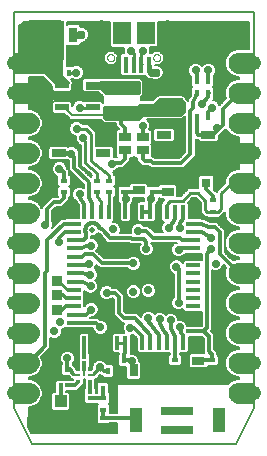
<source format=gtl>
G75*
%MOIN*%
%OFA0B0*%
%FSLAX25Y25*%
%IPPOS*%
%LPD*%
%AMOC8*
5,1,8,0,0,1.08239X$1,22.5*
%
%ADD10C,0.00800*%
%ADD11R,0.02400X0.01800*%
%ADD12R,0.01575X0.05315*%
%ADD13R,0.05906X0.07480*%
%ADD14C,0.00000*%
%ADD15C,0.04369*%
%ADD16R,0.04921X0.02559*%
%ADD17R,0.03150X0.03150*%
%ADD18C,0.01000*%
%ADD19C,0.07000*%
%ADD20C,0.04900*%
%ADD21R,0.04724X0.01378*%
%ADD22R,0.03937X0.03937*%
%ADD23R,0.01378X0.04724*%
%ADD24C,0.01969*%
%ADD25R,0.04134X0.08661*%
%ADD26R,0.03937X0.04134*%
%ADD27R,0.01800X0.02400*%
%ADD28R,0.04100X0.02800*%
%ADD29R,0.02800X0.04100*%
%ADD30R,0.03937X0.07874*%
%ADD31R,0.11024X0.03150*%
%ADD32R,0.03500X0.03500*%
%ADD33R,0.10500X0.10000*%
%ADD34R,0.03000X0.05000*%
%ADD35R,0.04724X0.02165*%
%ADD36R,0.10630X0.03150*%
%ADD37R,0.03937X0.03150*%
%ADD38R,0.01600X0.01400*%
%ADD39R,0.01400X0.01600*%
%ADD40R,0.01299X0.00591*%
%ADD41R,0.00787X0.02008*%
%ADD42C,0.02400*%
%ADD43C,0.03100*%
%ADD44C,0.02000*%
%ADD45C,0.02800*%
%ADD46C,0.01200*%
%ADD47C,0.00001*%
%ADD48C,0.00600*%
%ADD49C,0.01300*%
%ADD50C,0.02781*%
D10*
X0012178Y0003000D02*
X0080178Y0003000D01*
X0086178Y0015000D01*
X0086178Y0147000D01*
X0006178Y0147000D01*
X0006178Y0015000D01*
X0012178Y0003000D01*
X0025678Y0112500D02*
X0037078Y0112500D01*
X0037948Y0113369D01*
X0042078Y0113369D01*
X0025678Y0112500D02*
X0023219Y0114960D01*
X0022260Y0115160D01*
D11*
X0022978Y0090800D03*
X0022978Y0087000D03*
X0034078Y0087000D03*
X0037878Y0087000D03*
X0037878Y0090800D03*
X0034078Y0090800D03*
X0043078Y0090800D03*
X0043078Y0087000D03*
X0052578Y0087000D03*
X0052578Y0090800D03*
X0072626Y0084147D03*
X0072626Y0080347D03*
X0050978Y0114900D03*
X0050978Y0118700D03*
X0059978Y0030900D03*
X0059978Y0027100D03*
X0072178Y0027100D03*
X0072178Y0030900D03*
X0036078Y0018200D03*
X0036078Y0014400D03*
X0036078Y0011600D03*
X0036078Y0007800D03*
D12*
X0041060Y0129469D03*
X0043619Y0129469D03*
X0046178Y0129469D03*
X0048738Y0129469D03*
X0051297Y0129469D03*
D13*
X0050115Y0140000D03*
X0042241Y0139961D03*
D14*
X0037320Y0131732D02*
X0037322Y0131801D01*
X0037328Y0131869D01*
X0037338Y0131937D01*
X0037352Y0132004D01*
X0037370Y0132071D01*
X0037391Y0132136D01*
X0037417Y0132200D01*
X0037446Y0132262D01*
X0037478Y0132322D01*
X0037514Y0132381D01*
X0037554Y0132437D01*
X0037596Y0132491D01*
X0037642Y0132542D01*
X0037691Y0132591D01*
X0037742Y0132637D01*
X0037796Y0132679D01*
X0037852Y0132719D01*
X0037910Y0132755D01*
X0037971Y0132787D01*
X0038033Y0132816D01*
X0038097Y0132842D01*
X0038162Y0132863D01*
X0038229Y0132881D01*
X0038296Y0132895D01*
X0038364Y0132905D01*
X0038432Y0132911D01*
X0038501Y0132913D01*
X0038570Y0132911D01*
X0038638Y0132905D01*
X0038706Y0132895D01*
X0038773Y0132881D01*
X0038840Y0132863D01*
X0038905Y0132842D01*
X0038969Y0132816D01*
X0039031Y0132787D01*
X0039091Y0132755D01*
X0039150Y0132719D01*
X0039206Y0132679D01*
X0039260Y0132637D01*
X0039311Y0132591D01*
X0039360Y0132542D01*
X0039406Y0132491D01*
X0039448Y0132437D01*
X0039488Y0132381D01*
X0039524Y0132322D01*
X0039556Y0132262D01*
X0039585Y0132200D01*
X0039611Y0132136D01*
X0039632Y0132071D01*
X0039650Y0132004D01*
X0039664Y0131937D01*
X0039674Y0131869D01*
X0039680Y0131801D01*
X0039682Y0131732D01*
X0039680Y0131663D01*
X0039674Y0131595D01*
X0039664Y0131527D01*
X0039650Y0131460D01*
X0039632Y0131393D01*
X0039611Y0131328D01*
X0039585Y0131264D01*
X0039556Y0131202D01*
X0039524Y0131141D01*
X0039488Y0131083D01*
X0039448Y0131027D01*
X0039406Y0130973D01*
X0039360Y0130922D01*
X0039311Y0130873D01*
X0039260Y0130827D01*
X0039206Y0130785D01*
X0039150Y0130745D01*
X0039092Y0130709D01*
X0039031Y0130677D01*
X0038969Y0130648D01*
X0038905Y0130622D01*
X0038840Y0130601D01*
X0038773Y0130583D01*
X0038706Y0130569D01*
X0038638Y0130559D01*
X0038570Y0130553D01*
X0038501Y0130551D01*
X0038432Y0130553D01*
X0038364Y0130559D01*
X0038296Y0130569D01*
X0038229Y0130583D01*
X0038162Y0130601D01*
X0038097Y0130622D01*
X0038033Y0130648D01*
X0037971Y0130677D01*
X0037910Y0130709D01*
X0037852Y0130745D01*
X0037796Y0130785D01*
X0037742Y0130827D01*
X0037691Y0130873D01*
X0037642Y0130922D01*
X0037596Y0130973D01*
X0037554Y0131027D01*
X0037514Y0131083D01*
X0037478Y0131141D01*
X0037446Y0131202D01*
X0037417Y0131264D01*
X0037391Y0131328D01*
X0037370Y0131393D01*
X0037352Y0131460D01*
X0037338Y0131527D01*
X0037328Y0131595D01*
X0037322Y0131663D01*
X0037320Y0131732D01*
X0035278Y0124000D02*
X0047878Y0124000D01*
X0048278Y0123600D01*
X0048278Y0120100D01*
X0047678Y0119500D01*
X0037078Y0119500D01*
X0036578Y0120000D01*
X0036278Y0120000D01*
X0034878Y0121400D01*
X0030178Y0121400D01*
X0030178Y0123700D01*
X0034878Y0123700D01*
X0035278Y0124000D01*
X0031278Y0119800D02*
X0031278Y0117700D01*
X0031378Y0117600D01*
X0028078Y0117600D01*
X0028078Y0119800D01*
X0031278Y0119800D01*
X0035878Y0115100D02*
X0036478Y0115600D01*
X0036678Y0115800D01*
X0047678Y0115800D01*
X0048378Y0116400D01*
X0052978Y0116400D01*
X0054778Y0118200D01*
X0062078Y0118200D01*
X0063178Y0116900D01*
X0063178Y0113600D01*
X0061878Y0112300D01*
X0049078Y0112300D01*
X0047778Y0111000D01*
X0036678Y0111000D01*
X0035878Y0111900D01*
X0035878Y0115100D01*
X0042150Y0114441D02*
X0042078Y0113369D01*
X0056366Y0114441D02*
X0057178Y0115650D01*
X0052675Y0131732D02*
X0052677Y0131801D01*
X0052683Y0131869D01*
X0052693Y0131937D01*
X0052707Y0132004D01*
X0052725Y0132071D01*
X0052746Y0132136D01*
X0052772Y0132200D01*
X0052801Y0132262D01*
X0052833Y0132322D01*
X0052869Y0132381D01*
X0052909Y0132437D01*
X0052951Y0132491D01*
X0052997Y0132542D01*
X0053046Y0132591D01*
X0053097Y0132637D01*
X0053151Y0132679D01*
X0053207Y0132719D01*
X0053265Y0132755D01*
X0053326Y0132787D01*
X0053388Y0132816D01*
X0053452Y0132842D01*
X0053517Y0132863D01*
X0053584Y0132881D01*
X0053651Y0132895D01*
X0053719Y0132905D01*
X0053787Y0132911D01*
X0053856Y0132913D01*
X0053925Y0132911D01*
X0053993Y0132905D01*
X0054061Y0132895D01*
X0054128Y0132881D01*
X0054195Y0132863D01*
X0054260Y0132842D01*
X0054324Y0132816D01*
X0054386Y0132787D01*
X0054446Y0132755D01*
X0054505Y0132719D01*
X0054561Y0132679D01*
X0054615Y0132637D01*
X0054666Y0132591D01*
X0054715Y0132542D01*
X0054761Y0132491D01*
X0054803Y0132437D01*
X0054843Y0132381D01*
X0054879Y0132322D01*
X0054911Y0132262D01*
X0054940Y0132200D01*
X0054966Y0132136D01*
X0054987Y0132071D01*
X0055005Y0132004D01*
X0055019Y0131937D01*
X0055029Y0131869D01*
X0055035Y0131801D01*
X0055037Y0131732D01*
X0055035Y0131663D01*
X0055029Y0131595D01*
X0055019Y0131527D01*
X0055005Y0131460D01*
X0054987Y0131393D01*
X0054966Y0131328D01*
X0054940Y0131264D01*
X0054911Y0131202D01*
X0054879Y0131141D01*
X0054843Y0131083D01*
X0054803Y0131027D01*
X0054761Y0130973D01*
X0054715Y0130922D01*
X0054666Y0130873D01*
X0054615Y0130827D01*
X0054561Y0130785D01*
X0054505Y0130745D01*
X0054447Y0130709D01*
X0054386Y0130677D01*
X0054324Y0130648D01*
X0054260Y0130622D01*
X0054195Y0130601D01*
X0054128Y0130583D01*
X0054061Y0130569D01*
X0053993Y0130559D01*
X0053925Y0130553D01*
X0053856Y0130551D01*
X0053787Y0130553D01*
X0053719Y0130559D01*
X0053651Y0130569D01*
X0053584Y0130583D01*
X0053517Y0130601D01*
X0053452Y0130622D01*
X0053388Y0130648D01*
X0053326Y0130677D01*
X0053265Y0130709D01*
X0053207Y0130745D01*
X0053151Y0130785D01*
X0053097Y0130827D01*
X0053046Y0130873D01*
X0052997Y0130922D01*
X0052951Y0130973D01*
X0052909Y0131027D01*
X0052869Y0131083D01*
X0052833Y0131141D01*
X0052801Y0131202D01*
X0052772Y0131264D01*
X0052746Y0131328D01*
X0052725Y0131393D01*
X0052707Y0131460D01*
X0052693Y0131527D01*
X0052683Y0131595D01*
X0052677Y0131663D01*
X0052675Y0131732D01*
X0024578Y0123400D02*
X0019978Y0123000D01*
X0019478Y0123500D01*
X0017078Y0126000D01*
X0016578Y0126500D01*
X0010978Y0126500D01*
X0008413Y0127355D01*
X0009103Y0128046D01*
X0009629Y0129314D01*
X0009629Y0130686D01*
X0009103Y0131954D01*
X0008133Y0132925D01*
X0007579Y0133154D01*
X0007579Y0142500D01*
X0009678Y0144000D01*
X0022478Y0144000D01*
X0022478Y0132600D01*
X0022378Y0129900D01*
X0022378Y0125700D01*
X0022778Y0125300D01*
X0022778Y0125186D01*
X0023364Y0124600D01*
X0023442Y0124600D01*
X0024578Y0123400D01*
D15*
X0035253Y0137816D02*
X0035253Y0142184D01*
X0057104Y0142184D02*
X0057104Y0137816D01*
D16*
X0056297Y0106051D03*
X0056297Y0099949D03*
X0071060Y0099949D03*
X0071060Y0106051D03*
X0036060Y0106051D03*
X0036060Y0099949D03*
X0021297Y0099949D03*
X0021297Y0106051D03*
D17*
X0064504Y0090000D03*
X0070410Y0090000D03*
D18*
X0067478Y0086600D02*
X0070078Y0084000D01*
X0070078Y0080900D01*
X0070631Y0080347D01*
X0072626Y0080347D01*
X0074326Y0080347D01*
X0075378Y0081400D01*
X0075378Y0086500D01*
X0078478Y0089600D01*
X0078478Y0091300D01*
X0081178Y0090000D01*
X0079063Y0087873D02*
X0085678Y0087873D01*
X0085678Y0087000D02*
X0085678Y0093000D01*
X0081178Y0093000D01*
X0080593Y0092942D01*
X0080030Y0092772D01*
X0079512Y0092494D01*
X0079057Y0092121D01*
X0078684Y0091667D01*
X0078407Y0091148D01*
X0078236Y0090585D01*
X0078178Y0090000D01*
X0078236Y0089415D01*
X0078407Y0088852D01*
X0078684Y0088333D01*
X0079057Y0087879D01*
X0079512Y0087506D01*
X0080030Y0087228D01*
X0080593Y0087058D01*
X0081178Y0087000D01*
X0085678Y0087000D01*
X0085678Y0088872D02*
X0078401Y0088872D01*
X0078191Y0089870D02*
X0085678Y0089870D01*
X0085678Y0090869D02*
X0078322Y0090869D01*
X0078849Y0091868D02*
X0085678Y0091868D01*
X0085678Y0092866D02*
X0080342Y0092866D01*
X0080593Y0097058D02*
X0080030Y0097228D01*
X0079512Y0097506D01*
X0079057Y0097879D01*
X0078684Y0098333D01*
X0078407Y0098852D01*
X0078236Y0099415D01*
X0078178Y0100000D01*
X0078236Y0100585D01*
X0078407Y0101148D01*
X0078684Y0101667D01*
X0079057Y0102121D01*
X0079512Y0102494D01*
X0080030Y0102772D01*
X0080593Y0102942D01*
X0081178Y0103000D01*
X0085678Y0103000D01*
X0085678Y0097000D01*
X0081178Y0097000D01*
X0080593Y0097058D01*
X0079082Y0097859D02*
X0085678Y0097859D01*
X0085678Y0098857D02*
X0078405Y0098857D01*
X0078193Y0099856D02*
X0085678Y0099856D01*
X0085678Y0100854D02*
X0078318Y0100854D01*
X0078837Y0101853D02*
X0085678Y0101853D01*
X0085678Y0102851D02*
X0080292Y0102851D01*
X0080593Y0107058D02*
X0080030Y0107228D01*
X0079512Y0107506D01*
X0079057Y0107879D01*
X0078684Y0108333D01*
X0078407Y0108852D01*
X0078236Y0109415D01*
X0078178Y0110000D01*
X0078236Y0110585D01*
X0078407Y0111148D01*
X0078684Y0111667D01*
X0079057Y0112121D01*
X0079512Y0112494D01*
X0080030Y0112772D01*
X0080593Y0112942D01*
X0081178Y0113000D01*
X0085678Y0113000D01*
X0085678Y0107000D01*
X0081178Y0107000D01*
X0080593Y0107058D01*
X0079100Y0107844D02*
X0085678Y0107844D01*
X0085678Y0108842D02*
X0078412Y0108842D01*
X0078194Y0109841D02*
X0085678Y0109841D01*
X0085678Y0110839D02*
X0078313Y0110839D01*
X0078824Y0111838D02*
X0085678Y0111838D01*
X0085678Y0112836D02*
X0080243Y0112836D01*
X0080593Y0117058D02*
X0080030Y0117228D01*
X0079512Y0117506D01*
X0079057Y0117879D01*
X0078684Y0118333D01*
X0078407Y0118852D01*
X0078236Y0119415D01*
X0078178Y0120000D01*
X0078236Y0120585D01*
X0078407Y0121148D01*
X0078684Y0121667D01*
X0079057Y0122121D01*
X0079512Y0122494D01*
X0080030Y0122772D01*
X0080593Y0122942D01*
X0081178Y0123000D01*
X0085678Y0123000D01*
X0085678Y0117000D01*
X0081178Y0117000D01*
X0080593Y0117058D01*
X0079118Y0117829D02*
X0085678Y0117829D01*
X0085678Y0118827D02*
X0078420Y0118827D01*
X0078196Y0119826D02*
X0085678Y0119826D01*
X0085678Y0120824D02*
X0078309Y0120824D01*
X0078812Y0121823D02*
X0085678Y0121823D01*
X0085678Y0122821D02*
X0080194Y0122821D01*
X0080593Y0127058D02*
X0080030Y0127228D01*
X0079512Y0127506D01*
X0079057Y0127879D01*
X0078684Y0128333D01*
X0078407Y0128852D01*
X0078236Y0129415D01*
X0078178Y0130000D01*
X0078236Y0130585D01*
X0078407Y0131148D01*
X0078684Y0131667D01*
X0079057Y0132121D01*
X0079512Y0132494D01*
X0080030Y0132772D01*
X0080593Y0132942D01*
X0081178Y0133000D01*
X0085678Y0133000D01*
X0085678Y0127000D01*
X0081178Y0127000D01*
X0080593Y0127058D01*
X0079136Y0127814D02*
X0085678Y0127814D01*
X0085678Y0128812D02*
X0078428Y0128812D01*
X0078197Y0129811D02*
X0085678Y0129811D01*
X0085678Y0130809D02*
X0078304Y0130809D01*
X0078800Y0131808D02*
X0085678Y0131808D01*
X0085678Y0132806D02*
X0080145Y0132806D01*
X0056366Y0114441D02*
X0050978Y0114900D01*
X0042150Y0114441D01*
X0032497Y0115160D02*
X0028997Y0115119D01*
X0028178Y0115100D01*
X0027178Y0108100D02*
X0030278Y0108100D01*
X0032078Y0106300D01*
X0032078Y0097400D01*
X0037878Y0092800D01*
X0037878Y0090800D01*
X0034078Y0090800D02*
X0034078Y0093200D01*
X0030078Y0096500D01*
X0030078Y0103600D01*
X0029278Y0104900D01*
X0014121Y0100585D02*
X0014178Y0100000D01*
X0014121Y0099415D01*
X0013950Y0098852D01*
X0013673Y0098333D01*
X0013300Y0097879D01*
X0012845Y0097506D01*
X0012327Y0097228D01*
X0011764Y0097058D01*
X0011178Y0097000D01*
X0006678Y0097000D01*
X0006678Y0103000D01*
X0011178Y0103000D01*
X0011764Y0102942D01*
X0012327Y0102772D01*
X0012845Y0102494D01*
X0013300Y0102121D01*
X0013673Y0101667D01*
X0013950Y0101148D01*
X0014121Y0100585D01*
X0014039Y0100854D02*
X0006678Y0100854D01*
X0006678Y0099856D02*
X0014164Y0099856D01*
X0013952Y0098857D02*
X0006678Y0098857D01*
X0006678Y0097859D02*
X0013275Y0097859D01*
X0013520Y0101853D02*
X0006678Y0101853D01*
X0006678Y0102851D02*
X0012064Y0102851D01*
X0011764Y0107058D02*
X0011178Y0107000D01*
X0006678Y0107000D01*
X0006678Y0113000D01*
X0011178Y0113000D01*
X0011764Y0112942D01*
X0012327Y0112772D01*
X0012845Y0112494D01*
X0013300Y0112121D01*
X0013673Y0111667D01*
X0013950Y0111148D01*
X0014121Y0110585D01*
X0014178Y0110000D01*
X0014121Y0109415D01*
X0013950Y0108852D01*
X0013673Y0108333D01*
X0013300Y0107879D01*
X0012845Y0107506D01*
X0012327Y0107228D01*
X0011764Y0107058D01*
X0013257Y0107844D02*
X0006678Y0107844D01*
X0006678Y0108842D02*
X0013945Y0108842D01*
X0014163Y0109841D02*
X0006678Y0109841D01*
X0006678Y0110839D02*
X0014044Y0110839D01*
X0013533Y0111838D02*
X0006678Y0111838D01*
X0006678Y0112836D02*
X0012114Y0112836D01*
X0011764Y0117058D02*
X0011178Y0117000D01*
X0006678Y0117000D01*
X0006678Y0123000D01*
X0011178Y0123000D01*
X0011764Y0122942D01*
X0012327Y0122772D01*
X0012845Y0122494D01*
X0013300Y0122121D01*
X0013673Y0121667D01*
X0013950Y0121148D01*
X0014121Y0120585D01*
X0014178Y0120000D01*
X0014121Y0119415D01*
X0013950Y0118852D01*
X0013673Y0118333D01*
X0013300Y0117879D01*
X0012845Y0117506D01*
X0012327Y0117228D01*
X0011764Y0117058D01*
X0013239Y0117829D02*
X0006678Y0117829D01*
X0006678Y0118827D02*
X0013937Y0118827D01*
X0014161Y0119826D02*
X0006678Y0119826D01*
X0006678Y0120824D02*
X0014048Y0120824D01*
X0013545Y0121823D02*
X0006678Y0121823D01*
X0006678Y0122821D02*
X0012163Y0122821D01*
X0011764Y0127058D02*
X0011178Y0127000D01*
X0006678Y0127000D01*
X0006678Y0133000D01*
X0011178Y0133000D01*
X0011764Y0132942D01*
X0012327Y0132772D01*
X0012845Y0132494D01*
X0013300Y0132121D01*
X0013673Y0131667D01*
X0013950Y0131148D01*
X0014121Y0130585D01*
X0014178Y0130000D01*
X0014121Y0129415D01*
X0013950Y0128852D01*
X0013673Y0128333D01*
X0013300Y0127879D01*
X0012845Y0127506D01*
X0012327Y0127228D01*
X0011764Y0127058D01*
X0013221Y0127814D02*
X0006678Y0127814D01*
X0006678Y0128812D02*
X0013929Y0128812D01*
X0014160Y0129811D02*
X0006678Y0129811D01*
X0006678Y0130809D02*
X0014053Y0130809D01*
X0013557Y0131808D02*
X0006678Y0131808D01*
X0006678Y0132806D02*
X0012212Y0132806D01*
X0011178Y0130000D02*
X0016178Y0130000D01*
X0017278Y0131100D01*
X0017278Y0132700D01*
X0018278Y0131700D01*
X0021328Y0131400D01*
X0020832Y0129854D01*
X0020878Y0126800D01*
X0022078Y0122622D01*
X0022260Y0122640D01*
X0024678Y0126800D02*
X0027078Y0126800D01*
X0017278Y0132700D02*
X0016678Y0139400D01*
X0045278Y0134100D02*
X0046178Y0133200D01*
X0046178Y0129469D01*
X0048738Y0129469D02*
X0048738Y0133659D01*
X0049178Y0134100D01*
X0048778Y0129509D02*
X0048738Y0129469D01*
X0051297Y0129469D02*
X0051578Y0129187D01*
X0051578Y0127200D01*
X0013300Y0092121D02*
X0013673Y0091667D01*
X0013950Y0091148D01*
X0014121Y0090585D01*
X0014178Y0090000D01*
X0014121Y0089415D01*
X0013950Y0088852D01*
X0013673Y0088333D01*
X0013300Y0087879D01*
X0012845Y0087506D01*
X0012327Y0087228D01*
X0011764Y0087058D01*
X0011178Y0087000D01*
X0006678Y0087000D01*
X0006678Y0093000D01*
X0011178Y0093000D01*
X0011764Y0092942D01*
X0012327Y0092772D01*
X0012845Y0092494D01*
X0013300Y0092121D01*
X0013508Y0091868D02*
X0006678Y0091868D01*
X0006678Y0092866D02*
X0012015Y0092866D01*
X0014035Y0090869D02*
X0006678Y0090869D01*
X0006678Y0089870D02*
X0014166Y0089870D01*
X0013956Y0088872D02*
X0006678Y0088872D01*
X0006678Y0087873D02*
X0013293Y0087873D01*
X0011764Y0082942D02*
X0011178Y0083000D01*
X0006678Y0083000D01*
X0006678Y0077000D01*
X0011178Y0077000D01*
X0011764Y0077058D01*
X0012327Y0077228D01*
X0012845Y0077506D01*
X0013300Y0077879D01*
X0013673Y0078333D01*
X0013950Y0078852D01*
X0014121Y0079415D01*
X0014178Y0080000D01*
X0014121Y0080585D01*
X0013950Y0081148D01*
X0013673Y0081667D01*
X0013300Y0082121D01*
X0012845Y0082494D01*
X0012327Y0082772D01*
X0011764Y0082942D01*
X0011966Y0082881D02*
X0006678Y0082881D01*
X0006678Y0081882D02*
X0013496Y0081882D01*
X0014030Y0080884D02*
X0006678Y0080884D01*
X0006678Y0079885D02*
X0014167Y0079885D01*
X0013961Y0078887D02*
X0006678Y0078887D01*
X0006678Y0077888D02*
X0013308Y0077888D01*
X0011764Y0072942D02*
X0011178Y0073000D01*
X0006678Y0073000D01*
X0006678Y0067000D01*
X0011178Y0067000D01*
X0011764Y0067058D01*
X0012327Y0067228D01*
X0012845Y0067506D01*
X0013300Y0067879D01*
X0013673Y0068333D01*
X0013950Y0068852D01*
X0014121Y0069415D01*
X0014178Y0070000D01*
X0014121Y0070585D01*
X0013950Y0071148D01*
X0013673Y0071667D01*
X0013300Y0072121D01*
X0012845Y0072494D01*
X0012327Y0072772D01*
X0011764Y0072942D01*
X0011917Y0072896D02*
X0006678Y0072896D01*
X0006678Y0071897D02*
X0013484Y0071897D01*
X0014026Y0070899D02*
X0006678Y0070899D01*
X0006678Y0069900D02*
X0014169Y0069900D01*
X0013965Y0068902D02*
X0006678Y0068902D01*
X0006678Y0067903D02*
X0013320Y0067903D01*
X0011764Y0062942D02*
X0011178Y0063000D01*
X0006678Y0063000D01*
X0006678Y0057000D01*
X0011178Y0057000D01*
X0011764Y0057058D01*
X0012327Y0057228D01*
X0012845Y0057506D01*
X0013300Y0057879D01*
X0013673Y0058333D01*
X0013950Y0058852D01*
X0014121Y0059415D01*
X0014178Y0060000D01*
X0014121Y0060585D01*
X0013950Y0061148D01*
X0013673Y0061667D01*
X0013300Y0062121D01*
X0012845Y0062494D01*
X0012327Y0062772D01*
X0011764Y0062942D01*
X0011868Y0062911D02*
X0006678Y0062911D01*
X0006678Y0061912D02*
X0013471Y0061912D01*
X0014021Y0060914D02*
X0006678Y0060914D01*
X0006678Y0059915D02*
X0014170Y0059915D01*
X0013970Y0058917D02*
X0006678Y0058917D01*
X0006678Y0057918D02*
X0013332Y0057918D01*
X0011764Y0052942D02*
X0011178Y0053000D01*
X0006678Y0053000D01*
X0006678Y0047000D01*
X0011178Y0047000D01*
X0011764Y0047058D01*
X0012327Y0047228D01*
X0012845Y0047506D01*
X0013300Y0047879D01*
X0013673Y0048333D01*
X0013950Y0048852D01*
X0014121Y0049415D01*
X0014178Y0050000D01*
X0014121Y0050585D01*
X0013950Y0051148D01*
X0013673Y0051667D01*
X0013300Y0052121D01*
X0012845Y0052494D01*
X0012327Y0052772D01*
X0011764Y0052942D01*
X0011819Y0052926D02*
X0006678Y0052926D01*
X0006678Y0051927D02*
X0013459Y0051927D01*
X0014017Y0050929D02*
X0006678Y0050929D01*
X0006678Y0049930D02*
X0014172Y0049930D01*
X0013974Y0048932D02*
X0006678Y0048932D01*
X0006678Y0047933D02*
X0013344Y0047933D01*
X0011770Y0042940D02*
X0006678Y0042940D01*
X0006678Y0043000D02*
X0006678Y0037000D01*
X0011178Y0037000D01*
X0011764Y0037058D01*
X0012327Y0037228D01*
X0012845Y0037506D01*
X0013300Y0037879D01*
X0013673Y0038333D01*
X0013950Y0038852D01*
X0014121Y0039415D01*
X0014178Y0040000D01*
X0014121Y0040585D01*
X0013950Y0041148D01*
X0013673Y0041667D01*
X0013300Y0042121D01*
X0012845Y0042494D01*
X0012327Y0042772D01*
X0011764Y0042942D01*
X0011178Y0043000D01*
X0006678Y0043000D01*
X0006678Y0041942D02*
X0013447Y0041942D01*
X0014012Y0040943D02*
X0006678Y0040943D01*
X0006678Y0039945D02*
X0014173Y0039945D01*
X0013979Y0038946D02*
X0006678Y0038946D01*
X0006678Y0037948D02*
X0013357Y0037948D01*
X0011764Y0032942D02*
X0011178Y0033000D01*
X0006678Y0033000D01*
X0006678Y0027000D01*
X0011178Y0027000D01*
X0011764Y0027058D01*
X0012327Y0027228D01*
X0012845Y0027506D01*
X0013300Y0027879D01*
X0013673Y0028333D01*
X0013950Y0028852D01*
X0014121Y0029415D01*
X0014178Y0030000D01*
X0014121Y0030585D01*
X0013950Y0031148D01*
X0013673Y0031667D01*
X0013300Y0032121D01*
X0012845Y0032494D01*
X0012327Y0032772D01*
X0011764Y0032942D01*
X0011632Y0032955D02*
X0006678Y0032955D01*
X0006678Y0031957D02*
X0013435Y0031957D01*
X0014008Y0030958D02*
X0006678Y0030958D01*
X0006678Y0029960D02*
X0014175Y0029960D01*
X0013983Y0028961D02*
X0006678Y0028961D01*
X0006678Y0027963D02*
X0013369Y0027963D01*
X0011764Y0022942D02*
X0011178Y0023000D01*
X0006678Y0023000D01*
X0006678Y0017000D01*
X0011178Y0017000D01*
X0011764Y0017058D01*
X0012327Y0017228D01*
X0012845Y0017506D01*
X0013300Y0017879D01*
X0013673Y0018333D01*
X0013950Y0018852D01*
X0014121Y0019415D01*
X0014178Y0020000D01*
X0014121Y0020585D01*
X0013950Y0021148D01*
X0013673Y0021667D01*
X0013300Y0022121D01*
X0012845Y0022494D01*
X0012327Y0022772D01*
X0011764Y0022942D01*
X0011481Y0022970D02*
X0006678Y0022970D01*
X0006678Y0021972D02*
X0013423Y0021972D01*
X0014003Y0020973D02*
X0006678Y0020973D01*
X0006678Y0019975D02*
X0014176Y0019975D01*
X0013988Y0018976D02*
X0006678Y0018976D01*
X0006678Y0017978D02*
X0013381Y0017978D01*
X0034778Y0027740D02*
X0034878Y0028600D01*
X0041378Y0027300D02*
X0041378Y0026900D01*
X0041478Y0027300D01*
X0040667Y0036650D02*
X0043423Y0036650D01*
X0037911Y0036650D02*
X0035155Y0036650D01*
X0032399Y0036650D01*
X0026297Y0054366D02*
X0024312Y0054366D01*
X0020978Y0057400D01*
X0032399Y0080350D02*
X0032399Y0082880D01*
X0035155Y0083724D02*
X0034078Y0085600D01*
X0034078Y0087000D01*
X0035155Y0083724D02*
X0035155Y0080350D01*
X0037911Y0080350D02*
X0037878Y0083683D01*
X0037878Y0087000D01*
X0057202Y0083124D02*
X0057202Y0080350D01*
X0057202Y0083124D02*
X0058178Y0084100D01*
X0062578Y0084100D01*
X0064978Y0086600D01*
X0067478Y0086600D01*
X0078407Y0081148D02*
X0078236Y0080585D01*
X0078178Y0080000D01*
X0078236Y0079415D01*
X0078407Y0078852D01*
X0078684Y0078333D01*
X0079057Y0077879D01*
X0079512Y0077506D01*
X0080030Y0077228D01*
X0080593Y0077058D01*
X0081178Y0077000D01*
X0085678Y0077000D01*
X0085678Y0083000D01*
X0081178Y0083000D01*
X0080593Y0082942D01*
X0080030Y0082772D01*
X0079512Y0082494D01*
X0079057Y0082121D01*
X0078684Y0081667D01*
X0078407Y0081148D01*
X0078327Y0080884D02*
X0085678Y0080884D01*
X0085678Y0081882D02*
X0078861Y0081882D01*
X0080391Y0082881D02*
X0085678Y0082881D01*
X0085678Y0079885D02*
X0078190Y0079885D01*
X0078396Y0078887D02*
X0085678Y0078887D01*
X0085678Y0077888D02*
X0079049Y0077888D01*
X0080593Y0072942D02*
X0081178Y0073000D01*
X0085678Y0073000D01*
X0085678Y0067000D01*
X0081178Y0067000D01*
X0080593Y0067058D01*
X0080030Y0067228D01*
X0079512Y0067506D01*
X0079057Y0067879D01*
X0078684Y0068333D01*
X0078407Y0068852D01*
X0078236Y0069415D01*
X0078178Y0070000D01*
X0078236Y0070585D01*
X0078407Y0071148D01*
X0078684Y0071667D01*
X0079057Y0072121D01*
X0079512Y0072494D01*
X0080030Y0072772D01*
X0080593Y0072942D01*
X0080440Y0072896D02*
X0085678Y0072896D01*
X0085678Y0071897D02*
X0078873Y0071897D01*
X0078331Y0070899D02*
X0085678Y0070899D01*
X0085678Y0069900D02*
X0078188Y0069900D01*
X0078392Y0068902D02*
X0085678Y0068902D01*
X0085678Y0067903D02*
X0079037Y0067903D01*
X0080593Y0062942D02*
X0081178Y0063000D01*
X0085678Y0063000D01*
X0085678Y0057000D01*
X0081178Y0057000D01*
X0080593Y0057058D01*
X0080030Y0057228D01*
X0079512Y0057506D01*
X0079057Y0057879D01*
X0078684Y0058333D01*
X0078407Y0058852D01*
X0078236Y0059415D01*
X0078178Y0060000D01*
X0078236Y0060585D01*
X0078407Y0061148D01*
X0078684Y0061667D01*
X0079057Y0062121D01*
X0079512Y0062494D01*
X0080030Y0062772D01*
X0080593Y0062942D01*
X0080489Y0062911D02*
X0085678Y0062911D01*
X0085678Y0061912D02*
X0078885Y0061912D01*
X0078336Y0060914D02*
X0085678Y0060914D01*
X0085678Y0059915D02*
X0078187Y0059915D01*
X0078387Y0058917D02*
X0085678Y0058917D01*
X0085678Y0057918D02*
X0079025Y0057918D01*
X0080593Y0052942D02*
X0081178Y0053000D01*
X0085678Y0053000D01*
X0085678Y0047000D01*
X0081178Y0047000D01*
X0080593Y0047058D01*
X0080030Y0047228D01*
X0079512Y0047506D01*
X0079057Y0047879D01*
X0078684Y0048333D01*
X0078407Y0048852D01*
X0078236Y0049415D01*
X0078178Y0050000D01*
X0078236Y0050585D01*
X0078407Y0051148D01*
X0078684Y0051667D01*
X0079057Y0052121D01*
X0079512Y0052494D01*
X0080030Y0052772D01*
X0080593Y0052942D01*
X0080538Y0052926D02*
X0085678Y0052926D01*
X0085678Y0051927D02*
X0078898Y0051927D01*
X0078340Y0050929D02*
X0085678Y0050929D01*
X0085678Y0049930D02*
X0078185Y0049930D01*
X0078383Y0048932D02*
X0085678Y0048932D01*
X0085678Y0047933D02*
X0079013Y0047933D01*
X0080587Y0042940D02*
X0085678Y0042940D01*
X0085678Y0043000D02*
X0085678Y0037000D01*
X0081178Y0037000D01*
X0080593Y0037058D01*
X0080030Y0037228D01*
X0079512Y0037506D01*
X0079057Y0037879D01*
X0078684Y0038333D01*
X0078407Y0038852D01*
X0078236Y0039415D01*
X0078178Y0040000D01*
X0078236Y0040585D01*
X0078407Y0041148D01*
X0078684Y0041667D01*
X0079057Y0042121D01*
X0079512Y0042494D01*
X0080030Y0042772D01*
X0080593Y0042942D01*
X0081178Y0043000D01*
X0085678Y0043000D01*
X0085678Y0041942D02*
X0078910Y0041942D01*
X0078345Y0040943D02*
X0085678Y0040943D01*
X0085678Y0039945D02*
X0078184Y0039945D01*
X0078378Y0038946D02*
X0085678Y0038946D01*
X0085678Y0037948D02*
X0079000Y0037948D01*
X0080593Y0032942D02*
X0081178Y0033000D01*
X0085678Y0033000D01*
X0085678Y0027000D01*
X0081178Y0027000D01*
X0080593Y0027058D01*
X0080030Y0027228D01*
X0079512Y0027506D01*
X0079057Y0027879D01*
X0078684Y0028333D01*
X0078407Y0028852D01*
X0078236Y0029415D01*
X0078178Y0030000D01*
X0078236Y0030585D01*
X0078407Y0031148D01*
X0078684Y0031667D01*
X0079057Y0032121D01*
X0079512Y0032494D01*
X0080030Y0032772D01*
X0080593Y0032942D01*
X0080725Y0032955D02*
X0085678Y0032955D01*
X0085678Y0031957D02*
X0078922Y0031957D01*
X0078349Y0030958D02*
X0085678Y0030958D01*
X0085678Y0029960D02*
X0078182Y0029960D01*
X0078374Y0028961D02*
X0085678Y0028961D01*
X0085678Y0027963D02*
X0078988Y0027963D01*
X0080593Y0022942D02*
X0081178Y0023000D01*
X0085678Y0023000D01*
X0085678Y0017000D01*
X0081178Y0017000D01*
X0080593Y0017058D01*
X0080030Y0017228D01*
X0079512Y0017506D01*
X0079057Y0017879D01*
X0078684Y0018333D01*
X0078407Y0018852D01*
X0078236Y0019415D01*
X0078178Y0020000D01*
X0078236Y0020585D01*
X0078407Y0021148D01*
X0078684Y0021667D01*
X0079057Y0022121D01*
X0079512Y0022494D01*
X0080030Y0022772D01*
X0080593Y0022942D01*
X0080876Y0022970D02*
X0085678Y0022970D01*
X0085678Y0021972D02*
X0078934Y0021972D01*
X0078354Y0020973D02*
X0085678Y0020973D01*
X0085678Y0019975D02*
X0078181Y0019975D01*
X0078369Y0018976D02*
X0085678Y0018976D01*
X0085678Y0017978D02*
X0078976Y0017978D01*
X0059978Y0036629D02*
X0059958Y0036650D01*
X0066060Y0040587D02*
X0066147Y0040600D01*
X0069378Y0040600D01*
D19*
X0081178Y0040000D03*
X0081178Y0030000D03*
X0081178Y0020000D03*
X0081178Y0050000D03*
X0081178Y0060000D03*
X0081178Y0070000D03*
X0081178Y0080000D03*
X0081178Y0090000D03*
X0081178Y0100000D03*
X0081178Y0110000D03*
X0081178Y0120000D03*
X0081178Y0130000D03*
X0011178Y0130000D03*
X0011178Y0120000D03*
X0011178Y0110000D03*
X0011178Y0100000D03*
X0011178Y0090000D03*
X0011178Y0080000D03*
X0011178Y0070000D03*
X0011178Y0060000D03*
X0011178Y0050000D03*
X0011178Y0040000D03*
X0011178Y0030000D03*
X0011178Y0020000D03*
D20*
X0006178Y0020000D03*
X0006178Y0030000D03*
X0006178Y0040000D03*
X0006178Y0050000D03*
X0006178Y0060000D03*
X0006178Y0070000D03*
X0006178Y0080000D03*
X0006178Y0090000D03*
X0006178Y0100000D03*
X0006178Y0110000D03*
X0006178Y0120000D03*
X0006178Y0130000D03*
X0086178Y0130000D03*
X0086178Y0120000D03*
X0086178Y0110000D03*
X0086178Y0100000D03*
X0086178Y0090000D03*
X0086178Y0080000D03*
X0086178Y0070000D03*
X0086178Y0060000D03*
X0086178Y0050000D03*
X0086178Y0040000D03*
X0086178Y0030000D03*
X0086178Y0020000D03*
D21*
X0066060Y0040587D03*
X0066060Y0043343D03*
X0066060Y0046098D03*
X0066060Y0048854D03*
X0066060Y0051610D03*
X0066060Y0054366D03*
X0066060Y0057122D03*
X0066060Y0059878D03*
X0066060Y0062634D03*
X0066060Y0065390D03*
X0066060Y0068146D03*
X0066060Y0070902D03*
X0066060Y0073657D03*
X0066060Y0076413D03*
X0026297Y0076413D03*
X0026297Y0073657D03*
X0026297Y0070902D03*
X0026297Y0068146D03*
X0026297Y0065390D03*
X0026297Y0062634D03*
X0026297Y0059878D03*
X0026297Y0057122D03*
X0026297Y0054366D03*
X0026297Y0051610D03*
X0026297Y0048854D03*
X0026297Y0046098D03*
X0026297Y0043343D03*
X0026297Y0040587D03*
D22*
X0025903Y0036256D03*
X0036730Y0049051D03*
X0046178Y0049051D03*
X0055627Y0049051D03*
X0055627Y0058500D03*
X0046178Y0058500D03*
X0036730Y0058500D03*
X0036730Y0067949D03*
X0046178Y0067949D03*
X0055627Y0067949D03*
X0066454Y0080744D03*
X0025903Y0080744D03*
X0066454Y0036256D03*
D23*
X0062714Y0036650D03*
X0059958Y0036650D03*
X0057202Y0036650D03*
X0054446Y0036650D03*
X0051690Y0036650D03*
X0048934Y0036650D03*
X0046178Y0036650D03*
X0043423Y0036650D03*
X0040667Y0036650D03*
X0037911Y0036650D03*
X0035155Y0036650D03*
X0032399Y0036650D03*
X0029643Y0036650D03*
X0029643Y0080350D03*
X0032399Y0080350D03*
X0035155Y0080350D03*
X0037911Y0080350D03*
X0040667Y0080350D03*
X0043423Y0080350D03*
X0046178Y0080350D03*
X0048934Y0080350D03*
X0051690Y0080350D03*
X0054446Y0080350D03*
X0057202Y0080350D03*
X0059958Y0080350D03*
X0062714Y0080350D03*
D24*
X0032399Y0074248D03*
D25*
X0027586Y0011200D03*
X0015971Y0011200D03*
D26*
X0021778Y0017214D03*
D27*
X0020278Y0027900D03*
X0024078Y0027900D03*
X0035778Y0021400D03*
X0039578Y0021400D03*
X0037678Y0027300D03*
X0041478Y0027300D03*
X0042978Y0031000D03*
X0039178Y0031000D03*
X0067278Y0112000D03*
X0071078Y0112000D03*
X0071078Y0120000D03*
X0067278Y0120000D03*
X0067278Y0124000D03*
X0071078Y0124000D03*
X0024678Y0126800D03*
X0020878Y0126800D03*
D28*
X0057178Y0121550D03*
X0057178Y0115650D03*
X0047778Y0093450D03*
X0047778Y0087550D03*
X0057478Y0087050D03*
X0057478Y0092950D03*
X0067678Y0030650D03*
X0067678Y0024750D03*
D29*
X0052028Y0027500D03*
X0046128Y0027500D03*
X0027228Y0131400D03*
X0021328Y0131400D03*
D30*
X0046899Y0010900D03*
X0074458Y0010900D03*
D31*
X0060678Y0007691D03*
X0060678Y0014109D03*
D32*
X0020678Y0047600D03*
X0020678Y0052500D03*
X0020678Y0057400D03*
D33*
X0016678Y0139400D03*
D34*
X0025928Y0139400D03*
D35*
X0022260Y0122640D03*
X0022260Y0115160D03*
X0032497Y0115160D03*
X0032497Y0118900D03*
X0032497Y0122640D03*
D36*
X0042078Y0122031D03*
X0042078Y0113369D03*
D37*
X0043226Y0105165D03*
X0043226Y0100835D03*
X0049131Y0100835D03*
X0049131Y0105165D03*
D38*
X0029678Y0032100D03*
X0029678Y0029900D03*
X0031578Y0020400D03*
X0031578Y0018200D03*
D39*
X0023978Y0022500D03*
X0021778Y0022500D03*
D40*
X0027769Y0024116D03*
X0027769Y0026084D03*
X0031588Y0026084D03*
X0031588Y0024116D03*
D41*
X0029678Y0023446D03*
X0029678Y0026754D03*
D42*
X0051978Y0126800D02*
X0053478Y0126800D01*
X0028578Y0139400D02*
X0025928Y0139400D01*
D43*
X0028578Y0139400D03*
X0053478Y0126800D03*
D44*
X0051978Y0126800D02*
X0051578Y0127200D01*
D45*
X0057678Y0126900D03*
X0058478Y0130800D03*
X0066878Y0127500D03*
X0071078Y0127500D03*
X0061078Y0122000D03*
X0061278Y0116700D03*
X0061278Y0113800D03*
X0053578Y0113800D03*
X0049178Y0109100D03*
X0038878Y0096300D03*
X0029278Y0104900D03*
X0027178Y0108100D03*
X0028178Y0115100D03*
X0020478Y0118900D03*
X0027378Y0122100D03*
X0027078Y0126800D03*
X0041478Y0134100D03*
X0045278Y0134100D03*
X0049178Y0134100D03*
X0068878Y0116300D03*
X0072376Y0115121D03*
X0073978Y0108300D03*
X0051978Y0084600D03*
X0043478Y0084600D03*
X0039378Y0074500D03*
X0047678Y0074100D03*
X0050378Y0068000D03*
X0046078Y0063200D03*
X0046078Y0053700D03*
X0051078Y0054200D03*
X0061178Y0050000D03*
X0058578Y0044300D03*
X0054878Y0044500D03*
X0051078Y0044900D03*
X0044978Y0041700D03*
X0035078Y0041900D03*
X0031978Y0047800D03*
X0037178Y0053400D03*
X0031778Y0055600D03*
X0031756Y0059378D03*
X0031278Y0063100D03*
X0031978Y0069100D03*
X0021278Y0070400D03*
X0016678Y0076100D03*
X0028178Y0086200D03*
X0021378Y0094700D03*
X0025378Y0099800D03*
X0057878Y0075000D03*
X0061478Y0075100D03*
X0061178Y0067700D03*
X0060378Y0062000D03*
X0071778Y0067900D03*
X0071878Y0071700D03*
X0073578Y0063100D03*
X0061578Y0041900D03*
X0045578Y0030500D03*
X0034878Y0028600D03*
X0024078Y0031600D03*
X0019678Y0040500D03*
X0021578Y0043600D03*
D46*
X0022378Y0047600D02*
X0020678Y0047600D01*
X0022378Y0047600D02*
X0023633Y0048854D01*
X0026297Y0048854D01*
X0026297Y0046098D02*
X0030277Y0046098D01*
X0031978Y0047800D01*
X0033636Y0043343D02*
X0026297Y0043343D01*
X0033636Y0043343D02*
X0035078Y0041900D01*
X0041278Y0046700D02*
X0043078Y0044900D01*
X0046578Y0044900D01*
X0051690Y0039188D01*
X0051690Y0036650D01*
X0048934Y0036650D02*
X0048934Y0039044D01*
X0046178Y0041700D01*
X0044978Y0041700D01*
X0043423Y0036650D02*
X0043423Y0033344D01*
X0042978Y0032900D01*
X0042978Y0031000D01*
X0045078Y0031000D01*
X0045578Y0030500D01*
X0046078Y0030000D01*
X0046128Y0027500D01*
X0037678Y0027300D02*
X0036178Y0027300D01*
X0034878Y0028600D01*
X0029678Y0032100D02*
X0029643Y0032435D01*
X0027769Y0023767D02*
X0027701Y0023699D01*
X0016578Y0035700D02*
X0011178Y0030000D01*
X0016578Y0035700D02*
X0016578Y0060100D01*
X0017278Y0060800D01*
X0017278Y0070900D01*
X0022792Y0076413D01*
X0026297Y0076413D01*
X0026297Y0073657D02*
X0023336Y0073657D01*
X0021278Y0071600D01*
X0021278Y0070400D01*
X0026298Y0070900D02*
X0026297Y0070902D01*
X0026298Y0070900D02*
X0028378Y0070900D01*
X0028459Y0070889D01*
X0028540Y0070883D01*
X0028621Y0070880D01*
X0028703Y0070881D01*
X0028784Y0070886D01*
X0028865Y0070895D01*
X0028946Y0070907D01*
X0029026Y0070924D01*
X0029105Y0070944D01*
X0029183Y0070967D01*
X0029259Y0070995D01*
X0029335Y0071026D01*
X0029409Y0071060D01*
X0029481Y0071098D01*
X0029551Y0071139D01*
X0029620Y0071183D01*
X0029686Y0071231D01*
X0029750Y0071281D01*
X0029811Y0071335D01*
X0029870Y0071391D01*
X0029926Y0071450D01*
X0029979Y0071512D01*
X0030030Y0071576D01*
X0030077Y0071642D01*
X0030121Y0071711D01*
X0030162Y0071781D01*
X0030200Y0071853D01*
X0030234Y0071927D01*
X0030265Y0072003D01*
X0030292Y0072080D01*
X0030315Y0072158D01*
X0030335Y0072237D01*
X0030351Y0072317D01*
X0030364Y0072397D01*
X0030372Y0072478D01*
X0030377Y0072560D01*
X0030378Y0072641D01*
X0030375Y0072722D01*
X0030368Y0072804D01*
X0030358Y0072884D01*
X0030344Y0072965D01*
X0030326Y0073044D01*
X0030304Y0073123D01*
X0030278Y0073200D01*
X0030279Y0073200D02*
X0030240Y0073289D01*
X0030204Y0073379D01*
X0030172Y0073470D01*
X0030144Y0073563D01*
X0030120Y0073657D01*
X0030099Y0073751D01*
X0030082Y0073846D01*
X0030069Y0073942D01*
X0030060Y0074039D01*
X0030054Y0074135D01*
X0030053Y0074232D01*
X0030056Y0074329D01*
X0030062Y0074426D01*
X0030072Y0074522D01*
X0030086Y0074618D01*
X0030104Y0074713D01*
X0030126Y0074807D01*
X0030151Y0074900D01*
X0030180Y0074993D01*
X0030213Y0075084D01*
X0030250Y0075173D01*
X0030290Y0075262D01*
X0030334Y0075348D01*
X0030381Y0075433D01*
X0030431Y0075515D01*
X0030485Y0075596D01*
X0030541Y0075674D01*
X0030601Y0075750D01*
X0030664Y0075824D01*
X0030730Y0075895D01*
X0030799Y0075963D01*
X0030870Y0076028D01*
X0030944Y0076091D01*
X0031020Y0076151D01*
X0031099Y0076207D01*
X0031180Y0076260D01*
X0031263Y0076310D01*
X0031348Y0076357D01*
X0031434Y0076400D01*
X0031523Y0076439D01*
X0031613Y0076475D01*
X0031704Y0076508D01*
X0031796Y0076536D01*
X0031890Y0076561D01*
X0031984Y0076583D01*
X0032080Y0076600D01*
X0032175Y0076614D01*
X0032272Y0076623D01*
X0032368Y0076629D01*
X0032465Y0076631D01*
X0032562Y0076629D01*
X0032659Y0076623D01*
X0032755Y0076614D01*
X0032851Y0076600D01*
X0032946Y0076583D01*
X0033040Y0076561D01*
X0033134Y0076536D01*
X0033226Y0076508D01*
X0033318Y0076475D01*
X0033407Y0076439D01*
X0033496Y0076400D01*
X0033582Y0076357D01*
X0033667Y0076310D01*
X0033750Y0076260D01*
X0033831Y0076207D01*
X0033910Y0076150D01*
X0033986Y0076091D01*
X0034060Y0076028D01*
X0034131Y0075963D01*
X0034200Y0075895D01*
X0034266Y0075824D01*
X0034329Y0075750D01*
X0034389Y0075674D01*
X0034446Y0075596D01*
X0034499Y0075515D01*
X0034550Y0075432D01*
X0034597Y0075348D01*
X0034640Y0075261D01*
X0034680Y0075173D01*
X0034717Y0075084D01*
X0034750Y0074993D01*
X0034779Y0074900D01*
X0034778Y0074900D02*
X0035978Y0074300D01*
X0038178Y0071600D01*
X0045178Y0071600D01*
X0045678Y0071300D01*
X0049478Y0071300D01*
X0050378Y0070400D01*
X0050378Y0068000D01*
X0052578Y0071800D02*
X0050278Y0074100D01*
X0047678Y0074100D01*
X0052578Y0071800D02*
X0061478Y0071800D01*
X0061878Y0071400D01*
X0062380Y0070902D01*
X0066060Y0070902D01*
X0066060Y0073657D02*
X0068921Y0073657D01*
X0071878Y0071700D01*
X0074778Y0073600D02*
X0074778Y0066300D01*
X0076878Y0064200D01*
X0081178Y0060000D01*
X0071778Y0067900D02*
X0070578Y0066400D01*
X0070578Y0041773D01*
X0069392Y0040587D01*
X0066060Y0040587D01*
X0069392Y0040587D02*
X0071178Y0039000D01*
X0071178Y0034000D01*
X0072078Y0033100D01*
X0072178Y0033000D01*
X0072178Y0030900D01*
X0067978Y0030900D01*
X0067678Y0030650D01*
X0059978Y0030900D02*
X0059978Y0036629D01*
X0059958Y0036650D02*
X0059958Y0038920D01*
X0058578Y0041400D01*
X0058578Y0044300D01*
X0054878Y0044500D02*
X0054878Y0042900D01*
X0056278Y0040700D01*
X0057178Y0039200D01*
X0057178Y0039100D01*
X0057202Y0038476D01*
X0057202Y0036650D01*
X0054446Y0036650D02*
X0054446Y0039232D01*
X0051078Y0043900D01*
X0051078Y0044900D01*
X0041278Y0046700D02*
X0041278Y0051900D01*
X0039778Y0053400D01*
X0037178Y0053400D01*
X0031778Y0055600D02*
X0029256Y0057122D01*
X0026297Y0057122D01*
X0026297Y0059878D02*
X0028778Y0059900D01*
X0031756Y0059378D01*
X0030878Y0063000D02*
X0029312Y0062634D01*
X0026297Y0062634D01*
X0026297Y0065390D02*
X0026307Y0065400D01*
X0028978Y0065400D01*
X0030078Y0066200D01*
X0032478Y0066200D01*
X0035478Y0063200D01*
X0046078Y0063200D01*
X0031278Y0063100D02*
X0030878Y0063000D01*
X0028833Y0068154D02*
X0030378Y0069100D01*
X0031978Y0069100D01*
X0028833Y0068154D02*
X0028733Y0068146D01*
X0026297Y0068146D01*
X0017178Y0076600D02*
X0016678Y0076100D01*
X0017178Y0076600D02*
X0017178Y0081300D01*
X0019478Y0083600D01*
X0021478Y0083600D01*
X0022978Y0085100D01*
X0022978Y0087000D01*
X0022978Y0090800D02*
X0022978Y0093500D01*
X0021378Y0094700D01*
X0026378Y0095000D02*
X0026378Y0098800D01*
X0025378Y0099800D01*
X0021445Y0099800D01*
X0021297Y0099949D01*
X0025230Y0099949D01*
X0025378Y0099800D01*
X0026378Y0095000D02*
X0030809Y0090569D01*
X0031278Y0090069D01*
X0031278Y0085300D01*
X0032399Y0082880D01*
X0029578Y0083000D02*
X0029643Y0080350D01*
X0029578Y0083000D02*
X0028178Y0085000D01*
X0028178Y0086200D01*
X0038878Y0096300D02*
X0039378Y0096800D01*
X0041978Y0096800D01*
X0043226Y0098047D01*
X0043226Y0100835D01*
X0043226Y0105165D02*
X0043226Y0108453D01*
X0042078Y0109600D01*
X0042078Y0113369D01*
X0049178Y0109100D02*
X0049131Y0107653D01*
X0049131Y0105165D01*
X0049131Y0100835D02*
X0049131Y0097947D01*
X0049778Y0097300D01*
X0051778Y0097300D01*
X0052478Y0096600D01*
X0062078Y0096600D01*
X0065078Y0099600D01*
X0065078Y0114000D01*
X0065978Y0114900D01*
X0065978Y0117100D01*
X0067078Y0119000D01*
X0067278Y0120000D01*
X0071078Y0120000D02*
X0071078Y0118500D01*
X0068878Y0116300D01*
X0071078Y0113724D02*
X0071078Y0112000D01*
X0071078Y0113724D02*
X0072376Y0115121D01*
X0075778Y0114600D02*
X0075778Y0109300D01*
X0074230Y0107751D01*
X0072478Y0106000D01*
X0071060Y0106051D01*
X0067727Y0106051D01*
X0067278Y0106500D01*
X0067278Y0112000D01*
X0071060Y0106051D02*
X0072460Y0105982D01*
X0072478Y0106000D01*
X0074230Y0107751D02*
X0074478Y0108200D01*
X0073978Y0108300D01*
X0075778Y0114600D02*
X0081178Y0120000D01*
X0071178Y0120000D02*
X0071078Y0120000D01*
X0071078Y0124000D02*
X0071078Y0127500D01*
X0067278Y0126800D02*
X0067278Y0124000D01*
X0067278Y0126800D02*
X0066878Y0127500D01*
X0042078Y0122031D02*
X0037678Y0123031D01*
X0037678Y0122600D01*
X0032497Y0122600D01*
X0032497Y0122640D01*
X0070410Y0090000D02*
X0070431Y0087847D01*
X0072626Y0085652D01*
X0072626Y0084147D01*
X0068465Y0076413D02*
X0066060Y0076413D01*
X0068465Y0076413D02*
X0071278Y0075200D01*
X0073178Y0075200D01*
X0074778Y0073600D01*
X0066060Y0068146D02*
X0061624Y0068146D01*
X0061178Y0067700D01*
X0060378Y0062000D02*
X0061178Y0061200D01*
X0061178Y0050000D01*
X0061578Y0041900D02*
X0061978Y0040600D01*
X0061978Y0040000D01*
X0062714Y0039165D01*
X0062714Y0036650D01*
X0026297Y0051610D02*
X0023568Y0051610D01*
X0022678Y0052500D01*
X0020678Y0052500D01*
X0020678Y0057400D02*
X0020978Y0057400D01*
X0043423Y0080350D02*
X0043423Y0087000D01*
X0043478Y0086944D01*
X0043478Y0084600D01*
X0043423Y0087000D02*
X0043078Y0087000D01*
X0043423Y0087000D02*
X0046078Y0087000D01*
X0047778Y0087550D01*
X0051678Y0084800D02*
X0051690Y0084188D01*
X0051690Y0080350D01*
X0048934Y0080350D01*
X0051978Y0084600D02*
X0052578Y0087000D01*
X0051678Y0084800D01*
X0052578Y0087000D02*
X0057378Y0087000D01*
X0057478Y0087050D01*
X0059958Y0080350D02*
X0059978Y0078030D01*
X0059978Y0078000D01*
X0058178Y0075400D01*
X0057878Y0075000D01*
X0061478Y0075100D02*
X0061678Y0076500D01*
X0062578Y0077900D01*
X0062678Y0078215D01*
X0062714Y0080350D01*
X0062578Y0080215D01*
D47*
X0047778Y0111000D02*
X0036678Y0111000D01*
X0036678Y0111001D02*
X0047779Y0111001D01*
X0047780Y0111002D02*
X0036677Y0111002D01*
X0036676Y0111003D02*
X0047781Y0111003D01*
X0047782Y0111004D02*
X0036675Y0111004D01*
X0036674Y0111005D02*
X0047783Y0111005D01*
X0047784Y0111006D02*
X0036673Y0111006D01*
X0036672Y0111007D02*
X0047785Y0111007D01*
X0047786Y0111008D02*
X0036671Y0111008D01*
X0036671Y0111009D02*
X0047787Y0111009D01*
X0047788Y0111010D02*
X0036670Y0111010D01*
X0036669Y0111011D02*
X0047789Y0111011D01*
X0047790Y0111012D02*
X0036668Y0111012D01*
X0036667Y0111013D02*
X0047791Y0111013D01*
X0047792Y0111014D02*
X0036666Y0111014D01*
X0036665Y0111015D02*
X0047793Y0111015D01*
X0047794Y0111016D02*
X0036664Y0111016D01*
X0036664Y0111017D02*
X0047795Y0111017D01*
X0047796Y0111018D02*
X0036663Y0111018D01*
X0036662Y0111019D02*
X0047797Y0111019D01*
X0047798Y0111020D02*
X0036661Y0111020D01*
X0036660Y0111021D02*
X0047799Y0111021D01*
X0047800Y0111022D02*
X0036659Y0111022D01*
X0036658Y0111023D02*
X0047801Y0111023D01*
X0047802Y0111024D02*
X0036657Y0111024D01*
X0036657Y0111025D02*
X0047803Y0111025D01*
X0047804Y0111026D02*
X0036656Y0111026D01*
X0036655Y0111027D02*
X0047805Y0111027D01*
X0047806Y0111028D02*
X0036654Y0111028D01*
X0036653Y0111029D02*
X0047807Y0111029D01*
X0047808Y0111030D02*
X0036652Y0111030D01*
X0036651Y0111031D02*
X0047809Y0111031D01*
X0047810Y0111031D02*
X0036650Y0111031D01*
X0036650Y0111032D02*
X0047811Y0111032D01*
X0047812Y0111033D02*
X0036649Y0111033D01*
X0036648Y0111034D02*
X0047813Y0111034D01*
X0047814Y0111035D02*
X0036647Y0111035D01*
X0036646Y0111036D02*
X0047815Y0111036D01*
X0047816Y0111037D02*
X0036645Y0111037D01*
X0036644Y0111038D02*
X0047817Y0111038D01*
X0047818Y0111039D02*
X0036643Y0111039D01*
X0036643Y0111040D02*
X0047819Y0111040D01*
X0047820Y0111041D02*
X0036642Y0111041D01*
X0036641Y0111042D02*
X0047821Y0111042D01*
X0047822Y0111043D02*
X0036640Y0111043D01*
X0036639Y0111044D02*
X0047823Y0111044D01*
X0047824Y0111045D02*
X0036638Y0111045D01*
X0036637Y0111046D02*
X0047825Y0111046D01*
X0047826Y0111047D02*
X0036636Y0111047D01*
X0036636Y0111048D02*
X0047827Y0111048D01*
X0047828Y0111049D02*
X0036635Y0111049D01*
X0036634Y0111050D02*
X0047829Y0111050D01*
X0047830Y0111051D02*
X0036633Y0111051D01*
X0036632Y0111052D02*
X0047831Y0111052D01*
X0047832Y0111053D02*
X0036631Y0111053D01*
X0036630Y0111054D02*
X0047833Y0111054D01*
X0047834Y0111055D02*
X0036629Y0111055D01*
X0036629Y0111056D02*
X0047835Y0111056D01*
X0047836Y0111057D02*
X0036628Y0111057D01*
X0036627Y0111058D02*
X0047837Y0111058D01*
X0047838Y0111059D02*
X0036626Y0111059D01*
X0036625Y0111060D02*
X0047838Y0111060D01*
X0047839Y0111061D02*
X0036624Y0111061D01*
X0036623Y0111062D02*
X0047840Y0111062D01*
X0047841Y0111063D02*
X0036622Y0111063D01*
X0036622Y0111064D02*
X0047842Y0111064D01*
X0047843Y0111065D02*
X0036621Y0111065D01*
X0036620Y0111066D02*
X0047844Y0111066D01*
X0047845Y0111067D02*
X0036619Y0111067D01*
X0036618Y0111068D02*
X0047846Y0111068D01*
X0047847Y0111069D02*
X0036617Y0111069D01*
X0036616Y0111070D02*
X0047848Y0111070D01*
X0047849Y0111071D02*
X0036615Y0111071D01*
X0036615Y0111072D02*
X0047850Y0111072D01*
X0047851Y0111073D02*
X0036614Y0111073D01*
X0036613Y0111074D02*
X0047852Y0111074D01*
X0047853Y0111075D02*
X0036612Y0111075D01*
X0036611Y0111076D02*
X0047854Y0111076D01*
X0047855Y0111077D02*
X0036610Y0111077D01*
X0036609Y0111078D02*
X0047856Y0111078D01*
X0047857Y0111079D02*
X0036608Y0111079D01*
X0036608Y0111080D02*
X0047858Y0111080D01*
X0047859Y0111081D02*
X0036607Y0111081D01*
X0036606Y0111082D02*
X0047860Y0111082D01*
X0047861Y0111083D02*
X0036605Y0111083D01*
X0036604Y0111084D02*
X0047862Y0111084D01*
X0047863Y0111085D02*
X0036603Y0111085D01*
X0036602Y0111086D02*
X0047864Y0111086D01*
X0047865Y0111087D02*
X0036601Y0111087D01*
X0036601Y0111088D02*
X0047866Y0111088D01*
X0047867Y0111089D02*
X0036600Y0111089D01*
X0036599Y0111090D02*
X0047868Y0111090D01*
X0047869Y0111091D02*
X0036598Y0111091D01*
X0036597Y0111092D02*
X0047870Y0111092D01*
X0047871Y0111093D02*
X0036596Y0111093D01*
X0036595Y0111094D02*
X0047872Y0111094D01*
X0047873Y0111094D02*
X0036594Y0111094D01*
X0036594Y0111095D02*
X0047874Y0111095D01*
X0047875Y0111096D02*
X0036593Y0111096D01*
X0036592Y0111097D02*
X0047876Y0111097D01*
X0047877Y0111098D02*
X0036591Y0111098D01*
X0036590Y0111099D02*
X0047878Y0111099D01*
X0047879Y0111100D02*
X0036589Y0111100D01*
X0036588Y0111101D02*
X0047880Y0111101D01*
X0047881Y0111102D02*
X0036587Y0111102D01*
X0036587Y0111103D02*
X0047882Y0111103D01*
X0047883Y0111104D02*
X0036586Y0111104D01*
X0036585Y0111105D02*
X0047884Y0111105D01*
X0047885Y0111106D02*
X0036584Y0111106D01*
X0036583Y0111107D02*
X0047886Y0111107D01*
X0047887Y0111108D02*
X0036582Y0111108D01*
X0036581Y0111109D02*
X0047888Y0111109D01*
X0047889Y0111110D02*
X0036580Y0111110D01*
X0036580Y0111111D02*
X0047890Y0111111D01*
X0047891Y0111112D02*
X0036579Y0111112D01*
X0036578Y0111113D02*
X0047892Y0111113D01*
X0047893Y0111114D02*
X0036577Y0111114D01*
X0036576Y0111115D02*
X0047894Y0111115D01*
X0047895Y0111116D02*
X0036575Y0111116D01*
X0036574Y0111117D02*
X0047896Y0111117D01*
X0047897Y0111118D02*
X0036573Y0111118D01*
X0036573Y0111119D02*
X0047898Y0111119D01*
X0047899Y0111120D02*
X0036572Y0111120D01*
X0036571Y0111121D02*
X0047900Y0111121D01*
X0047901Y0111122D02*
X0036570Y0111122D01*
X0036569Y0111123D02*
X0047901Y0111123D01*
X0047902Y0111124D02*
X0036568Y0111124D01*
X0036567Y0111125D02*
X0047903Y0111125D01*
X0047904Y0111126D02*
X0036566Y0111126D01*
X0036566Y0111127D02*
X0047905Y0111127D01*
X0047906Y0111128D02*
X0036565Y0111128D01*
X0036564Y0111129D02*
X0047907Y0111129D01*
X0047908Y0111130D02*
X0036563Y0111130D01*
X0036562Y0111131D02*
X0047909Y0111131D01*
X0047910Y0111132D02*
X0036561Y0111132D01*
X0036560Y0111133D02*
X0047911Y0111133D01*
X0047912Y0111134D02*
X0036559Y0111134D01*
X0036559Y0111135D02*
X0047913Y0111135D01*
X0047914Y0111136D02*
X0036558Y0111136D01*
X0036557Y0111137D02*
X0047915Y0111137D01*
X0047916Y0111138D02*
X0036556Y0111138D01*
X0036555Y0111139D02*
X0047917Y0111139D01*
X0047918Y0111140D02*
X0036554Y0111140D01*
X0036553Y0111141D02*
X0047919Y0111141D01*
X0047920Y0111142D02*
X0036552Y0111142D01*
X0036552Y0111143D02*
X0047921Y0111143D01*
X0047922Y0111144D02*
X0036551Y0111144D01*
X0036550Y0111145D02*
X0047923Y0111145D01*
X0047924Y0111146D02*
X0036549Y0111146D01*
X0036548Y0111147D02*
X0047925Y0111147D01*
X0047926Y0111148D02*
X0036547Y0111148D01*
X0036546Y0111149D02*
X0047927Y0111149D01*
X0047928Y0111150D02*
X0036545Y0111150D01*
X0036545Y0111151D02*
X0047929Y0111151D01*
X0047930Y0111152D02*
X0036544Y0111152D01*
X0036543Y0111153D02*
X0047931Y0111153D01*
X0047932Y0111154D02*
X0036542Y0111154D01*
X0036541Y0111155D02*
X0047933Y0111155D01*
X0047934Y0111156D02*
X0036540Y0111156D01*
X0036539Y0111156D02*
X0047935Y0111156D01*
X0047936Y0111157D02*
X0036538Y0111157D01*
X0036538Y0111158D02*
X0047937Y0111158D01*
X0047938Y0111159D02*
X0036537Y0111159D01*
X0036536Y0111160D02*
X0047939Y0111160D01*
X0047940Y0111161D02*
X0036535Y0111161D01*
X0036534Y0111162D02*
X0047941Y0111162D01*
X0047942Y0111163D02*
X0036533Y0111163D01*
X0036532Y0111164D02*
X0047943Y0111164D01*
X0047944Y0111165D02*
X0036531Y0111165D01*
X0036531Y0111166D02*
X0047945Y0111166D01*
X0047946Y0111167D02*
X0036530Y0111167D01*
X0036529Y0111168D02*
X0047947Y0111168D01*
X0047948Y0111169D02*
X0036528Y0111169D01*
X0036527Y0111170D02*
X0047949Y0111170D01*
X0047950Y0111171D02*
X0036526Y0111171D01*
X0036525Y0111172D02*
X0047951Y0111172D01*
X0047952Y0111173D02*
X0036524Y0111173D01*
X0036524Y0111174D02*
X0047953Y0111174D01*
X0047954Y0111175D02*
X0036523Y0111175D01*
X0036522Y0111176D02*
X0047955Y0111176D01*
X0047956Y0111177D02*
X0036521Y0111177D01*
X0036520Y0111178D02*
X0047957Y0111178D01*
X0047958Y0111179D02*
X0036519Y0111179D01*
X0036518Y0111180D02*
X0047959Y0111180D01*
X0047960Y0111181D02*
X0036517Y0111181D01*
X0036517Y0111182D02*
X0047961Y0111182D01*
X0047962Y0111183D02*
X0036516Y0111183D01*
X0036515Y0111184D02*
X0047963Y0111184D01*
X0047963Y0111185D02*
X0036514Y0111185D01*
X0036513Y0111186D02*
X0047964Y0111186D01*
X0047965Y0111187D02*
X0036512Y0111187D01*
X0036511Y0111188D02*
X0047966Y0111188D01*
X0047967Y0111189D02*
X0036510Y0111189D01*
X0036510Y0111190D02*
X0047968Y0111190D01*
X0047969Y0111191D02*
X0036509Y0111191D01*
X0036508Y0111192D02*
X0047970Y0111192D01*
X0047971Y0111193D02*
X0036507Y0111193D01*
X0036506Y0111194D02*
X0047972Y0111194D01*
X0047973Y0111195D02*
X0036505Y0111195D01*
X0036504Y0111196D02*
X0047974Y0111196D01*
X0047975Y0111197D02*
X0036503Y0111197D01*
X0036503Y0111198D02*
X0047976Y0111198D01*
X0047977Y0111199D02*
X0036502Y0111199D01*
X0036501Y0111200D02*
X0047978Y0111200D01*
X0047979Y0111201D02*
X0036500Y0111201D01*
X0036499Y0111202D02*
X0047980Y0111202D01*
X0047981Y0111203D02*
X0036498Y0111203D01*
X0036497Y0111204D02*
X0047982Y0111204D01*
X0047983Y0111205D02*
X0036496Y0111205D01*
X0036496Y0111206D02*
X0047984Y0111206D01*
X0047985Y0111207D02*
X0036495Y0111207D01*
X0036494Y0111208D02*
X0047986Y0111208D01*
X0047987Y0111209D02*
X0036493Y0111209D01*
X0036492Y0111210D02*
X0047988Y0111210D01*
X0047989Y0111211D02*
X0036491Y0111211D01*
X0036490Y0111212D02*
X0047990Y0111212D01*
X0047991Y0111213D02*
X0036489Y0111213D01*
X0036489Y0111214D02*
X0047992Y0111214D01*
X0047993Y0111215D02*
X0036488Y0111215D01*
X0036487Y0111216D02*
X0047994Y0111216D01*
X0047995Y0111217D02*
X0036486Y0111217D01*
X0036485Y0111218D02*
X0047996Y0111218D01*
X0047997Y0111219D02*
X0036484Y0111219D01*
X0036483Y0111219D02*
X0047998Y0111219D01*
X0047999Y0111220D02*
X0036482Y0111220D01*
X0036482Y0111221D02*
X0048000Y0111221D01*
X0048001Y0111222D02*
X0036481Y0111222D01*
X0036480Y0111223D02*
X0048002Y0111223D01*
X0048003Y0111224D02*
X0036479Y0111224D01*
X0036478Y0111225D02*
X0048004Y0111225D01*
X0048005Y0111226D02*
X0036477Y0111226D01*
X0036476Y0111227D02*
X0048006Y0111227D01*
X0048007Y0111228D02*
X0036475Y0111228D01*
X0036475Y0111229D02*
X0048008Y0111229D01*
X0048009Y0111230D02*
X0036474Y0111230D01*
X0036473Y0111231D02*
X0048010Y0111231D01*
X0048011Y0111232D02*
X0036472Y0111232D01*
X0036471Y0111233D02*
X0048012Y0111233D01*
X0048013Y0111234D02*
X0036470Y0111234D01*
X0036469Y0111235D02*
X0048014Y0111235D01*
X0048015Y0111236D02*
X0036468Y0111236D01*
X0036468Y0111237D02*
X0048016Y0111237D01*
X0048017Y0111238D02*
X0036467Y0111238D01*
X0036466Y0111239D02*
X0048018Y0111239D01*
X0048019Y0111240D02*
X0036465Y0111240D01*
X0036464Y0111241D02*
X0048020Y0111241D01*
X0048021Y0111242D02*
X0036463Y0111242D01*
X0036462Y0111243D02*
X0048022Y0111243D01*
X0048023Y0111244D02*
X0036461Y0111244D01*
X0036461Y0111245D02*
X0048024Y0111245D01*
X0048025Y0111246D02*
X0036460Y0111246D01*
X0036459Y0111247D02*
X0048026Y0111247D01*
X0048026Y0111248D02*
X0036458Y0111248D01*
X0036457Y0111249D02*
X0048027Y0111249D01*
X0048028Y0111250D02*
X0036456Y0111250D01*
X0036455Y0111251D02*
X0048029Y0111251D01*
X0048030Y0111252D02*
X0036454Y0111252D01*
X0036454Y0111253D02*
X0048031Y0111253D01*
X0048032Y0111254D02*
X0036453Y0111254D01*
X0036452Y0111255D02*
X0048033Y0111255D01*
X0048034Y0111256D02*
X0036451Y0111256D01*
X0036450Y0111257D02*
X0048035Y0111257D01*
X0048036Y0111258D02*
X0036449Y0111258D01*
X0036448Y0111259D02*
X0048037Y0111259D01*
X0048038Y0111260D02*
X0036447Y0111260D01*
X0036447Y0111261D02*
X0048039Y0111261D01*
X0048040Y0111262D02*
X0036446Y0111262D01*
X0036445Y0111263D02*
X0048041Y0111263D01*
X0048042Y0111264D02*
X0036444Y0111264D01*
X0036443Y0111265D02*
X0048043Y0111265D01*
X0048044Y0111266D02*
X0036442Y0111266D01*
X0036441Y0111267D02*
X0048045Y0111267D01*
X0048046Y0111268D02*
X0036440Y0111268D01*
X0036440Y0111269D02*
X0048047Y0111269D01*
X0048048Y0111270D02*
X0036439Y0111270D01*
X0036438Y0111271D02*
X0048049Y0111271D01*
X0048050Y0111272D02*
X0036437Y0111272D01*
X0036436Y0111273D02*
X0048051Y0111273D01*
X0048052Y0111274D02*
X0036435Y0111274D01*
X0036434Y0111275D02*
X0048053Y0111275D01*
X0048054Y0111276D02*
X0036433Y0111276D01*
X0036433Y0111277D02*
X0048055Y0111277D01*
X0048056Y0111278D02*
X0036432Y0111278D01*
X0036431Y0111279D02*
X0048057Y0111279D01*
X0048058Y0111280D02*
X0036430Y0111280D01*
X0036429Y0111281D02*
X0048059Y0111281D01*
X0048060Y0111281D02*
X0036428Y0111281D01*
X0036427Y0111282D02*
X0048061Y0111282D01*
X0048062Y0111283D02*
X0036426Y0111283D01*
X0036426Y0111284D02*
X0048063Y0111284D01*
X0048064Y0111285D02*
X0036425Y0111285D01*
X0036424Y0111286D02*
X0048065Y0111286D01*
X0048066Y0111287D02*
X0036423Y0111287D01*
X0036422Y0111288D02*
X0048067Y0111288D01*
X0048068Y0111289D02*
X0036421Y0111289D01*
X0036420Y0111290D02*
X0048069Y0111290D01*
X0048070Y0111291D02*
X0036420Y0111291D01*
X0036419Y0111292D02*
X0048071Y0111292D01*
X0048072Y0111293D02*
X0036418Y0111293D01*
X0036417Y0111294D02*
X0048073Y0111294D01*
X0048074Y0111295D02*
X0036416Y0111295D01*
X0036415Y0111296D02*
X0048075Y0111296D01*
X0048076Y0111297D02*
X0036414Y0111297D01*
X0036413Y0111298D02*
X0048077Y0111298D01*
X0048078Y0111299D02*
X0036413Y0111299D01*
X0036412Y0111300D02*
X0048079Y0111300D01*
X0048080Y0111301D02*
X0036411Y0111301D01*
X0036410Y0111302D02*
X0048081Y0111302D01*
X0048082Y0111303D02*
X0036409Y0111303D01*
X0036408Y0111304D02*
X0048083Y0111304D01*
X0048084Y0111305D02*
X0036407Y0111305D01*
X0036406Y0111306D02*
X0048085Y0111306D01*
X0048086Y0111307D02*
X0036405Y0111307D01*
X0036405Y0111308D02*
X0048087Y0111308D01*
X0048088Y0111309D02*
X0036404Y0111309D01*
X0036403Y0111310D02*
X0048088Y0111310D01*
X0048089Y0111311D02*
X0036402Y0111311D01*
X0036401Y0111312D02*
X0048090Y0111312D01*
X0048091Y0111313D02*
X0036400Y0111313D01*
X0036399Y0111314D02*
X0048092Y0111314D01*
X0048093Y0111315D02*
X0036398Y0111315D01*
X0036398Y0111316D02*
X0048094Y0111316D01*
X0048095Y0111317D02*
X0036397Y0111317D01*
X0036396Y0111318D02*
X0048096Y0111318D01*
X0048097Y0111319D02*
X0036395Y0111319D01*
X0036394Y0111320D02*
X0048098Y0111320D01*
X0048099Y0111321D02*
X0036393Y0111321D01*
X0036392Y0111322D02*
X0048100Y0111322D01*
X0048101Y0111323D02*
X0036391Y0111323D01*
X0036391Y0111324D02*
X0048102Y0111324D01*
X0048103Y0111325D02*
X0036390Y0111325D01*
X0036389Y0111326D02*
X0048104Y0111326D01*
X0048105Y0111327D02*
X0036388Y0111327D01*
X0036387Y0111328D02*
X0048106Y0111328D01*
X0048107Y0111329D02*
X0036386Y0111329D01*
X0036385Y0111330D02*
X0048108Y0111330D01*
X0048109Y0111331D02*
X0036384Y0111331D01*
X0036384Y0111332D02*
X0048110Y0111332D01*
X0048111Y0111333D02*
X0036383Y0111333D01*
X0036382Y0111334D02*
X0048112Y0111334D01*
X0048113Y0111335D02*
X0036381Y0111335D01*
X0036380Y0111336D02*
X0048114Y0111336D01*
X0048115Y0111337D02*
X0036379Y0111337D01*
X0036378Y0111338D02*
X0048116Y0111338D01*
X0048117Y0111339D02*
X0036377Y0111339D01*
X0036377Y0111340D02*
X0048118Y0111340D01*
X0048119Y0111341D02*
X0036376Y0111341D01*
X0036375Y0111342D02*
X0048120Y0111342D01*
X0048121Y0111343D02*
X0036374Y0111343D01*
X0036373Y0111344D02*
X0048122Y0111344D01*
X0048123Y0111344D02*
X0036372Y0111344D01*
X0036371Y0111345D02*
X0048124Y0111345D01*
X0048125Y0111346D02*
X0036370Y0111346D01*
X0036370Y0111347D02*
X0048126Y0111347D01*
X0048127Y0111348D02*
X0036369Y0111348D01*
X0036368Y0111349D02*
X0048128Y0111349D01*
X0048129Y0111350D02*
X0036367Y0111350D01*
X0036366Y0111351D02*
X0048130Y0111351D01*
X0048131Y0111352D02*
X0036365Y0111352D01*
X0036364Y0111353D02*
X0048132Y0111353D01*
X0048133Y0111354D02*
X0036363Y0111354D01*
X0036363Y0111355D02*
X0048134Y0111355D01*
X0048135Y0111356D02*
X0036362Y0111356D01*
X0036361Y0111357D02*
X0048136Y0111357D01*
X0048137Y0111358D02*
X0036360Y0111358D01*
X0036359Y0111359D02*
X0048138Y0111359D01*
X0048139Y0111360D02*
X0036358Y0111360D01*
X0036357Y0111361D02*
X0048140Y0111361D01*
X0048141Y0111362D02*
X0036357Y0111362D01*
X0036356Y0111363D02*
X0048142Y0111363D01*
X0048143Y0111364D02*
X0036355Y0111364D01*
X0036354Y0111365D02*
X0048144Y0111365D01*
X0048145Y0111366D02*
X0036353Y0111366D01*
X0036352Y0111367D02*
X0048146Y0111367D01*
X0048147Y0111368D02*
X0036351Y0111368D01*
X0036350Y0111369D02*
X0048148Y0111369D01*
X0048149Y0111370D02*
X0036350Y0111370D01*
X0036349Y0111371D02*
X0048150Y0111371D01*
X0048151Y0111372D02*
X0036348Y0111372D01*
X0036347Y0111373D02*
X0048151Y0111373D01*
X0048152Y0111374D02*
X0036346Y0111374D01*
X0036345Y0111375D02*
X0048153Y0111375D01*
X0048154Y0111376D02*
X0036344Y0111376D01*
X0036343Y0111377D02*
X0048155Y0111377D01*
X0048156Y0111378D02*
X0036343Y0111378D01*
X0036342Y0111379D02*
X0048157Y0111379D01*
X0048158Y0111380D02*
X0036341Y0111380D01*
X0036340Y0111381D02*
X0048159Y0111381D01*
X0048160Y0111382D02*
X0036339Y0111382D01*
X0036338Y0111383D02*
X0048161Y0111383D01*
X0048162Y0111384D02*
X0036337Y0111384D01*
X0036336Y0111385D02*
X0048163Y0111385D01*
X0048164Y0111386D02*
X0036336Y0111386D01*
X0036335Y0111387D02*
X0048165Y0111387D01*
X0048166Y0111388D02*
X0036334Y0111388D01*
X0036333Y0111389D02*
X0048167Y0111389D01*
X0048168Y0111390D02*
X0036332Y0111390D01*
X0036331Y0111391D02*
X0048169Y0111391D01*
X0048170Y0111392D02*
X0036330Y0111392D01*
X0036329Y0111393D02*
X0048171Y0111393D01*
X0048172Y0111394D02*
X0036329Y0111394D01*
X0036328Y0111395D02*
X0048173Y0111395D01*
X0048174Y0111396D02*
X0036327Y0111396D01*
X0036326Y0111397D02*
X0048175Y0111397D01*
X0048176Y0111398D02*
X0036325Y0111398D01*
X0036324Y0111399D02*
X0048177Y0111399D01*
X0048178Y0111400D02*
X0036323Y0111400D01*
X0036322Y0111401D02*
X0048179Y0111401D01*
X0048180Y0111402D02*
X0036322Y0111402D01*
X0036321Y0111403D02*
X0048181Y0111403D01*
X0048182Y0111404D02*
X0036320Y0111404D01*
X0036319Y0111405D02*
X0048183Y0111405D01*
X0048184Y0111406D02*
X0036318Y0111406D01*
X0036317Y0111406D02*
X0048185Y0111406D01*
X0048186Y0111407D02*
X0036316Y0111407D01*
X0036315Y0111408D02*
X0048187Y0111408D01*
X0048188Y0111409D02*
X0036315Y0111409D01*
X0036314Y0111410D02*
X0048189Y0111410D01*
X0048190Y0111411D02*
X0036313Y0111411D01*
X0036312Y0111412D02*
X0048191Y0111412D01*
X0048192Y0111413D02*
X0036311Y0111413D01*
X0036310Y0111414D02*
X0048193Y0111414D01*
X0048194Y0111415D02*
X0036309Y0111415D01*
X0036308Y0111416D02*
X0048195Y0111416D01*
X0048196Y0111417D02*
X0036308Y0111417D01*
X0036307Y0111418D02*
X0048197Y0111418D01*
X0048198Y0111419D02*
X0036306Y0111419D01*
X0036305Y0111420D02*
X0048199Y0111420D01*
X0048200Y0111421D02*
X0036304Y0111421D01*
X0036303Y0111422D02*
X0048201Y0111422D01*
X0048202Y0111423D02*
X0036302Y0111423D01*
X0036301Y0111424D02*
X0048203Y0111424D01*
X0048204Y0111425D02*
X0036301Y0111425D01*
X0036300Y0111426D02*
X0048205Y0111426D01*
X0048206Y0111427D02*
X0036299Y0111427D01*
X0036298Y0111428D02*
X0048207Y0111428D01*
X0048208Y0111429D02*
X0036297Y0111429D01*
X0036296Y0111430D02*
X0048209Y0111430D01*
X0048210Y0111431D02*
X0036295Y0111431D01*
X0036294Y0111432D02*
X0048211Y0111432D01*
X0048212Y0111433D02*
X0036294Y0111433D01*
X0036293Y0111434D02*
X0048213Y0111434D01*
X0048213Y0111435D02*
X0036292Y0111435D01*
X0036291Y0111436D02*
X0048214Y0111436D01*
X0048215Y0111437D02*
X0036290Y0111437D01*
X0036289Y0111438D02*
X0048216Y0111438D01*
X0048217Y0111439D02*
X0036288Y0111439D01*
X0036287Y0111440D02*
X0048218Y0111440D01*
X0048219Y0111441D02*
X0036287Y0111441D01*
X0036286Y0111442D02*
X0048220Y0111442D01*
X0048221Y0111443D02*
X0036285Y0111443D01*
X0036284Y0111444D02*
X0048222Y0111444D01*
X0048223Y0111445D02*
X0036283Y0111445D01*
X0036282Y0111446D02*
X0048224Y0111446D01*
X0048225Y0111447D02*
X0036281Y0111447D01*
X0036280Y0111448D02*
X0048226Y0111448D01*
X0048227Y0111449D02*
X0036280Y0111449D01*
X0036279Y0111450D02*
X0048228Y0111450D01*
X0048229Y0111451D02*
X0036278Y0111451D01*
X0036277Y0111452D02*
X0048230Y0111452D01*
X0048231Y0111453D02*
X0036276Y0111453D01*
X0036275Y0111454D02*
X0048232Y0111454D01*
X0048233Y0111455D02*
X0036274Y0111455D01*
X0036273Y0111456D02*
X0048234Y0111456D01*
X0048235Y0111457D02*
X0036273Y0111457D01*
X0036272Y0111458D02*
X0048236Y0111458D01*
X0048237Y0111459D02*
X0036271Y0111459D01*
X0036270Y0111460D02*
X0048238Y0111460D01*
X0048239Y0111461D02*
X0036269Y0111461D01*
X0036268Y0111462D02*
X0048240Y0111462D01*
X0048241Y0111463D02*
X0036267Y0111463D01*
X0036266Y0111464D02*
X0048242Y0111464D01*
X0048243Y0111465D02*
X0036266Y0111465D01*
X0036265Y0111466D02*
X0048244Y0111466D01*
X0048245Y0111467D02*
X0036264Y0111467D01*
X0036263Y0111468D02*
X0048246Y0111468D01*
X0048247Y0111469D02*
X0036262Y0111469D01*
X0036261Y0111469D02*
X0048248Y0111469D01*
X0048249Y0111470D02*
X0036260Y0111470D01*
X0036259Y0111471D02*
X0048250Y0111471D01*
X0048251Y0111472D02*
X0036259Y0111472D01*
X0036258Y0111473D02*
X0048252Y0111473D01*
X0048253Y0111474D02*
X0036257Y0111474D01*
X0036256Y0111475D02*
X0048254Y0111475D01*
X0048255Y0111476D02*
X0036255Y0111476D01*
X0036254Y0111477D02*
X0048256Y0111477D01*
X0048257Y0111478D02*
X0036253Y0111478D01*
X0036252Y0111479D02*
X0048258Y0111479D01*
X0048259Y0111480D02*
X0036252Y0111480D01*
X0036251Y0111481D02*
X0048260Y0111481D01*
X0048261Y0111482D02*
X0036250Y0111482D01*
X0036249Y0111483D02*
X0048262Y0111483D01*
X0048263Y0111484D02*
X0036248Y0111484D01*
X0036247Y0111485D02*
X0048264Y0111485D01*
X0048265Y0111486D02*
X0036246Y0111486D01*
X0036245Y0111487D02*
X0048266Y0111487D01*
X0048267Y0111488D02*
X0036245Y0111488D01*
X0036244Y0111489D02*
X0048268Y0111489D01*
X0048269Y0111490D02*
X0036243Y0111490D01*
X0036242Y0111491D02*
X0048270Y0111491D01*
X0048271Y0111492D02*
X0036241Y0111492D01*
X0036240Y0111493D02*
X0048272Y0111493D01*
X0048273Y0111494D02*
X0036239Y0111494D01*
X0036238Y0111495D02*
X0048274Y0111495D01*
X0048275Y0111496D02*
X0036238Y0111496D01*
X0036237Y0111497D02*
X0048276Y0111497D01*
X0048276Y0111498D02*
X0036236Y0111498D01*
X0036235Y0111499D02*
X0048277Y0111499D01*
X0048278Y0111500D02*
X0036234Y0111500D01*
X0036233Y0111501D02*
X0048279Y0111501D01*
X0048280Y0111502D02*
X0036232Y0111502D01*
X0036231Y0111503D02*
X0048281Y0111503D01*
X0048282Y0111504D02*
X0036231Y0111504D01*
X0036230Y0111505D02*
X0048283Y0111505D01*
X0048284Y0111506D02*
X0036229Y0111506D01*
X0036228Y0111507D02*
X0048285Y0111507D01*
X0048286Y0111508D02*
X0036227Y0111508D01*
X0036226Y0111509D02*
X0048287Y0111509D01*
X0048288Y0111510D02*
X0036225Y0111510D01*
X0036224Y0111511D02*
X0048289Y0111511D01*
X0048290Y0111512D02*
X0036224Y0111512D01*
X0036223Y0111513D02*
X0048291Y0111513D01*
X0048292Y0111514D02*
X0036222Y0111514D01*
X0036221Y0111515D02*
X0048293Y0111515D01*
X0048294Y0111516D02*
X0036220Y0111516D01*
X0036219Y0111517D02*
X0048295Y0111517D01*
X0048296Y0111518D02*
X0036218Y0111518D01*
X0036217Y0111519D02*
X0048297Y0111519D01*
X0048298Y0111520D02*
X0036217Y0111520D01*
X0036216Y0111521D02*
X0048299Y0111521D01*
X0048300Y0111522D02*
X0036215Y0111522D01*
X0036214Y0111523D02*
X0048301Y0111523D01*
X0048302Y0111524D02*
X0036213Y0111524D01*
X0036212Y0111525D02*
X0048303Y0111525D01*
X0048304Y0111526D02*
X0036211Y0111526D01*
X0036210Y0111527D02*
X0048305Y0111527D01*
X0048306Y0111528D02*
X0036210Y0111528D01*
X0036209Y0111529D02*
X0048307Y0111529D01*
X0048308Y0111530D02*
X0036208Y0111530D01*
X0036207Y0111531D02*
X0048309Y0111531D01*
X0048310Y0111531D02*
X0036206Y0111531D01*
X0036205Y0111532D02*
X0048311Y0111532D01*
X0048312Y0111533D02*
X0036204Y0111533D01*
X0036203Y0111534D02*
X0048313Y0111534D01*
X0048314Y0111535D02*
X0036203Y0111535D01*
X0036202Y0111536D02*
X0048315Y0111536D01*
X0048316Y0111537D02*
X0036201Y0111537D01*
X0036200Y0111538D02*
X0048317Y0111538D01*
X0048318Y0111539D02*
X0036199Y0111539D01*
X0036198Y0111540D02*
X0048319Y0111540D01*
X0048320Y0111541D02*
X0036197Y0111541D01*
X0036196Y0111542D02*
X0048321Y0111542D01*
X0048322Y0111543D02*
X0036196Y0111543D01*
X0036195Y0111544D02*
X0048323Y0111544D01*
X0048324Y0111545D02*
X0036194Y0111545D01*
X0036193Y0111546D02*
X0048325Y0111546D01*
X0048326Y0111547D02*
X0036192Y0111547D01*
X0036191Y0111548D02*
X0048327Y0111548D01*
X0048328Y0111549D02*
X0036190Y0111549D01*
X0036189Y0111550D02*
X0048329Y0111550D01*
X0048330Y0111551D02*
X0036189Y0111551D01*
X0036188Y0111552D02*
X0048331Y0111552D01*
X0048332Y0111553D02*
X0036187Y0111553D01*
X0036186Y0111554D02*
X0048333Y0111554D01*
X0048334Y0111555D02*
X0036185Y0111555D01*
X0036184Y0111556D02*
X0048335Y0111556D01*
X0048336Y0111557D02*
X0036183Y0111557D01*
X0036182Y0111558D02*
X0048337Y0111558D01*
X0048338Y0111559D02*
X0036182Y0111559D01*
X0036181Y0111560D02*
X0048338Y0111560D01*
X0048339Y0111561D02*
X0036180Y0111561D01*
X0036179Y0111562D02*
X0048340Y0111562D01*
X0048341Y0111563D02*
X0036178Y0111563D01*
X0036177Y0111564D02*
X0048342Y0111564D01*
X0048343Y0111565D02*
X0036176Y0111565D01*
X0036175Y0111566D02*
X0048344Y0111566D01*
X0048345Y0111567D02*
X0036175Y0111567D01*
X0036174Y0111568D02*
X0048346Y0111568D01*
X0048347Y0111569D02*
X0036173Y0111569D01*
X0036172Y0111570D02*
X0048348Y0111570D01*
X0048349Y0111571D02*
X0036171Y0111571D01*
X0036170Y0111572D02*
X0048350Y0111572D01*
X0048351Y0111573D02*
X0036169Y0111573D01*
X0036168Y0111574D02*
X0048352Y0111574D01*
X0048353Y0111575D02*
X0036168Y0111575D01*
X0036167Y0111576D02*
X0048354Y0111576D01*
X0048355Y0111577D02*
X0036166Y0111577D01*
X0036165Y0111578D02*
X0048356Y0111578D01*
X0048357Y0111579D02*
X0036164Y0111579D01*
X0036163Y0111580D02*
X0048358Y0111580D01*
X0048359Y0111581D02*
X0036162Y0111581D01*
X0036161Y0111582D02*
X0048360Y0111582D01*
X0048361Y0111583D02*
X0036161Y0111583D01*
X0036160Y0111584D02*
X0048362Y0111584D01*
X0048363Y0111585D02*
X0036159Y0111585D01*
X0036158Y0111586D02*
X0048364Y0111586D01*
X0048365Y0111587D02*
X0036157Y0111587D01*
X0036156Y0111588D02*
X0048366Y0111588D01*
X0048367Y0111589D02*
X0036155Y0111589D01*
X0036154Y0111590D02*
X0048368Y0111590D01*
X0048369Y0111591D02*
X0036154Y0111591D01*
X0036153Y0111592D02*
X0048370Y0111592D01*
X0048371Y0111593D02*
X0036152Y0111593D01*
X0036151Y0111594D02*
X0048372Y0111594D01*
X0048373Y0111594D02*
X0036150Y0111594D01*
X0036149Y0111595D02*
X0048374Y0111595D01*
X0048375Y0111596D02*
X0036148Y0111596D01*
X0036147Y0111597D02*
X0048376Y0111597D01*
X0048377Y0111598D02*
X0036147Y0111598D01*
X0036146Y0111599D02*
X0048378Y0111599D01*
X0048379Y0111600D02*
X0036145Y0111600D01*
X0036144Y0111601D02*
X0048380Y0111601D01*
X0048381Y0111602D02*
X0036143Y0111602D01*
X0036142Y0111603D02*
X0048382Y0111603D01*
X0048383Y0111604D02*
X0036141Y0111604D01*
X0036140Y0111605D02*
X0048384Y0111605D01*
X0048385Y0111606D02*
X0036140Y0111606D01*
X0036139Y0111607D02*
X0048386Y0111607D01*
X0048387Y0111608D02*
X0036138Y0111608D01*
X0036137Y0111609D02*
X0048388Y0111609D01*
X0048389Y0111610D02*
X0036136Y0111610D01*
X0036135Y0111611D02*
X0048390Y0111611D01*
X0048391Y0111612D02*
X0036134Y0111612D01*
X0036133Y0111613D02*
X0048392Y0111613D01*
X0048393Y0111614D02*
X0036133Y0111614D01*
X0036132Y0111615D02*
X0048394Y0111615D01*
X0048395Y0111616D02*
X0036131Y0111616D01*
X0036130Y0111617D02*
X0048396Y0111617D01*
X0048397Y0111618D02*
X0036129Y0111618D01*
X0036128Y0111619D02*
X0048398Y0111619D01*
X0048399Y0111620D02*
X0036127Y0111620D01*
X0036126Y0111621D02*
X0048400Y0111621D01*
X0048401Y0111622D02*
X0036126Y0111622D01*
X0036125Y0111623D02*
X0048401Y0111623D01*
X0048402Y0111624D02*
X0036124Y0111624D01*
X0036123Y0111625D02*
X0048403Y0111625D01*
X0048404Y0111626D02*
X0036122Y0111626D01*
X0036121Y0111627D02*
X0048405Y0111627D01*
X0048406Y0111628D02*
X0036120Y0111628D01*
X0036119Y0111629D02*
X0048407Y0111629D01*
X0048408Y0111630D02*
X0036119Y0111630D01*
X0036118Y0111631D02*
X0048409Y0111631D01*
X0048410Y0111632D02*
X0036117Y0111632D01*
X0036116Y0111633D02*
X0048411Y0111633D01*
X0048412Y0111634D02*
X0036115Y0111634D01*
X0036114Y0111635D02*
X0048413Y0111635D01*
X0048414Y0111636D02*
X0036113Y0111636D01*
X0036112Y0111637D02*
X0048415Y0111637D01*
X0048416Y0111638D02*
X0036112Y0111638D01*
X0036111Y0111639D02*
X0048417Y0111639D01*
X0048418Y0111640D02*
X0036110Y0111640D01*
X0036109Y0111641D02*
X0048419Y0111641D01*
X0048420Y0111642D02*
X0036108Y0111642D01*
X0036107Y0111643D02*
X0048421Y0111643D01*
X0048422Y0111644D02*
X0036106Y0111644D01*
X0036105Y0111645D02*
X0048423Y0111645D01*
X0048424Y0111646D02*
X0036105Y0111646D01*
X0036104Y0111647D02*
X0048425Y0111647D01*
X0048426Y0111648D02*
X0036103Y0111648D01*
X0036102Y0111649D02*
X0048427Y0111649D01*
X0048428Y0111650D02*
X0036101Y0111650D01*
X0036100Y0111651D02*
X0048429Y0111651D01*
X0048430Y0111652D02*
X0036099Y0111652D01*
X0036098Y0111653D02*
X0048431Y0111653D01*
X0048432Y0111654D02*
X0036098Y0111654D01*
X0036097Y0111655D02*
X0048433Y0111655D01*
X0048434Y0111656D02*
X0036096Y0111656D01*
X0036095Y0111656D02*
X0048435Y0111656D01*
X0048436Y0111657D02*
X0036094Y0111657D01*
X0036093Y0111658D02*
X0048437Y0111658D01*
X0048438Y0111659D02*
X0036092Y0111659D01*
X0036091Y0111660D02*
X0048439Y0111660D01*
X0048440Y0111661D02*
X0036091Y0111661D01*
X0036090Y0111662D02*
X0048441Y0111662D01*
X0048442Y0111663D02*
X0036089Y0111663D01*
X0036088Y0111664D02*
X0048443Y0111664D01*
X0048444Y0111665D02*
X0036087Y0111665D01*
X0036086Y0111666D02*
X0048445Y0111666D01*
X0048446Y0111667D02*
X0036085Y0111667D01*
X0036084Y0111668D02*
X0048447Y0111668D01*
X0048448Y0111669D02*
X0036084Y0111669D01*
X0036083Y0111670D02*
X0048449Y0111670D01*
X0048450Y0111671D02*
X0036082Y0111671D01*
X0036081Y0111672D02*
X0048451Y0111672D01*
X0048452Y0111673D02*
X0036080Y0111673D01*
X0036079Y0111674D02*
X0048453Y0111674D01*
X0048454Y0111675D02*
X0036078Y0111675D01*
X0036077Y0111676D02*
X0048455Y0111676D01*
X0048456Y0111677D02*
X0036077Y0111677D01*
X0036076Y0111678D02*
X0048457Y0111678D01*
X0048458Y0111679D02*
X0036075Y0111679D01*
X0036074Y0111680D02*
X0048459Y0111680D01*
X0048460Y0111681D02*
X0036073Y0111681D01*
X0036072Y0111682D02*
X0048461Y0111682D01*
X0048462Y0111683D02*
X0036071Y0111683D01*
X0036070Y0111684D02*
X0048463Y0111684D01*
X0048463Y0111685D02*
X0036070Y0111685D01*
X0036069Y0111686D02*
X0048464Y0111686D01*
X0048465Y0111687D02*
X0036068Y0111687D01*
X0036067Y0111688D02*
X0048466Y0111688D01*
X0048467Y0111689D02*
X0036066Y0111689D01*
X0036065Y0111690D02*
X0048468Y0111690D01*
X0048469Y0111691D02*
X0036064Y0111691D01*
X0036063Y0111692D02*
X0048470Y0111692D01*
X0048471Y0111693D02*
X0036063Y0111693D01*
X0036062Y0111694D02*
X0048472Y0111694D01*
X0048473Y0111695D02*
X0036061Y0111695D01*
X0036060Y0111696D02*
X0048474Y0111696D01*
X0048475Y0111697D02*
X0036059Y0111697D01*
X0036058Y0111698D02*
X0048476Y0111698D01*
X0048477Y0111699D02*
X0036057Y0111699D01*
X0036056Y0111700D02*
X0048478Y0111700D01*
X0048479Y0111701D02*
X0036056Y0111701D01*
X0036055Y0111702D02*
X0048480Y0111702D01*
X0048481Y0111703D02*
X0036054Y0111703D01*
X0036053Y0111704D02*
X0048482Y0111704D01*
X0048483Y0111705D02*
X0036052Y0111705D01*
X0036051Y0111706D02*
X0048484Y0111706D01*
X0048485Y0111707D02*
X0036050Y0111707D01*
X0036049Y0111708D02*
X0048486Y0111708D01*
X0048487Y0111709D02*
X0036049Y0111709D01*
X0036048Y0111710D02*
X0048488Y0111710D01*
X0048489Y0111711D02*
X0036047Y0111711D01*
X0036046Y0111712D02*
X0048490Y0111712D01*
X0048491Y0111713D02*
X0036045Y0111713D01*
X0036044Y0111714D02*
X0048492Y0111714D01*
X0048493Y0111715D02*
X0036043Y0111715D01*
X0036042Y0111716D02*
X0048494Y0111716D01*
X0048495Y0111717D02*
X0036042Y0111717D01*
X0036041Y0111718D02*
X0048496Y0111718D01*
X0048497Y0111719D02*
X0036040Y0111719D01*
X0036039Y0111719D02*
X0048498Y0111719D01*
X0048499Y0111720D02*
X0036038Y0111720D01*
X0036037Y0111721D02*
X0048500Y0111721D01*
X0048501Y0111722D02*
X0036036Y0111722D01*
X0036035Y0111723D02*
X0048502Y0111723D01*
X0048503Y0111724D02*
X0036035Y0111724D01*
X0036034Y0111725D02*
X0048504Y0111725D01*
X0048505Y0111726D02*
X0036033Y0111726D01*
X0036032Y0111727D02*
X0048506Y0111727D01*
X0048507Y0111728D02*
X0036031Y0111728D01*
X0036030Y0111729D02*
X0048508Y0111729D01*
X0048509Y0111730D02*
X0036029Y0111730D01*
X0036028Y0111731D02*
X0048510Y0111731D01*
X0048511Y0111732D02*
X0036028Y0111732D01*
X0036027Y0111733D02*
X0048512Y0111733D01*
X0048513Y0111734D02*
X0036026Y0111734D01*
X0036025Y0111735D02*
X0048514Y0111735D01*
X0048515Y0111736D02*
X0036024Y0111736D01*
X0036023Y0111737D02*
X0048516Y0111737D01*
X0048517Y0111738D02*
X0036022Y0111738D01*
X0036021Y0111739D02*
X0048518Y0111739D01*
X0048519Y0111740D02*
X0036021Y0111740D01*
X0036020Y0111741D02*
X0048520Y0111741D01*
X0048521Y0111742D02*
X0036019Y0111742D01*
X0036018Y0111743D02*
X0048522Y0111743D01*
X0048523Y0111744D02*
X0036017Y0111744D01*
X0036016Y0111745D02*
X0048524Y0111745D01*
X0048525Y0111746D02*
X0036015Y0111746D01*
X0036014Y0111747D02*
X0048526Y0111747D01*
X0048526Y0111748D02*
X0036014Y0111748D01*
X0036013Y0111749D02*
X0048527Y0111749D01*
X0048528Y0111750D02*
X0036012Y0111750D01*
X0036011Y0111751D02*
X0048529Y0111751D01*
X0048530Y0111752D02*
X0036010Y0111752D01*
X0036009Y0111753D02*
X0048531Y0111753D01*
X0048532Y0111754D02*
X0036008Y0111754D01*
X0036007Y0111755D02*
X0048533Y0111755D01*
X0048534Y0111756D02*
X0036007Y0111756D01*
X0036006Y0111757D02*
X0048535Y0111757D01*
X0048536Y0111758D02*
X0036005Y0111758D01*
X0036004Y0111759D02*
X0048537Y0111759D01*
X0048538Y0111760D02*
X0036003Y0111760D01*
X0036002Y0111761D02*
X0048539Y0111761D01*
X0048540Y0111762D02*
X0036001Y0111762D01*
X0036000Y0111763D02*
X0048541Y0111763D01*
X0048542Y0111764D02*
X0036000Y0111764D01*
X0035999Y0111765D02*
X0048543Y0111765D01*
X0048544Y0111766D02*
X0035998Y0111766D01*
X0035997Y0111767D02*
X0048545Y0111767D01*
X0048546Y0111768D02*
X0035996Y0111768D01*
X0035995Y0111769D02*
X0048547Y0111769D01*
X0048548Y0111770D02*
X0035994Y0111770D01*
X0035993Y0111771D02*
X0048549Y0111771D01*
X0048550Y0111772D02*
X0035993Y0111772D01*
X0035992Y0111773D02*
X0048551Y0111773D01*
X0048552Y0111774D02*
X0035991Y0111774D01*
X0035990Y0111775D02*
X0048553Y0111775D01*
X0048554Y0111776D02*
X0035989Y0111776D01*
X0035988Y0111777D02*
X0048555Y0111777D01*
X0048556Y0111778D02*
X0035987Y0111778D01*
X0035986Y0111779D02*
X0048557Y0111779D01*
X0048558Y0111780D02*
X0035986Y0111780D01*
X0035985Y0111781D02*
X0048559Y0111781D01*
X0048560Y0111781D02*
X0035984Y0111781D01*
X0035983Y0111782D02*
X0048561Y0111782D01*
X0048562Y0111783D02*
X0035982Y0111783D01*
X0035981Y0111784D02*
X0048563Y0111784D01*
X0048564Y0111785D02*
X0035980Y0111785D01*
X0035979Y0111786D02*
X0048565Y0111786D01*
X0048566Y0111787D02*
X0035979Y0111787D01*
X0035978Y0111788D02*
X0048567Y0111788D01*
X0048568Y0111789D02*
X0035977Y0111789D01*
X0035976Y0111790D02*
X0048569Y0111790D01*
X0048570Y0111791D02*
X0035975Y0111791D01*
X0035974Y0111792D02*
X0048571Y0111792D01*
X0048572Y0111793D02*
X0035973Y0111793D01*
X0035972Y0111794D02*
X0048573Y0111794D01*
X0048574Y0111795D02*
X0035972Y0111795D01*
X0035971Y0111796D02*
X0048575Y0111796D01*
X0048576Y0111797D02*
X0035970Y0111797D01*
X0035969Y0111798D02*
X0048577Y0111798D01*
X0048578Y0111799D02*
X0035968Y0111799D01*
X0035967Y0111800D02*
X0048579Y0111800D01*
X0048580Y0111801D02*
X0035966Y0111801D01*
X0035965Y0111802D02*
X0048581Y0111802D01*
X0048582Y0111803D02*
X0035965Y0111803D01*
X0035964Y0111804D02*
X0048583Y0111804D01*
X0048584Y0111805D02*
X0035963Y0111805D01*
X0035962Y0111806D02*
X0048585Y0111806D01*
X0048586Y0111807D02*
X0035961Y0111807D01*
X0035960Y0111808D02*
X0048587Y0111808D01*
X0048588Y0111809D02*
X0035959Y0111809D01*
X0035958Y0111810D02*
X0048588Y0111810D01*
X0048589Y0111811D02*
X0035958Y0111811D01*
X0035957Y0111812D02*
X0048590Y0111812D01*
X0048591Y0111813D02*
X0035956Y0111813D01*
X0035955Y0111814D02*
X0048592Y0111814D01*
X0048593Y0111815D02*
X0035954Y0111815D01*
X0035953Y0111816D02*
X0048594Y0111816D01*
X0048595Y0111817D02*
X0035952Y0111817D01*
X0035951Y0111818D02*
X0048596Y0111818D01*
X0048597Y0111819D02*
X0035951Y0111819D01*
X0035950Y0111820D02*
X0048598Y0111820D01*
X0048599Y0111821D02*
X0035949Y0111821D01*
X0035948Y0111822D02*
X0048600Y0111822D01*
X0048601Y0111823D02*
X0035947Y0111823D01*
X0035946Y0111824D02*
X0048602Y0111824D01*
X0048603Y0111825D02*
X0035945Y0111825D01*
X0035944Y0111826D02*
X0048604Y0111826D01*
X0048605Y0111827D02*
X0035944Y0111827D01*
X0035943Y0111828D02*
X0048606Y0111828D01*
X0048607Y0111829D02*
X0035942Y0111829D01*
X0035941Y0111830D02*
X0048608Y0111830D01*
X0048609Y0111831D02*
X0035940Y0111831D01*
X0035939Y0111832D02*
X0048610Y0111832D01*
X0048611Y0111833D02*
X0035938Y0111833D01*
X0035937Y0111834D02*
X0048612Y0111834D01*
X0048613Y0111835D02*
X0035937Y0111835D01*
X0035936Y0111836D02*
X0048614Y0111836D01*
X0048615Y0111837D02*
X0035935Y0111837D01*
X0035934Y0111838D02*
X0048616Y0111838D01*
X0048617Y0111839D02*
X0035933Y0111839D01*
X0035932Y0111840D02*
X0048618Y0111840D01*
X0048619Y0111841D02*
X0035931Y0111841D01*
X0035930Y0111842D02*
X0048620Y0111842D01*
X0048621Y0111843D02*
X0035930Y0111843D01*
X0035929Y0111844D02*
X0048622Y0111844D01*
X0048623Y0111844D02*
X0035928Y0111844D01*
X0035927Y0111845D02*
X0048624Y0111845D01*
X0048625Y0111846D02*
X0035926Y0111846D01*
X0035925Y0111847D02*
X0048626Y0111847D01*
X0048627Y0111848D02*
X0035924Y0111848D01*
X0035923Y0111849D02*
X0048628Y0111849D01*
X0048629Y0111850D02*
X0035923Y0111850D01*
X0035922Y0111851D02*
X0048630Y0111851D01*
X0048631Y0111852D02*
X0035921Y0111852D01*
X0035920Y0111853D02*
X0048632Y0111853D01*
X0048633Y0111854D02*
X0035919Y0111854D01*
X0035918Y0111855D02*
X0048634Y0111855D01*
X0048635Y0111856D02*
X0035917Y0111856D01*
X0035916Y0111857D02*
X0048636Y0111857D01*
X0048637Y0111858D02*
X0035916Y0111858D01*
X0035915Y0111859D02*
X0048638Y0111859D01*
X0048639Y0111860D02*
X0035914Y0111860D01*
X0035913Y0111861D02*
X0048640Y0111861D01*
X0048641Y0111862D02*
X0035912Y0111862D01*
X0035911Y0111863D02*
X0048642Y0111863D01*
X0048643Y0111864D02*
X0035910Y0111864D01*
X0035909Y0111865D02*
X0048644Y0111865D01*
X0048645Y0111866D02*
X0035909Y0111866D01*
X0035908Y0111867D02*
X0048646Y0111867D01*
X0048647Y0111868D02*
X0035907Y0111868D01*
X0035906Y0111869D02*
X0048648Y0111869D01*
X0048649Y0111870D02*
X0035905Y0111870D01*
X0035904Y0111871D02*
X0048650Y0111871D01*
X0048651Y0111872D02*
X0035903Y0111872D01*
X0035902Y0111873D02*
X0048651Y0111873D01*
X0048652Y0111874D02*
X0035902Y0111874D01*
X0035901Y0111875D02*
X0048653Y0111875D01*
X0048654Y0111876D02*
X0035900Y0111876D01*
X0035899Y0111877D02*
X0048655Y0111877D01*
X0048656Y0111878D02*
X0035898Y0111878D01*
X0035897Y0111879D02*
X0048657Y0111879D01*
X0048658Y0111880D02*
X0035896Y0111880D01*
X0035895Y0111881D02*
X0048659Y0111881D01*
X0048660Y0111882D02*
X0035895Y0111882D01*
X0035894Y0111883D02*
X0048661Y0111883D01*
X0048662Y0111884D02*
X0035893Y0111884D01*
X0035892Y0111885D02*
X0048663Y0111885D01*
X0048664Y0111886D02*
X0035891Y0111886D01*
X0035890Y0111887D02*
X0048665Y0111887D01*
X0048666Y0111888D02*
X0035889Y0111888D01*
X0035888Y0111889D02*
X0048667Y0111889D01*
X0048668Y0111890D02*
X0035888Y0111890D01*
X0035887Y0111891D02*
X0048669Y0111891D01*
X0048670Y0111892D02*
X0035886Y0111892D01*
X0035885Y0111893D02*
X0048671Y0111893D01*
X0048672Y0111894D02*
X0035884Y0111894D01*
X0035883Y0111895D02*
X0048673Y0111895D01*
X0048674Y0111896D02*
X0035882Y0111896D01*
X0035881Y0111897D02*
X0048675Y0111897D01*
X0048676Y0111898D02*
X0035881Y0111898D01*
X0035880Y0111899D02*
X0048677Y0111899D01*
X0048678Y0111900D02*
X0035879Y0111900D01*
X0035878Y0111901D02*
X0048679Y0111901D01*
X0048680Y0111902D02*
X0035878Y0111902D01*
X0035878Y0111903D02*
X0048681Y0111903D01*
X0048682Y0111904D02*
X0035878Y0111904D01*
X0035878Y0111905D02*
X0048683Y0111905D01*
X0048684Y0111906D02*
X0035878Y0111906D01*
X0048685Y0111906D01*
X0048686Y0111907D02*
X0035878Y0111907D01*
X0035878Y0111908D02*
X0048687Y0111908D01*
X0048688Y0111909D02*
X0035878Y0111909D01*
X0035878Y0111910D02*
X0048689Y0111910D01*
X0048690Y0111911D02*
X0035878Y0111911D01*
X0035878Y0111912D02*
X0048691Y0111912D01*
X0048692Y0111913D02*
X0035878Y0111913D01*
X0035878Y0111914D02*
X0048693Y0111914D01*
X0048694Y0111915D02*
X0035878Y0111915D01*
X0035878Y0111916D02*
X0048695Y0111916D01*
X0048696Y0111917D02*
X0035878Y0111917D01*
X0035878Y0111918D02*
X0048697Y0111918D01*
X0048698Y0111919D02*
X0035878Y0111919D01*
X0035878Y0111920D02*
X0048699Y0111920D01*
X0048700Y0111921D02*
X0035878Y0111921D01*
X0035878Y0111922D02*
X0048701Y0111922D01*
X0048702Y0111923D02*
X0035878Y0111923D01*
X0035878Y0111924D02*
X0048703Y0111924D01*
X0048704Y0111925D02*
X0035878Y0111925D01*
X0035878Y0111926D02*
X0048705Y0111926D01*
X0048706Y0111927D02*
X0035878Y0111927D01*
X0035878Y0111928D02*
X0048707Y0111928D01*
X0048708Y0111929D02*
X0035878Y0111929D01*
X0035878Y0111930D02*
X0048709Y0111930D01*
X0048710Y0111931D02*
X0035878Y0111931D01*
X0035878Y0111932D02*
X0048711Y0111932D01*
X0048712Y0111933D02*
X0035878Y0111933D01*
X0035878Y0111934D02*
X0048713Y0111934D01*
X0048713Y0111935D02*
X0035878Y0111935D01*
X0035878Y0111936D02*
X0048714Y0111936D01*
X0048715Y0111937D02*
X0035878Y0111937D01*
X0035878Y0111938D02*
X0048716Y0111938D01*
X0048717Y0111939D02*
X0035878Y0111939D01*
X0035878Y0111940D02*
X0048718Y0111940D01*
X0048719Y0111941D02*
X0035878Y0111941D01*
X0035878Y0111942D02*
X0048720Y0111942D01*
X0048721Y0111943D02*
X0035878Y0111943D01*
X0035878Y0111944D02*
X0048722Y0111944D01*
X0048723Y0111945D02*
X0035878Y0111945D01*
X0035878Y0111946D02*
X0048724Y0111946D01*
X0048725Y0111947D02*
X0035878Y0111947D01*
X0035878Y0111948D02*
X0048726Y0111948D01*
X0048727Y0111949D02*
X0035878Y0111949D01*
X0035878Y0111950D02*
X0048728Y0111950D01*
X0048729Y0111951D02*
X0035878Y0111951D01*
X0035878Y0111952D02*
X0048730Y0111952D01*
X0048731Y0111953D02*
X0035878Y0111953D01*
X0035878Y0111954D02*
X0048732Y0111954D01*
X0048733Y0111955D02*
X0035878Y0111955D01*
X0035878Y0111956D02*
X0048734Y0111956D01*
X0048735Y0111957D02*
X0035878Y0111957D01*
X0035878Y0111958D02*
X0048736Y0111958D01*
X0048737Y0111959D02*
X0035878Y0111959D01*
X0035878Y0111960D02*
X0048738Y0111960D01*
X0048739Y0111961D02*
X0035878Y0111961D01*
X0035878Y0111962D02*
X0048740Y0111962D01*
X0048741Y0111963D02*
X0035878Y0111963D01*
X0035878Y0111964D02*
X0048742Y0111964D01*
X0048743Y0111965D02*
X0035878Y0111965D01*
X0035878Y0111966D02*
X0048744Y0111966D01*
X0048745Y0111967D02*
X0035878Y0111967D01*
X0035878Y0111968D02*
X0048746Y0111968D01*
X0048747Y0111969D02*
X0035878Y0111969D01*
X0048748Y0111969D01*
X0048749Y0111970D02*
X0035878Y0111970D01*
X0035878Y0111971D02*
X0048750Y0111971D01*
X0048751Y0111972D02*
X0035878Y0111972D01*
X0035878Y0111973D02*
X0048752Y0111973D01*
X0048753Y0111974D02*
X0035878Y0111974D01*
X0035878Y0111975D02*
X0048754Y0111975D01*
X0048755Y0111976D02*
X0035878Y0111976D01*
X0035878Y0111977D02*
X0048756Y0111977D01*
X0048757Y0111978D02*
X0035878Y0111978D01*
X0035878Y0111979D02*
X0048758Y0111979D01*
X0048759Y0111980D02*
X0035878Y0111980D01*
X0035878Y0111981D02*
X0048760Y0111981D01*
X0048761Y0111982D02*
X0035878Y0111982D01*
X0035878Y0111983D02*
X0048762Y0111983D01*
X0048763Y0111984D02*
X0035878Y0111984D01*
X0035878Y0111985D02*
X0048764Y0111985D01*
X0048765Y0111986D02*
X0035878Y0111986D01*
X0035878Y0111987D02*
X0048766Y0111987D01*
X0048767Y0111988D02*
X0035878Y0111988D01*
X0035878Y0111989D02*
X0048768Y0111989D01*
X0048769Y0111990D02*
X0035878Y0111990D01*
X0035878Y0111991D02*
X0048770Y0111991D01*
X0048771Y0111992D02*
X0035878Y0111992D01*
X0035878Y0111993D02*
X0048772Y0111993D01*
X0048773Y0111994D02*
X0035878Y0111994D01*
X0035878Y0111995D02*
X0048774Y0111995D01*
X0048775Y0111996D02*
X0035878Y0111996D01*
X0035878Y0111997D02*
X0048776Y0111997D01*
X0048776Y0111998D02*
X0035878Y0111998D01*
X0035878Y0111999D02*
X0048777Y0111999D01*
X0048778Y0112000D02*
X0035878Y0112000D01*
X0035878Y0112001D02*
X0048779Y0112001D01*
X0048780Y0112002D02*
X0035878Y0112002D01*
X0035878Y0112003D02*
X0048781Y0112003D01*
X0048782Y0112004D02*
X0035878Y0112004D01*
X0035878Y0112005D02*
X0048783Y0112005D01*
X0048784Y0112006D02*
X0035878Y0112006D01*
X0035878Y0112007D02*
X0048785Y0112007D01*
X0048786Y0112008D02*
X0035878Y0112008D01*
X0035878Y0112009D02*
X0048787Y0112009D01*
X0048788Y0112010D02*
X0035878Y0112010D01*
X0035878Y0112011D02*
X0048789Y0112011D01*
X0048790Y0112012D02*
X0035878Y0112012D01*
X0035878Y0112013D02*
X0048791Y0112013D01*
X0048792Y0112014D02*
X0035878Y0112014D01*
X0035878Y0112015D02*
X0048793Y0112015D01*
X0048794Y0112016D02*
X0035878Y0112016D01*
X0035878Y0112017D02*
X0048795Y0112017D01*
X0048796Y0112018D02*
X0035878Y0112018D01*
X0035878Y0112019D02*
X0048797Y0112019D01*
X0048798Y0112020D02*
X0035878Y0112020D01*
X0035878Y0112021D02*
X0048799Y0112021D01*
X0048800Y0112022D02*
X0035878Y0112022D01*
X0035878Y0112023D02*
X0048801Y0112023D01*
X0048802Y0112024D02*
X0035878Y0112024D01*
X0035878Y0112025D02*
X0048803Y0112025D01*
X0048804Y0112026D02*
X0035878Y0112026D01*
X0035878Y0112027D02*
X0048805Y0112027D01*
X0048806Y0112028D02*
X0035878Y0112028D01*
X0035878Y0112029D02*
X0048807Y0112029D01*
X0048808Y0112030D02*
X0035878Y0112030D01*
X0035878Y0112031D02*
X0048809Y0112031D01*
X0048810Y0112031D02*
X0035878Y0112031D01*
X0035878Y0112032D02*
X0048811Y0112032D01*
X0048812Y0112033D02*
X0035878Y0112033D01*
X0035878Y0112034D02*
X0048813Y0112034D01*
X0048814Y0112035D02*
X0035878Y0112035D01*
X0035878Y0112036D02*
X0048815Y0112036D01*
X0048816Y0112037D02*
X0035878Y0112037D01*
X0035878Y0112038D02*
X0048817Y0112038D01*
X0048818Y0112039D02*
X0035878Y0112039D01*
X0035878Y0112040D02*
X0048819Y0112040D01*
X0048820Y0112041D02*
X0035878Y0112041D01*
X0035878Y0112042D02*
X0048821Y0112042D01*
X0048822Y0112043D02*
X0035878Y0112043D01*
X0035878Y0112044D02*
X0048823Y0112044D01*
X0048824Y0112045D02*
X0035878Y0112045D01*
X0035878Y0112046D02*
X0048825Y0112046D01*
X0048826Y0112047D02*
X0035878Y0112047D01*
X0035878Y0112048D02*
X0048827Y0112048D01*
X0048828Y0112049D02*
X0035878Y0112049D01*
X0035878Y0112050D02*
X0048829Y0112050D01*
X0048830Y0112051D02*
X0035878Y0112051D01*
X0035878Y0112052D02*
X0048831Y0112052D01*
X0048832Y0112053D02*
X0035878Y0112053D01*
X0035878Y0112054D02*
X0048833Y0112054D01*
X0048834Y0112055D02*
X0035878Y0112055D01*
X0035878Y0112056D02*
X0048835Y0112056D01*
X0048836Y0112057D02*
X0035878Y0112057D01*
X0035878Y0112058D02*
X0048837Y0112058D01*
X0048838Y0112059D02*
X0035878Y0112059D01*
X0035878Y0112060D02*
X0048838Y0112060D01*
X0048839Y0112061D02*
X0035878Y0112061D01*
X0035878Y0112062D02*
X0048840Y0112062D01*
X0048841Y0112063D02*
X0035878Y0112063D01*
X0035878Y0112064D02*
X0048842Y0112064D01*
X0048843Y0112065D02*
X0035878Y0112065D01*
X0035878Y0112066D02*
X0048844Y0112066D01*
X0048845Y0112067D02*
X0035878Y0112067D01*
X0035878Y0112068D02*
X0048846Y0112068D01*
X0048847Y0112069D02*
X0035878Y0112069D01*
X0035878Y0112070D02*
X0048848Y0112070D01*
X0048849Y0112071D02*
X0035878Y0112071D01*
X0035878Y0112072D02*
X0048850Y0112072D01*
X0048851Y0112073D02*
X0035878Y0112073D01*
X0035878Y0112074D02*
X0048852Y0112074D01*
X0048853Y0112075D02*
X0035878Y0112075D01*
X0035878Y0112076D02*
X0048854Y0112076D01*
X0048855Y0112077D02*
X0035878Y0112077D01*
X0035878Y0112078D02*
X0048856Y0112078D01*
X0048857Y0112079D02*
X0035878Y0112079D01*
X0035878Y0112080D02*
X0048858Y0112080D01*
X0048859Y0112081D02*
X0035878Y0112081D01*
X0035878Y0112082D02*
X0048860Y0112082D01*
X0048861Y0112083D02*
X0035878Y0112083D01*
X0035878Y0112084D02*
X0048862Y0112084D01*
X0048863Y0112085D02*
X0035878Y0112085D01*
X0035878Y0112086D02*
X0048864Y0112086D01*
X0048865Y0112087D02*
X0035878Y0112087D01*
X0035878Y0112088D02*
X0048866Y0112088D01*
X0048867Y0112089D02*
X0035878Y0112089D01*
X0035878Y0112090D02*
X0048868Y0112090D01*
X0048869Y0112091D02*
X0035878Y0112091D01*
X0035878Y0112092D02*
X0048870Y0112092D01*
X0048871Y0112093D02*
X0035878Y0112093D01*
X0035878Y0112094D02*
X0048872Y0112094D01*
X0048873Y0112094D02*
X0035878Y0112094D01*
X0035878Y0112095D02*
X0048874Y0112095D01*
X0048875Y0112096D02*
X0035878Y0112096D01*
X0035878Y0112097D02*
X0048876Y0112097D01*
X0048877Y0112098D02*
X0035878Y0112098D01*
X0035878Y0112099D02*
X0048878Y0112099D01*
X0048879Y0112100D02*
X0035878Y0112100D01*
X0035878Y0112101D02*
X0048880Y0112101D01*
X0048881Y0112102D02*
X0035878Y0112102D01*
X0035878Y0112103D02*
X0048882Y0112103D01*
X0048883Y0112104D02*
X0035878Y0112104D01*
X0035878Y0112105D02*
X0048884Y0112105D01*
X0048885Y0112106D02*
X0035878Y0112106D01*
X0035878Y0112107D02*
X0048886Y0112107D01*
X0048887Y0112108D02*
X0035878Y0112108D01*
X0035878Y0112109D02*
X0048888Y0112109D01*
X0048889Y0112110D02*
X0035878Y0112110D01*
X0035878Y0112111D02*
X0048890Y0112111D01*
X0048891Y0112112D02*
X0035878Y0112112D01*
X0035878Y0112113D02*
X0048892Y0112113D01*
X0048893Y0112114D02*
X0035878Y0112114D01*
X0035878Y0112115D02*
X0048894Y0112115D01*
X0048895Y0112116D02*
X0035878Y0112116D01*
X0035878Y0112117D02*
X0048896Y0112117D01*
X0048897Y0112118D02*
X0035878Y0112118D01*
X0035878Y0112119D02*
X0048898Y0112119D01*
X0048899Y0112120D02*
X0035878Y0112120D01*
X0035878Y0112121D02*
X0048900Y0112121D01*
X0048901Y0112122D02*
X0035878Y0112122D01*
X0035878Y0112123D02*
X0048901Y0112123D01*
X0048902Y0112124D02*
X0035878Y0112124D01*
X0035878Y0112125D02*
X0048903Y0112125D01*
X0048904Y0112126D02*
X0035878Y0112126D01*
X0035878Y0112127D02*
X0048905Y0112127D01*
X0048906Y0112128D02*
X0035878Y0112128D01*
X0035878Y0112129D02*
X0048907Y0112129D01*
X0048908Y0112130D02*
X0035878Y0112130D01*
X0035878Y0112131D02*
X0048909Y0112131D01*
X0048910Y0112132D02*
X0035878Y0112132D01*
X0035878Y0112133D02*
X0048911Y0112133D01*
X0048912Y0112134D02*
X0035878Y0112134D01*
X0035878Y0112135D02*
X0048913Y0112135D01*
X0048914Y0112136D02*
X0035878Y0112136D01*
X0035878Y0112137D02*
X0048915Y0112137D01*
X0048916Y0112138D02*
X0035878Y0112138D01*
X0035878Y0112139D02*
X0048917Y0112139D01*
X0048918Y0112140D02*
X0035878Y0112140D01*
X0035878Y0112141D02*
X0048919Y0112141D01*
X0048920Y0112142D02*
X0035878Y0112142D01*
X0035878Y0112143D02*
X0048921Y0112143D01*
X0048922Y0112144D02*
X0035878Y0112144D01*
X0035878Y0112145D02*
X0048923Y0112145D01*
X0048924Y0112146D02*
X0035878Y0112146D01*
X0035878Y0112147D02*
X0048925Y0112147D01*
X0048926Y0112148D02*
X0035878Y0112148D01*
X0035878Y0112149D02*
X0048927Y0112149D01*
X0048928Y0112150D02*
X0035878Y0112150D01*
X0035878Y0112151D02*
X0048929Y0112151D01*
X0048930Y0112152D02*
X0035878Y0112152D01*
X0035878Y0112153D02*
X0048931Y0112153D01*
X0048932Y0112154D02*
X0035878Y0112154D01*
X0035878Y0112155D02*
X0048933Y0112155D01*
X0048934Y0112156D02*
X0035878Y0112156D01*
X0048935Y0112156D01*
X0048936Y0112157D02*
X0035878Y0112157D01*
X0035878Y0112158D02*
X0048937Y0112158D01*
X0048938Y0112159D02*
X0035878Y0112159D01*
X0035878Y0112160D02*
X0048939Y0112160D01*
X0048940Y0112161D02*
X0035878Y0112161D01*
X0035878Y0112162D02*
X0048941Y0112162D01*
X0048942Y0112163D02*
X0035878Y0112163D01*
X0035878Y0112164D02*
X0048943Y0112164D01*
X0048944Y0112165D02*
X0035878Y0112165D01*
X0035878Y0112166D02*
X0048945Y0112166D01*
X0048946Y0112167D02*
X0035878Y0112167D01*
X0035878Y0112168D02*
X0048947Y0112168D01*
X0048948Y0112169D02*
X0035878Y0112169D01*
X0035878Y0112170D02*
X0048949Y0112170D01*
X0048950Y0112171D02*
X0035878Y0112171D01*
X0035878Y0112172D02*
X0048951Y0112172D01*
X0048952Y0112173D02*
X0035878Y0112173D01*
X0035878Y0112174D02*
X0048953Y0112174D01*
X0048954Y0112175D02*
X0035878Y0112175D01*
X0035878Y0112176D02*
X0048955Y0112176D01*
X0048956Y0112177D02*
X0035878Y0112177D01*
X0035878Y0112178D02*
X0048957Y0112178D01*
X0048958Y0112179D02*
X0035878Y0112179D01*
X0035878Y0112180D02*
X0048959Y0112180D01*
X0048960Y0112181D02*
X0035878Y0112181D01*
X0035878Y0112182D02*
X0048961Y0112182D01*
X0048962Y0112183D02*
X0035878Y0112183D01*
X0035878Y0112184D02*
X0048963Y0112184D01*
X0048963Y0112185D02*
X0035878Y0112185D01*
X0035878Y0112186D02*
X0048964Y0112186D01*
X0048965Y0112187D02*
X0035878Y0112187D01*
X0035878Y0112188D02*
X0048966Y0112188D01*
X0048967Y0112189D02*
X0035878Y0112189D01*
X0035878Y0112190D02*
X0048968Y0112190D01*
X0048969Y0112191D02*
X0035878Y0112191D01*
X0035878Y0112192D02*
X0048970Y0112192D01*
X0048971Y0112193D02*
X0035878Y0112193D01*
X0035878Y0112194D02*
X0048972Y0112194D01*
X0048973Y0112195D02*
X0035878Y0112195D01*
X0035878Y0112196D02*
X0048974Y0112196D01*
X0048975Y0112197D02*
X0035878Y0112197D01*
X0035878Y0112198D02*
X0048976Y0112198D01*
X0048977Y0112199D02*
X0035878Y0112199D01*
X0035878Y0112200D02*
X0048978Y0112200D01*
X0048979Y0112201D02*
X0035878Y0112201D01*
X0035878Y0112202D02*
X0048980Y0112202D01*
X0048981Y0112203D02*
X0035878Y0112203D01*
X0035878Y0112204D02*
X0048982Y0112204D01*
X0048983Y0112205D02*
X0035878Y0112205D01*
X0035878Y0112206D02*
X0048984Y0112206D01*
X0048985Y0112207D02*
X0035878Y0112207D01*
X0035878Y0112208D02*
X0048986Y0112208D01*
X0048987Y0112209D02*
X0035878Y0112209D01*
X0035878Y0112210D02*
X0048988Y0112210D01*
X0048989Y0112211D02*
X0035878Y0112211D01*
X0035878Y0112212D02*
X0048990Y0112212D01*
X0048991Y0112213D02*
X0035878Y0112213D01*
X0035878Y0112214D02*
X0048992Y0112214D01*
X0048993Y0112215D02*
X0035878Y0112215D01*
X0035878Y0112216D02*
X0048994Y0112216D01*
X0048995Y0112217D02*
X0035878Y0112217D01*
X0035878Y0112218D02*
X0048996Y0112218D01*
X0048997Y0112219D02*
X0035878Y0112219D01*
X0048998Y0112219D01*
X0048999Y0112220D02*
X0035878Y0112220D01*
X0035878Y0112221D02*
X0049000Y0112221D01*
X0049001Y0112222D02*
X0035878Y0112222D01*
X0035878Y0112223D02*
X0049002Y0112223D01*
X0049003Y0112224D02*
X0035878Y0112224D01*
X0035878Y0112225D02*
X0049004Y0112225D01*
X0049005Y0112226D02*
X0035878Y0112226D01*
X0035878Y0112227D02*
X0049006Y0112227D01*
X0049007Y0112228D02*
X0035878Y0112228D01*
X0035878Y0112229D02*
X0049008Y0112229D01*
X0049009Y0112230D02*
X0035878Y0112230D01*
X0035878Y0112231D02*
X0049010Y0112231D01*
X0049011Y0112232D02*
X0035878Y0112232D01*
X0035878Y0112233D02*
X0049012Y0112233D01*
X0049013Y0112234D02*
X0035878Y0112234D01*
X0035878Y0112235D02*
X0049014Y0112235D01*
X0049015Y0112236D02*
X0035878Y0112236D01*
X0035878Y0112237D02*
X0049016Y0112237D01*
X0049017Y0112238D02*
X0035878Y0112238D01*
X0035878Y0112239D02*
X0049018Y0112239D01*
X0049019Y0112240D02*
X0035878Y0112240D01*
X0035878Y0112241D02*
X0049020Y0112241D01*
X0049021Y0112242D02*
X0035878Y0112242D01*
X0035878Y0112243D02*
X0049022Y0112243D01*
X0049023Y0112244D02*
X0035878Y0112244D01*
X0035878Y0112245D02*
X0049024Y0112245D01*
X0049025Y0112246D02*
X0035878Y0112246D01*
X0035878Y0112247D02*
X0049026Y0112247D01*
X0049026Y0112248D02*
X0035878Y0112248D01*
X0035878Y0112249D02*
X0049027Y0112249D01*
X0049028Y0112250D02*
X0035878Y0112250D01*
X0035878Y0112251D02*
X0049029Y0112251D01*
X0049030Y0112252D02*
X0035878Y0112252D01*
X0035878Y0112253D02*
X0049031Y0112253D01*
X0049032Y0112254D02*
X0035878Y0112254D01*
X0035878Y0112255D02*
X0049033Y0112255D01*
X0049034Y0112256D02*
X0035878Y0112256D01*
X0035878Y0112257D02*
X0049035Y0112257D01*
X0049036Y0112258D02*
X0035878Y0112258D01*
X0035878Y0112259D02*
X0049037Y0112259D01*
X0049038Y0112260D02*
X0035878Y0112260D01*
X0035878Y0112261D02*
X0049039Y0112261D01*
X0049040Y0112262D02*
X0035878Y0112262D01*
X0035878Y0112263D02*
X0049041Y0112263D01*
X0049042Y0112264D02*
X0035878Y0112264D01*
X0035878Y0112265D02*
X0049043Y0112265D01*
X0049044Y0112266D02*
X0035878Y0112266D01*
X0035878Y0112267D02*
X0049045Y0112267D01*
X0049046Y0112268D02*
X0035878Y0112268D01*
X0035878Y0112269D02*
X0049047Y0112269D01*
X0049048Y0112270D02*
X0035878Y0112270D01*
X0035878Y0112271D02*
X0049049Y0112271D01*
X0049050Y0112272D02*
X0035878Y0112272D01*
X0035878Y0112273D02*
X0049051Y0112273D01*
X0049052Y0112274D02*
X0035878Y0112274D01*
X0035878Y0112275D02*
X0049053Y0112275D01*
X0049054Y0112276D02*
X0035878Y0112276D01*
X0035878Y0112277D02*
X0049055Y0112277D01*
X0049056Y0112278D02*
X0035878Y0112278D01*
X0035878Y0112279D02*
X0049057Y0112279D01*
X0049058Y0112280D02*
X0035878Y0112280D01*
X0035878Y0112281D02*
X0049059Y0112281D01*
X0049060Y0112281D02*
X0035878Y0112281D01*
X0035878Y0112282D02*
X0049061Y0112282D01*
X0049062Y0112283D02*
X0035878Y0112283D01*
X0035878Y0112284D02*
X0049063Y0112284D01*
X0049064Y0112285D02*
X0035878Y0112285D01*
X0035878Y0112286D02*
X0049065Y0112286D01*
X0049066Y0112287D02*
X0035878Y0112287D01*
X0035878Y0112288D02*
X0049067Y0112288D01*
X0049068Y0112289D02*
X0035878Y0112289D01*
X0035878Y0112290D02*
X0049069Y0112290D01*
X0049070Y0112291D02*
X0035878Y0112291D01*
X0035878Y0112292D02*
X0049071Y0112292D01*
X0049072Y0112293D02*
X0035878Y0112293D01*
X0035878Y0112294D02*
X0049073Y0112294D01*
X0049074Y0112295D02*
X0035878Y0112295D01*
X0035878Y0112296D02*
X0049075Y0112296D01*
X0049076Y0112297D02*
X0035878Y0112297D01*
X0035878Y0112298D02*
X0049077Y0112298D01*
X0049078Y0112299D02*
X0035878Y0112299D01*
X0035878Y0112300D02*
X0061879Y0112300D01*
X0061880Y0112301D02*
X0035878Y0112301D01*
X0035878Y0112302D02*
X0061881Y0112302D01*
X0061882Y0112303D02*
X0035878Y0112303D01*
X0035878Y0112304D02*
X0061883Y0112304D01*
X0061884Y0112305D02*
X0035878Y0112305D01*
X0035878Y0112306D02*
X0061885Y0112306D01*
X0061886Y0112307D02*
X0035878Y0112307D01*
X0035878Y0112308D02*
X0061887Y0112308D01*
X0061888Y0112309D02*
X0035878Y0112309D01*
X0035878Y0112310D02*
X0061888Y0112310D01*
X0061889Y0112311D02*
X0035878Y0112311D01*
X0035878Y0112312D02*
X0061890Y0112312D01*
X0061891Y0112313D02*
X0035878Y0112313D01*
X0035878Y0112314D02*
X0061892Y0112314D01*
X0061893Y0112315D02*
X0035878Y0112315D01*
X0035878Y0112316D02*
X0061894Y0112316D01*
X0061895Y0112317D02*
X0035878Y0112317D01*
X0035878Y0112318D02*
X0061896Y0112318D01*
X0061897Y0112319D02*
X0035878Y0112319D01*
X0035878Y0112320D02*
X0061898Y0112320D01*
X0061899Y0112321D02*
X0035878Y0112321D01*
X0035878Y0112322D02*
X0061900Y0112322D01*
X0061901Y0112323D02*
X0035878Y0112323D01*
X0035878Y0112324D02*
X0061902Y0112324D01*
X0061903Y0112325D02*
X0035878Y0112325D01*
X0035878Y0112326D02*
X0061904Y0112326D01*
X0061905Y0112327D02*
X0035878Y0112327D01*
X0035878Y0112328D02*
X0061906Y0112328D01*
X0061907Y0112329D02*
X0035878Y0112329D01*
X0035878Y0112330D02*
X0061908Y0112330D01*
X0061909Y0112331D02*
X0035878Y0112331D01*
X0035878Y0112332D02*
X0061910Y0112332D01*
X0061911Y0112333D02*
X0035878Y0112333D01*
X0035878Y0112334D02*
X0061912Y0112334D01*
X0061913Y0112335D02*
X0035878Y0112335D01*
X0035878Y0112336D02*
X0061914Y0112336D01*
X0061915Y0112337D02*
X0035878Y0112337D01*
X0035878Y0112338D02*
X0061916Y0112338D01*
X0061917Y0112339D02*
X0035878Y0112339D01*
X0035878Y0112340D02*
X0061918Y0112340D01*
X0061919Y0112341D02*
X0035878Y0112341D01*
X0035878Y0112342D02*
X0061920Y0112342D01*
X0061921Y0112343D02*
X0035878Y0112343D01*
X0035878Y0112344D02*
X0061922Y0112344D01*
X0061923Y0112344D02*
X0035878Y0112344D01*
X0035878Y0112345D02*
X0061924Y0112345D01*
X0061925Y0112346D02*
X0035878Y0112346D01*
X0035878Y0112347D02*
X0061926Y0112347D01*
X0061927Y0112348D02*
X0035878Y0112348D01*
X0035878Y0112349D02*
X0061928Y0112349D01*
X0061929Y0112350D02*
X0035878Y0112350D01*
X0035878Y0112351D02*
X0061930Y0112351D01*
X0061931Y0112352D02*
X0035878Y0112352D01*
X0035878Y0112353D02*
X0061932Y0112353D01*
X0061933Y0112354D02*
X0035878Y0112354D01*
X0035878Y0112355D02*
X0061934Y0112355D01*
X0061935Y0112356D02*
X0035878Y0112356D01*
X0035878Y0112357D02*
X0061936Y0112357D01*
X0061937Y0112358D02*
X0035878Y0112358D01*
X0035878Y0112359D02*
X0061938Y0112359D01*
X0061939Y0112360D02*
X0035878Y0112360D01*
X0035878Y0112361D02*
X0061940Y0112361D01*
X0061941Y0112362D02*
X0035878Y0112362D01*
X0035878Y0112363D02*
X0061942Y0112363D01*
X0061943Y0112364D02*
X0035878Y0112364D01*
X0035878Y0112365D02*
X0061944Y0112365D01*
X0061945Y0112366D02*
X0035878Y0112366D01*
X0035878Y0112367D02*
X0061946Y0112367D01*
X0061947Y0112368D02*
X0035878Y0112368D01*
X0035878Y0112369D02*
X0061948Y0112369D01*
X0061949Y0112370D02*
X0035878Y0112370D01*
X0035878Y0112371D02*
X0061950Y0112371D01*
X0061951Y0112372D02*
X0035878Y0112372D01*
X0035878Y0112373D02*
X0061951Y0112373D01*
X0061952Y0112374D02*
X0035878Y0112374D01*
X0035878Y0112375D02*
X0061953Y0112375D01*
X0061954Y0112376D02*
X0035878Y0112376D01*
X0035878Y0112377D02*
X0061955Y0112377D01*
X0061956Y0112378D02*
X0035878Y0112378D01*
X0035878Y0112379D02*
X0061957Y0112379D01*
X0061958Y0112380D02*
X0035878Y0112380D01*
X0035878Y0112381D02*
X0061959Y0112381D01*
X0061960Y0112382D02*
X0035878Y0112382D01*
X0035878Y0112383D02*
X0061961Y0112383D01*
X0061962Y0112384D02*
X0035878Y0112384D01*
X0035878Y0112385D02*
X0061963Y0112385D01*
X0061964Y0112386D02*
X0035878Y0112386D01*
X0035878Y0112387D02*
X0061965Y0112387D01*
X0061966Y0112388D02*
X0035878Y0112388D01*
X0035878Y0112389D02*
X0061967Y0112389D01*
X0061968Y0112390D02*
X0035878Y0112390D01*
X0035878Y0112391D02*
X0061969Y0112391D01*
X0061970Y0112392D02*
X0035878Y0112392D01*
X0035878Y0112393D02*
X0061971Y0112393D01*
X0061972Y0112394D02*
X0035878Y0112394D01*
X0035878Y0112395D02*
X0061973Y0112395D01*
X0061974Y0112396D02*
X0035878Y0112396D01*
X0035878Y0112397D02*
X0061975Y0112397D01*
X0061976Y0112398D02*
X0035878Y0112398D01*
X0035878Y0112399D02*
X0061977Y0112399D01*
X0061978Y0112400D02*
X0035878Y0112400D01*
X0035878Y0112401D02*
X0061979Y0112401D01*
X0061980Y0112402D02*
X0035878Y0112402D01*
X0035878Y0112403D02*
X0061981Y0112403D01*
X0061982Y0112404D02*
X0035878Y0112404D01*
X0035878Y0112405D02*
X0061983Y0112405D01*
X0061984Y0112406D02*
X0035878Y0112406D01*
X0061985Y0112406D01*
X0061986Y0112407D02*
X0035878Y0112407D01*
X0035878Y0112408D02*
X0061987Y0112408D01*
X0061988Y0112409D02*
X0035878Y0112409D01*
X0035878Y0112410D02*
X0061989Y0112410D01*
X0061990Y0112411D02*
X0035878Y0112411D01*
X0035878Y0112412D02*
X0061991Y0112412D01*
X0061992Y0112413D02*
X0035878Y0112413D01*
X0035878Y0112414D02*
X0061993Y0112414D01*
X0061994Y0112415D02*
X0035878Y0112415D01*
X0035878Y0112416D02*
X0061995Y0112416D01*
X0061996Y0112417D02*
X0035878Y0112417D01*
X0035878Y0112418D02*
X0061997Y0112418D01*
X0061998Y0112419D02*
X0035878Y0112419D01*
X0035878Y0112420D02*
X0061999Y0112420D01*
X0062000Y0112421D02*
X0035878Y0112421D01*
X0035878Y0112422D02*
X0062001Y0112422D01*
X0062002Y0112423D02*
X0035878Y0112423D01*
X0035878Y0112424D02*
X0062003Y0112424D01*
X0062004Y0112425D02*
X0035878Y0112425D01*
X0035878Y0112426D02*
X0062005Y0112426D01*
X0062006Y0112427D02*
X0035878Y0112427D01*
X0035878Y0112428D02*
X0062007Y0112428D01*
X0062008Y0112429D02*
X0035878Y0112429D01*
X0035878Y0112430D02*
X0062009Y0112430D01*
X0062010Y0112431D02*
X0035878Y0112431D01*
X0035878Y0112432D02*
X0062011Y0112432D01*
X0062012Y0112433D02*
X0035878Y0112433D01*
X0035878Y0112434D02*
X0062013Y0112434D01*
X0062013Y0112435D02*
X0035878Y0112435D01*
X0035878Y0112436D02*
X0062014Y0112436D01*
X0062015Y0112437D02*
X0035878Y0112437D01*
X0035878Y0112438D02*
X0062016Y0112438D01*
X0062017Y0112439D02*
X0035878Y0112439D01*
X0035878Y0112440D02*
X0062018Y0112440D01*
X0062019Y0112441D02*
X0035878Y0112441D01*
X0035878Y0112442D02*
X0062020Y0112442D01*
X0062021Y0112443D02*
X0035878Y0112443D01*
X0035878Y0112444D02*
X0062022Y0112444D01*
X0062023Y0112445D02*
X0035878Y0112445D01*
X0035878Y0112446D02*
X0062024Y0112446D01*
X0062025Y0112447D02*
X0035878Y0112447D01*
X0035878Y0112448D02*
X0062026Y0112448D01*
X0062027Y0112449D02*
X0035878Y0112449D01*
X0035878Y0112450D02*
X0062028Y0112450D01*
X0062029Y0112451D02*
X0035878Y0112451D01*
X0035878Y0112452D02*
X0062030Y0112452D01*
X0062031Y0112453D02*
X0035878Y0112453D01*
X0035878Y0112454D02*
X0062032Y0112454D01*
X0062033Y0112455D02*
X0035878Y0112455D01*
X0035878Y0112456D02*
X0062034Y0112456D01*
X0062035Y0112457D02*
X0035878Y0112457D01*
X0035878Y0112458D02*
X0062036Y0112458D01*
X0062037Y0112459D02*
X0035878Y0112459D01*
X0035878Y0112460D02*
X0062038Y0112460D01*
X0062039Y0112461D02*
X0035878Y0112461D01*
X0035878Y0112462D02*
X0062040Y0112462D01*
X0062041Y0112463D02*
X0035878Y0112463D01*
X0035878Y0112464D02*
X0062042Y0112464D01*
X0062043Y0112465D02*
X0035878Y0112465D01*
X0035878Y0112466D02*
X0062044Y0112466D01*
X0062045Y0112467D02*
X0035878Y0112467D01*
X0035878Y0112468D02*
X0062046Y0112468D01*
X0062047Y0112469D02*
X0035878Y0112469D01*
X0062048Y0112469D01*
X0062049Y0112470D02*
X0035878Y0112470D01*
X0035878Y0112471D02*
X0062050Y0112471D01*
X0062051Y0112472D02*
X0035878Y0112472D01*
X0035878Y0112473D02*
X0062052Y0112473D01*
X0062053Y0112474D02*
X0035878Y0112474D01*
X0035878Y0112475D02*
X0062054Y0112475D01*
X0062055Y0112476D02*
X0035878Y0112476D01*
X0035878Y0112477D02*
X0062056Y0112477D01*
X0062057Y0112478D02*
X0035878Y0112478D01*
X0035878Y0112479D02*
X0062058Y0112479D01*
X0062059Y0112480D02*
X0035878Y0112480D01*
X0035878Y0112481D02*
X0062060Y0112481D01*
X0062061Y0112482D02*
X0035878Y0112482D01*
X0035878Y0112483D02*
X0062062Y0112483D01*
X0062063Y0112484D02*
X0035878Y0112484D01*
X0035878Y0112485D02*
X0062064Y0112485D01*
X0062065Y0112486D02*
X0035878Y0112486D01*
X0035878Y0112487D02*
X0062066Y0112487D01*
X0062067Y0112488D02*
X0035878Y0112488D01*
X0035878Y0112489D02*
X0062068Y0112489D01*
X0062069Y0112490D02*
X0035878Y0112490D01*
X0035878Y0112491D02*
X0062070Y0112491D01*
X0062071Y0112492D02*
X0035878Y0112492D01*
X0035878Y0112493D02*
X0062072Y0112493D01*
X0062073Y0112494D02*
X0035878Y0112494D01*
X0035878Y0112495D02*
X0062074Y0112495D01*
X0062075Y0112496D02*
X0035878Y0112496D01*
X0035878Y0112497D02*
X0062076Y0112497D01*
X0062076Y0112498D02*
X0035878Y0112498D01*
X0035878Y0112499D02*
X0062077Y0112499D01*
X0062078Y0112500D02*
X0035878Y0112500D01*
X0035878Y0112501D02*
X0062079Y0112501D01*
X0062080Y0112502D02*
X0035878Y0112502D01*
X0035878Y0112503D02*
X0062081Y0112503D01*
X0062082Y0112504D02*
X0035878Y0112504D01*
X0035878Y0112505D02*
X0062083Y0112505D01*
X0062084Y0112506D02*
X0035878Y0112506D01*
X0035878Y0112507D02*
X0062085Y0112507D01*
X0062086Y0112508D02*
X0035878Y0112508D01*
X0035878Y0112509D02*
X0062087Y0112509D01*
X0062088Y0112510D02*
X0035878Y0112510D01*
X0035878Y0112511D02*
X0062089Y0112511D01*
X0062090Y0112512D02*
X0035878Y0112512D01*
X0035878Y0112513D02*
X0062091Y0112513D01*
X0062092Y0112514D02*
X0035878Y0112514D01*
X0035878Y0112515D02*
X0062093Y0112515D01*
X0062094Y0112516D02*
X0035878Y0112516D01*
X0035878Y0112517D02*
X0062095Y0112517D01*
X0062096Y0112518D02*
X0035878Y0112518D01*
X0035878Y0112519D02*
X0062097Y0112519D01*
X0062098Y0112520D02*
X0035878Y0112520D01*
X0035878Y0112521D02*
X0062099Y0112521D01*
X0062100Y0112522D02*
X0035878Y0112522D01*
X0035878Y0112523D02*
X0062101Y0112523D01*
X0062102Y0112524D02*
X0035878Y0112524D01*
X0035878Y0112525D02*
X0062103Y0112525D01*
X0062104Y0112526D02*
X0035878Y0112526D01*
X0035878Y0112527D02*
X0062105Y0112527D01*
X0062106Y0112528D02*
X0035878Y0112528D01*
X0035878Y0112529D02*
X0062107Y0112529D01*
X0062108Y0112530D02*
X0035878Y0112530D01*
X0035878Y0112531D02*
X0062109Y0112531D01*
X0062110Y0112531D02*
X0035878Y0112531D01*
X0035878Y0112532D02*
X0062111Y0112532D01*
X0062112Y0112533D02*
X0035878Y0112533D01*
X0035878Y0112534D02*
X0062113Y0112534D01*
X0062114Y0112535D02*
X0035878Y0112535D01*
X0035878Y0112536D02*
X0062115Y0112536D01*
X0062116Y0112537D02*
X0035878Y0112537D01*
X0035878Y0112538D02*
X0062117Y0112538D01*
X0062118Y0112539D02*
X0035878Y0112539D01*
X0035878Y0112540D02*
X0062119Y0112540D01*
X0062120Y0112541D02*
X0035878Y0112541D01*
X0035878Y0112542D02*
X0062121Y0112542D01*
X0062122Y0112543D02*
X0035878Y0112543D01*
X0035878Y0112544D02*
X0062123Y0112544D01*
X0062124Y0112545D02*
X0035878Y0112545D01*
X0035878Y0112546D02*
X0062125Y0112546D01*
X0062126Y0112547D02*
X0035878Y0112547D01*
X0035878Y0112548D02*
X0062127Y0112548D01*
X0062128Y0112549D02*
X0035878Y0112549D01*
X0035878Y0112550D02*
X0062129Y0112550D01*
X0062130Y0112551D02*
X0035878Y0112551D01*
X0035878Y0112552D02*
X0062131Y0112552D01*
X0062132Y0112553D02*
X0035878Y0112553D01*
X0035878Y0112554D02*
X0062133Y0112554D01*
X0062134Y0112555D02*
X0035878Y0112555D01*
X0035878Y0112556D02*
X0062135Y0112556D01*
X0062136Y0112557D02*
X0035878Y0112557D01*
X0035878Y0112558D02*
X0062137Y0112558D01*
X0062138Y0112559D02*
X0035878Y0112559D01*
X0035878Y0112560D02*
X0062138Y0112560D01*
X0062139Y0112561D02*
X0035878Y0112561D01*
X0035878Y0112562D02*
X0062140Y0112562D01*
X0062141Y0112563D02*
X0035878Y0112563D01*
X0035878Y0112564D02*
X0062142Y0112564D01*
X0062143Y0112565D02*
X0035878Y0112565D01*
X0035878Y0112566D02*
X0062144Y0112566D01*
X0062145Y0112567D02*
X0035878Y0112567D01*
X0035878Y0112568D02*
X0062146Y0112568D01*
X0062147Y0112569D02*
X0035878Y0112569D01*
X0035878Y0112570D02*
X0062148Y0112570D01*
X0062149Y0112571D02*
X0035878Y0112571D01*
X0035878Y0112572D02*
X0062150Y0112572D01*
X0062151Y0112573D02*
X0035878Y0112573D01*
X0035878Y0112574D02*
X0062152Y0112574D01*
X0062153Y0112575D02*
X0035878Y0112575D01*
X0035878Y0112576D02*
X0062154Y0112576D01*
X0062155Y0112577D02*
X0035878Y0112577D01*
X0035878Y0112578D02*
X0062156Y0112578D01*
X0062157Y0112579D02*
X0035878Y0112579D01*
X0035878Y0112580D02*
X0062158Y0112580D01*
X0062159Y0112581D02*
X0035878Y0112581D01*
X0035878Y0112582D02*
X0062160Y0112582D01*
X0062161Y0112583D02*
X0035878Y0112583D01*
X0035878Y0112584D02*
X0062162Y0112584D01*
X0062163Y0112585D02*
X0035878Y0112585D01*
X0035878Y0112586D02*
X0062164Y0112586D01*
X0062165Y0112587D02*
X0035878Y0112587D01*
X0035878Y0112588D02*
X0062166Y0112588D01*
X0062167Y0112589D02*
X0035878Y0112589D01*
X0035878Y0112590D02*
X0062168Y0112590D01*
X0062169Y0112591D02*
X0035878Y0112591D01*
X0035878Y0112592D02*
X0062170Y0112592D01*
X0062171Y0112593D02*
X0035878Y0112593D01*
X0035878Y0112594D02*
X0062172Y0112594D01*
X0062173Y0112594D02*
X0035878Y0112594D01*
X0035878Y0112595D02*
X0062174Y0112595D01*
X0062175Y0112596D02*
X0035878Y0112596D01*
X0035878Y0112597D02*
X0062176Y0112597D01*
X0062177Y0112598D02*
X0035878Y0112598D01*
X0035878Y0112599D02*
X0062178Y0112599D01*
X0062179Y0112600D02*
X0035878Y0112600D01*
X0035878Y0112601D02*
X0062180Y0112601D01*
X0062181Y0112602D02*
X0035878Y0112602D01*
X0035878Y0112603D02*
X0062182Y0112603D01*
X0062183Y0112604D02*
X0035878Y0112604D01*
X0035878Y0112605D02*
X0062184Y0112605D01*
X0062185Y0112606D02*
X0035878Y0112606D01*
X0035878Y0112607D02*
X0062186Y0112607D01*
X0062187Y0112608D02*
X0035878Y0112608D01*
X0035878Y0112609D02*
X0062188Y0112609D01*
X0062189Y0112610D02*
X0035878Y0112610D01*
X0035878Y0112611D02*
X0062190Y0112611D01*
X0062191Y0112612D02*
X0035878Y0112612D01*
X0035878Y0112613D02*
X0062192Y0112613D01*
X0062193Y0112614D02*
X0035878Y0112614D01*
X0035878Y0112615D02*
X0062194Y0112615D01*
X0062195Y0112616D02*
X0035878Y0112616D01*
X0035878Y0112617D02*
X0062196Y0112617D01*
X0062197Y0112618D02*
X0035878Y0112618D01*
X0035878Y0112619D02*
X0062198Y0112619D01*
X0062199Y0112620D02*
X0035878Y0112620D01*
X0035878Y0112621D02*
X0062200Y0112621D01*
X0062201Y0112622D02*
X0035878Y0112622D01*
X0035878Y0112623D02*
X0062201Y0112623D01*
X0062202Y0112624D02*
X0035878Y0112624D01*
X0035878Y0112625D02*
X0062203Y0112625D01*
X0062204Y0112626D02*
X0035878Y0112626D01*
X0035878Y0112627D02*
X0062205Y0112627D01*
X0062206Y0112628D02*
X0035878Y0112628D01*
X0035878Y0112629D02*
X0062207Y0112629D01*
X0062208Y0112630D02*
X0035878Y0112630D01*
X0035878Y0112631D02*
X0062209Y0112631D01*
X0062210Y0112632D02*
X0035878Y0112632D01*
X0035878Y0112633D02*
X0062211Y0112633D01*
X0062212Y0112634D02*
X0035878Y0112634D01*
X0035878Y0112635D02*
X0062213Y0112635D01*
X0062214Y0112636D02*
X0035878Y0112636D01*
X0035878Y0112637D02*
X0062215Y0112637D01*
X0062216Y0112638D02*
X0035878Y0112638D01*
X0035878Y0112639D02*
X0062217Y0112639D01*
X0062218Y0112640D02*
X0035878Y0112640D01*
X0035878Y0112641D02*
X0062219Y0112641D01*
X0062220Y0112642D02*
X0035878Y0112642D01*
X0035878Y0112643D02*
X0062221Y0112643D01*
X0062222Y0112644D02*
X0035878Y0112644D01*
X0035878Y0112645D02*
X0062223Y0112645D01*
X0062224Y0112646D02*
X0035878Y0112646D01*
X0035878Y0112647D02*
X0062225Y0112647D01*
X0062226Y0112648D02*
X0035878Y0112648D01*
X0035878Y0112649D02*
X0062227Y0112649D01*
X0062228Y0112650D02*
X0035878Y0112650D01*
X0035878Y0112651D02*
X0062229Y0112651D01*
X0062230Y0112652D02*
X0035878Y0112652D01*
X0035878Y0112653D02*
X0062231Y0112653D01*
X0062232Y0112654D02*
X0035878Y0112654D01*
X0035878Y0112655D02*
X0062233Y0112655D01*
X0062234Y0112656D02*
X0035878Y0112656D01*
X0062235Y0112656D01*
X0062236Y0112657D02*
X0035878Y0112657D01*
X0035878Y0112658D02*
X0062237Y0112658D01*
X0062238Y0112659D02*
X0035878Y0112659D01*
X0035878Y0112660D02*
X0062239Y0112660D01*
X0062240Y0112661D02*
X0035878Y0112661D01*
X0035878Y0112662D02*
X0062241Y0112662D01*
X0062242Y0112663D02*
X0035878Y0112663D01*
X0035878Y0112664D02*
X0062243Y0112664D01*
X0062244Y0112665D02*
X0035878Y0112665D01*
X0035878Y0112666D02*
X0062245Y0112666D01*
X0062246Y0112667D02*
X0035878Y0112667D01*
X0035878Y0112668D02*
X0062247Y0112668D01*
X0062248Y0112669D02*
X0035878Y0112669D01*
X0035878Y0112670D02*
X0062249Y0112670D01*
X0062250Y0112671D02*
X0035878Y0112671D01*
X0035878Y0112672D02*
X0062251Y0112672D01*
X0062252Y0112673D02*
X0035878Y0112673D01*
X0035878Y0112674D02*
X0062253Y0112674D01*
X0062254Y0112675D02*
X0035878Y0112675D01*
X0035878Y0112676D02*
X0062255Y0112676D01*
X0062256Y0112677D02*
X0035878Y0112677D01*
X0035878Y0112678D02*
X0062257Y0112678D01*
X0062258Y0112679D02*
X0035878Y0112679D01*
X0035878Y0112680D02*
X0062259Y0112680D01*
X0062260Y0112681D02*
X0035878Y0112681D01*
X0035878Y0112682D02*
X0062261Y0112682D01*
X0062262Y0112683D02*
X0035878Y0112683D01*
X0035878Y0112684D02*
X0062263Y0112684D01*
X0062263Y0112685D02*
X0035878Y0112685D01*
X0035878Y0112686D02*
X0062264Y0112686D01*
X0062265Y0112687D02*
X0035878Y0112687D01*
X0035878Y0112688D02*
X0062266Y0112688D01*
X0062267Y0112689D02*
X0035878Y0112689D01*
X0035878Y0112690D02*
X0062268Y0112690D01*
X0062269Y0112691D02*
X0035878Y0112691D01*
X0035878Y0112692D02*
X0062270Y0112692D01*
X0062271Y0112693D02*
X0035878Y0112693D01*
X0035878Y0112694D02*
X0062272Y0112694D01*
X0062273Y0112695D02*
X0035878Y0112695D01*
X0035878Y0112696D02*
X0062274Y0112696D01*
X0062275Y0112697D02*
X0035878Y0112697D01*
X0035878Y0112698D02*
X0062276Y0112698D01*
X0062277Y0112699D02*
X0035878Y0112699D01*
X0035878Y0112700D02*
X0062278Y0112700D01*
X0062279Y0112701D02*
X0035878Y0112701D01*
X0035878Y0112702D02*
X0062280Y0112702D01*
X0062281Y0112703D02*
X0035878Y0112703D01*
X0035878Y0112704D02*
X0062282Y0112704D01*
X0062283Y0112705D02*
X0035878Y0112705D01*
X0035878Y0112706D02*
X0062284Y0112706D01*
X0062285Y0112707D02*
X0035878Y0112707D01*
X0035878Y0112708D02*
X0062286Y0112708D01*
X0062287Y0112709D02*
X0035878Y0112709D01*
X0035878Y0112710D02*
X0062288Y0112710D01*
X0062289Y0112711D02*
X0035878Y0112711D01*
X0035878Y0112712D02*
X0062290Y0112712D01*
X0062291Y0112713D02*
X0035878Y0112713D01*
X0035878Y0112714D02*
X0062292Y0112714D01*
X0062293Y0112715D02*
X0035878Y0112715D01*
X0035878Y0112716D02*
X0062294Y0112716D01*
X0062295Y0112717D02*
X0035878Y0112717D01*
X0035878Y0112718D02*
X0062296Y0112718D01*
X0062297Y0112719D02*
X0035878Y0112719D01*
X0062298Y0112719D01*
X0062299Y0112720D02*
X0035878Y0112720D01*
X0035878Y0112721D02*
X0062300Y0112721D01*
X0062301Y0112722D02*
X0035878Y0112722D01*
X0035878Y0112723D02*
X0062302Y0112723D01*
X0062303Y0112724D02*
X0035878Y0112724D01*
X0035878Y0112725D02*
X0062304Y0112725D01*
X0062305Y0112726D02*
X0035878Y0112726D01*
X0035878Y0112727D02*
X0062306Y0112727D01*
X0062307Y0112728D02*
X0035878Y0112728D01*
X0035878Y0112729D02*
X0062308Y0112729D01*
X0062309Y0112730D02*
X0035878Y0112730D01*
X0035878Y0112731D02*
X0062310Y0112731D01*
X0062311Y0112732D02*
X0035878Y0112732D01*
X0035878Y0112733D02*
X0062312Y0112733D01*
X0062313Y0112734D02*
X0035878Y0112734D01*
X0035878Y0112735D02*
X0062314Y0112735D01*
X0062315Y0112736D02*
X0035878Y0112736D01*
X0035878Y0112737D02*
X0062316Y0112737D01*
X0062317Y0112738D02*
X0035878Y0112738D01*
X0035878Y0112739D02*
X0062318Y0112739D01*
X0062319Y0112740D02*
X0035878Y0112740D01*
X0035878Y0112741D02*
X0062320Y0112741D01*
X0062321Y0112742D02*
X0035878Y0112742D01*
X0035878Y0112743D02*
X0062322Y0112743D01*
X0062323Y0112744D02*
X0035878Y0112744D01*
X0035878Y0112745D02*
X0062324Y0112745D01*
X0062325Y0112746D02*
X0035878Y0112746D01*
X0035878Y0112747D02*
X0062326Y0112747D01*
X0062326Y0112748D02*
X0035878Y0112748D01*
X0035878Y0112749D02*
X0062327Y0112749D01*
X0062328Y0112750D02*
X0035878Y0112750D01*
X0035878Y0112751D02*
X0062329Y0112751D01*
X0062330Y0112752D02*
X0035878Y0112752D01*
X0035878Y0112753D02*
X0062331Y0112753D01*
X0062332Y0112754D02*
X0035878Y0112754D01*
X0035878Y0112755D02*
X0062333Y0112755D01*
X0062334Y0112756D02*
X0035878Y0112756D01*
X0035878Y0112757D02*
X0062335Y0112757D01*
X0062336Y0112758D02*
X0035878Y0112758D01*
X0035878Y0112759D02*
X0062337Y0112759D01*
X0062338Y0112760D02*
X0035878Y0112760D01*
X0035878Y0112761D02*
X0062339Y0112761D01*
X0062340Y0112762D02*
X0035878Y0112762D01*
X0035878Y0112763D02*
X0062341Y0112763D01*
X0062342Y0112764D02*
X0035878Y0112764D01*
X0035878Y0112765D02*
X0062343Y0112765D01*
X0062344Y0112766D02*
X0035878Y0112766D01*
X0035878Y0112767D02*
X0062345Y0112767D01*
X0062346Y0112768D02*
X0035878Y0112768D01*
X0035878Y0112769D02*
X0062347Y0112769D01*
X0062348Y0112770D02*
X0035878Y0112770D01*
X0035878Y0112771D02*
X0062349Y0112771D01*
X0062350Y0112772D02*
X0035878Y0112772D01*
X0035878Y0112773D02*
X0062351Y0112773D01*
X0062352Y0112774D02*
X0035878Y0112774D01*
X0035878Y0112775D02*
X0062353Y0112775D01*
X0062354Y0112776D02*
X0035878Y0112776D01*
X0035878Y0112777D02*
X0062355Y0112777D01*
X0062356Y0112778D02*
X0035878Y0112778D01*
X0035878Y0112779D02*
X0062357Y0112779D01*
X0062358Y0112780D02*
X0035878Y0112780D01*
X0035878Y0112781D02*
X0062359Y0112781D01*
X0062360Y0112781D02*
X0035878Y0112781D01*
X0035878Y0112782D02*
X0062361Y0112782D01*
X0062362Y0112783D02*
X0035878Y0112783D01*
X0035878Y0112784D02*
X0062363Y0112784D01*
X0062364Y0112785D02*
X0035878Y0112785D01*
X0035878Y0112786D02*
X0062365Y0112786D01*
X0062366Y0112787D02*
X0035878Y0112787D01*
X0035878Y0112788D02*
X0062367Y0112788D01*
X0062368Y0112789D02*
X0035878Y0112789D01*
X0035878Y0112790D02*
X0062369Y0112790D01*
X0062370Y0112791D02*
X0035878Y0112791D01*
X0035878Y0112792D02*
X0062371Y0112792D01*
X0062372Y0112793D02*
X0035878Y0112793D01*
X0035878Y0112794D02*
X0062373Y0112794D01*
X0062374Y0112795D02*
X0035878Y0112795D01*
X0035878Y0112796D02*
X0062375Y0112796D01*
X0062376Y0112797D02*
X0035878Y0112797D01*
X0035878Y0112798D02*
X0062377Y0112798D01*
X0062378Y0112799D02*
X0035878Y0112799D01*
X0035878Y0112800D02*
X0062379Y0112800D01*
X0062380Y0112801D02*
X0035878Y0112801D01*
X0035878Y0112802D02*
X0062381Y0112802D01*
X0062382Y0112803D02*
X0035878Y0112803D01*
X0035878Y0112804D02*
X0062383Y0112804D01*
X0062384Y0112805D02*
X0035878Y0112805D01*
X0035878Y0112806D02*
X0062385Y0112806D01*
X0062386Y0112807D02*
X0035878Y0112807D01*
X0035878Y0112808D02*
X0062387Y0112808D01*
X0062388Y0112809D02*
X0035878Y0112809D01*
X0035878Y0112810D02*
X0062388Y0112810D01*
X0062389Y0112811D02*
X0035878Y0112811D01*
X0035878Y0112812D02*
X0062390Y0112812D01*
X0062391Y0112813D02*
X0035878Y0112813D01*
X0035878Y0112814D02*
X0062392Y0112814D01*
X0062393Y0112815D02*
X0035878Y0112815D01*
X0035878Y0112816D02*
X0062394Y0112816D01*
X0062395Y0112817D02*
X0035878Y0112817D01*
X0035878Y0112818D02*
X0062396Y0112818D01*
X0062397Y0112819D02*
X0035878Y0112819D01*
X0035878Y0112820D02*
X0062398Y0112820D01*
X0062399Y0112821D02*
X0035878Y0112821D01*
X0035878Y0112822D02*
X0062400Y0112822D01*
X0062401Y0112823D02*
X0035878Y0112823D01*
X0035878Y0112824D02*
X0062402Y0112824D01*
X0062403Y0112825D02*
X0035878Y0112825D01*
X0035878Y0112826D02*
X0062404Y0112826D01*
X0062405Y0112827D02*
X0035878Y0112827D01*
X0035878Y0112828D02*
X0062406Y0112828D01*
X0062407Y0112829D02*
X0035878Y0112829D01*
X0035878Y0112830D02*
X0062408Y0112830D01*
X0062409Y0112831D02*
X0035878Y0112831D01*
X0035878Y0112832D02*
X0062410Y0112832D01*
X0062411Y0112833D02*
X0035878Y0112833D01*
X0035878Y0112834D02*
X0062412Y0112834D01*
X0062413Y0112835D02*
X0035878Y0112835D01*
X0035878Y0112836D02*
X0062414Y0112836D01*
X0062415Y0112837D02*
X0035878Y0112837D01*
X0035878Y0112838D02*
X0062416Y0112838D01*
X0062417Y0112839D02*
X0035878Y0112839D01*
X0035878Y0112840D02*
X0062418Y0112840D01*
X0062419Y0112841D02*
X0035878Y0112841D01*
X0035878Y0112842D02*
X0062420Y0112842D01*
X0062421Y0112843D02*
X0035878Y0112843D01*
X0035878Y0112844D02*
X0062422Y0112844D01*
X0062423Y0112844D02*
X0035878Y0112844D01*
X0035878Y0112845D02*
X0062424Y0112845D01*
X0062425Y0112846D02*
X0035878Y0112846D01*
X0035878Y0112847D02*
X0062426Y0112847D01*
X0062427Y0112848D02*
X0035878Y0112848D01*
X0035878Y0112849D02*
X0062428Y0112849D01*
X0062429Y0112850D02*
X0035878Y0112850D01*
X0035878Y0112851D02*
X0062430Y0112851D01*
X0062431Y0112852D02*
X0035878Y0112852D01*
X0035878Y0112853D02*
X0062432Y0112853D01*
X0062433Y0112854D02*
X0035878Y0112854D01*
X0035878Y0112855D02*
X0062434Y0112855D01*
X0062435Y0112856D02*
X0035878Y0112856D01*
X0035878Y0112857D02*
X0062436Y0112857D01*
X0062437Y0112858D02*
X0035878Y0112858D01*
X0035878Y0112859D02*
X0062438Y0112859D01*
X0062439Y0112860D02*
X0035878Y0112860D01*
X0035878Y0112861D02*
X0062440Y0112861D01*
X0062441Y0112862D02*
X0035878Y0112862D01*
X0035878Y0112863D02*
X0062442Y0112863D01*
X0062443Y0112864D02*
X0035878Y0112864D01*
X0035878Y0112865D02*
X0062444Y0112865D01*
X0062445Y0112866D02*
X0035878Y0112866D01*
X0035878Y0112867D02*
X0062446Y0112867D01*
X0062447Y0112868D02*
X0035878Y0112868D01*
X0035878Y0112869D02*
X0062448Y0112869D01*
X0062449Y0112870D02*
X0035878Y0112870D01*
X0035878Y0112871D02*
X0062450Y0112871D01*
X0062451Y0112872D02*
X0035878Y0112872D01*
X0035878Y0112873D02*
X0062451Y0112873D01*
X0062452Y0112874D02*
X0035878Y0112874D01*
X0035878Y0112875D02*
X0062453Y0112875D01*
X0062454Y0112876D02*
X0035878Y0112876D01*
X0035878Y0112877D02*
X0062455Y0112877D01*
X0062456Y0112878D02*
X0035878Y0112878D01*
X0035878Y0112879D02*
X0062457Y0112879D01*
X0062458Y0112880D02*
X0035878Y0112880D01*
X0035878Y0112881D02*
X0062459Y0112881D01*
X0062460Y0112882D02*
X0035878Y0112882D01*
X0035878Y0112883D02*
X0062461Y0112883D01*
X0062462Y0112884D02*
X0035878Y0112884D01*
X0035878Y0112885D02*
X0062463Y0112885D01*
X0062464Y0112886D02*
X0035878Y0112886D01*
X0035878Y0112887D02*
X0062465Y0112887D01*
X0062466Y0112888D02*
X0035878Y0112888D01*
X0035878Y0112889D02*
X0062467Y0112889D01*
X0062468Y0112890D02*
X0035878Y0112890D01*
X0035878Y0112891D02*
X0062469Y0112891D01*
X0062470Y0112892D02*
X0035878Y0112892D01*
X0035878Y0112893D02*
X0062471Y0112893D01*
X0062472Y0112894D02*
X0035878Y0112894D01*
X0035878Y0112895D02*
X0062473Y0112895D01*
X0062474Y0112896D02*
X0035878Y0112896D01*
X0035878Y0112897D02*
X0062475Y0112897D01*
X0062476Y0112898D02*
X0035878Y0112898D01*
X0035878Y0112899D02*
X0062477Y0112899D01*
X0062478Y0112900D02*
X0035878Y0112900D01*
X0035878Y0112901D02*
X0062479Y0112901D01*
X0062480Y0112902D02*
X0035878Y0112902D01*
X0035878Y0112903D02*
X0062481Y0112903D01*
X0062482Y0112904D02*
X0035878Y0112904D01*
X0035878Y0112905D02*
X0062483Y0112905D01*
X0062484Y0112906D02*
X0035878Y0112906D01*
X0062485Y0112906D01*
X0062486Y0112907D02*
X0035878Y0112907D01*
X0035878Y0112908D02*
X0062487Y0112908D01*
X0062488Y0112909D02*
X0035878Y0112909D01*
X0035878Y0112910D02*
X0062489Y0112910D01*
X0062490Y0112911D02*
X0035878Y0112911D01*
X0035878Y0112912D02*
X0062491Y0112912D01*
X0062492Y0112913D02*
X0035878Y0112913D01*
X0035878Y0112914D02*
X0062493Y0112914D01*
X0062494Y0112915D02*
X0035878Y0112915D01*
X0035878Y0112916D02*
X0062495Y0112916D01*
X0062496Y0112917D02*
X0035878Y0112917D01*
X0035878Y0112918D02*
X0062497Y0112918D01*
X0062498Y0112919D02*
X0035878Y0112919D01*
X0035878Y0112920D02*
X0062499Y0112920D01*
X0062500Y0112921D02*
X0035878Y0112921D01*
X0035878Y0112922D02*
X0062501Y0112922D01*
X0062502Y0112923D02*
X0035878Y0112923D01*
X0035878Y0112924D02*
X0062503Y0112924D01*
X0062504Y0112925D02*
X0035878Y0112925D01*
X0035878Y0112926D02*
X0062505Y0112926D01*
X0062506Y0112927D02*
X0035878Y0112927D01*
X0035878Y0112928D02*
X0062507Y0112928D01*
X0062508Y0112929D02*
X0035878Y0112929D01*
X0035878Y0112930D02*
X0062509Y0112930D01*
X0062510Y0112931D02*
X0035878Y0112931D01*
X0035878Y0112932D02*
X0062511Y0112932D01*
X0062512Y0112933D02*
X0035878Y0112933D01*
X0035878Y0112934D02*
X0062513Y0112934D01*
X0062513Y0112935D02*
X0035878Y0112935D01*
X0035878Y0112936D02*
X0062514Y0112936D01*
X0062515Y0112937D02*
X0035878Y0112937D01*
X0035878Y0112938D02*
X0062516Y0112938D01*
X0062517Y0112939D02*
X0035878Y0112939D01*
X0035878Y0112940D02*
X0062518Y0112940D01*
X0062519Y0112941D02*
X0035878Y0112941D01*
X0035878Y0112942D02*
X0062520Y0112942D01*
X0062521Y0112943D02*
X0035878Y0112943D01*
X0035878Y0112944D02*
X0062522Y0112944D01*
X0062523Y0112945D02*
X0035878Y0112945D01*
X0035878Y0112946D02*
X0062524Y0112946D01*
X0062525Y0112947D02*
X0035878Y0112947D01*
X0035878Y0112948D02*
X0062526Y0112948D01*
X0062527Y0112949D02*
X0035878Y0112949D01*
X0035878Y0112950D02*
X0062528Y0112950D01*
X0062529Y0112951D02*
X0035878Y0112951D01*
X0035878Y0112952D02*
X0062530Y0112952D01*
X0062531Y0112953D02*
X0035878Y0112953D01*
X0035878Y0112954D02*
X0062532Y0112954D01*
X0062533Y0112955D02*
X0035878Y0112955D01*
X0035878Y0112956D02*
X0062534Y0112956D01*
X0062535Y0112957D02*
X0035878Y0112957D01*
X0035878Y0112958D02*
X0062536Y0112958D01*
X0062537Y0112959D02*
X0035878Y0112959D01*
X0035878Y0112960D02*
X0062538Y0112960D01*
X0062539Y0112961D02*
X0035878Y0112961D01*
X0035878Y0112962D02*
X0062540Y0112962D01*
X0062541Y0112963D02*
X0035878Y0112963D01*
X0035878Y0112964D02*
X0062542Y0112964D01*
X0062543Y0112965D02*
X0035878Y0112965D01*
X0035878Y0112966D02*
X0062544Y0112966D01*
X0062545Y0112967D02*
X0035878Y0112967D01*
X0035878Y0112968D02*
X0062546Y0112968D01*
X0062547Y0112969D02*
X0035878Y0112969D01*
X0062548Y0112969D01*
X0062549Y0112970D02*
X0035878Y0112970D01*
X0035878Y0112971D02*
X0062550Y0112971D01*
X0062551Y0112972D02*
X0035878Y0112972D01*
X0035878Y0112973D02*
X0062552Y0112973D01*
X0062553Y0112974D02*
X0035878Y0112974D01*
X0035878Y0112975D02*
X0062554Y0112975D01*
X0062555Y0112976D02*
X0035878Y0112976D01*
X0035878Y0112977D02*
X0062556Y0112977D01*
X0062557Y0112978D02*
X0035878Y0112978D01*
X0035878Y0112979D02*
X0062558Y0112979D01*
X0062559Y0112980D02*
X0035878Y0112980D01*
X0035878Y0112981D02*
X0062560Y0112981D01*
X0062561Y0112982D02*
X0035878Y0112982D01*
X0035878Y0112983D02*
X0062562Y0112983D01*
X0062563Y0112984D02*
X0035878Y0112984D01*
X0035878Y0112985D02*
X0062564Y0112985D01*
X0062565Y0112986D02*
X0035878Y0112986D01*
X0035878Y0112987D02*
X0062566Y0112987D01*
X0062567Y0112988D02*
X0035878Y0112988D01*
X0035878Y0112989D02*
X0062568Y0112989D01*
X0062569Y0112990D02*
X0035878Y0112990D01*
X0035878Y0112991D02*
X0062570Y0112991D01*
X0062571Y0112992D02*
X0035878Y0112992D01*
X0035878Y0112993D02*
X0062572Y0112993D01*
X0062573Y0112994D02*
X0035878Y0112994D01*
X0035878Y0112995D02*
X0062574Y0112995D01*
X0062575Y0112996D02*
X0035878Y0112996D01*
X0035878Y0112997D02*
X0062576Y0112997D01*
X0062576Y0112998D02*
X0035878Y0112998D01*
X0035878Y0112999D02*
X0062577Y0112999D01*
X0062578Y0113000D02*
X0035878Y0113000D01*
X0035878Y0113001D02*
X0062579Y0113001D01*
X0062580Y0113002D02*
X0035878Y0113002D01*
X0035878Y0113003D02*
X0062581Y0113003D01*
X0062582Y0113004D02*
X0035878Y0113004D01*
X0035878Y0113005D02*
X0062583Y0113005D01*
X0062584Y0113006D02*
X0035878Y0113006D01*
X0035878Y0113007D02*
X0062585Y0113007D01*
X0062586Y0113008D02*
X0035878Y0113008D01*
X0035878Y0113009D02*
X0062587Y0113009D01*
X0062588Y0113010D02*
X0035878Y0113010D01*
X0035878Y0113011D02*
X0062589Y0113011D01*
X0062590Y0113012D02*
X0035878Y0113012D01*
X0035878Y0113013D02*
X0062591Y0113013D01*
X0062592Y0113014D02*
X0035878Y0113014D01*
X0035878Y0113015D02*
X0062593Y0113015D01*
X0062594Y0113016D02*
X0035878Y0113016D01*
X0035878Y0113017D02*
X0062595Y0113017D01*
X0062596Y0113018D02*
X0035878Y0113018D01*
X0035878Y0113019D02*
X0062597Y0113019D01*
X0062598Y0113020D02*
X0035878Y0113020D01*
X0035878Y0113021D02*
X0062599Y0113021D01*
X0062600Y0113022D02*
X0035878Y0113022D01*
X0035878Y0113023D02*
X0062601Y0113023D01*
X0062602Y0113024D02*
X0035878Y0113024D01*
X0035878Y0113025D02*
X0062603Y0113025D01*
X0062604Y0113026D02*
X0035878Y0113026D01*
X0035878Y0113027D02*
X0062605Y0113027D01*
X0062606Y0113028D02*
X0035878Y0113028D01*
X0035878Y0113029D02*
X0062607Y0113029D01*
X0062608Y0113030D02*
X0035878Y0113030D01*
X0035878Y0113031D02*
X0062609Y0113031D01*
X0062610Y0113031D02*
X0035878Y0113031D01*
X0035878Y0113032D02*
X0062611Y0113032D01*
X0062612Y0113033D02*
X0035878Y0113033D01*
X0035878Y0113034D02*
X0062613Y0113034D01*
X0062614Y0113035D02*
X0035878Y0113035D01*
X0035878Y0113036D02*
X0062615Y0113036D01*
X0062616Y0113037D02*
X0035878Y0113037D01*
X0035878Y0113038D02*
X0062617Y0113038D01*
X0062618Y0113039D02*
X0035878Y0113039D01*
X0035878Y0113040D02*
X0062619Y0113040D01*
X0062620Y0113041D02*
X0035878Y0113041D01*
X0035878Y0113042D02*
X0062621Y0113042D01*
X0062622Y0113043D02*
X0035878Y0113043D01*
X0035878Y0113044D02*
X0062623Y0113044D01*
X0062624Y0113045D02*
X0035878Y0113045D01*
X0035878Y0113046D02*
X0062625Y0113046D01*
X0062626Y0113047D02*
X0035878Y0113047D01*
X0035878Y0113048D02*
X0062627Y0113048D01*
X0062628Y0113049D02*
X0035878Y0113049D01*
X0035878Y0113050D02*
X0062629Y0113050D01*
X0062630Y0113051D02*
X0035878Y0113051D01*
X0035878Y0113052D02*
X0062631Y0113052D01*
X0062632Y0113053D02*
X0035878Y0113053D01*
X0035878Y0113054D02*
X0062633Y0113054D01*
X0062634Y0113055D02*
X0035878Y0113055D01*
X0035878Y0113056D02*
X0062635Y0113056D01*
X0062636Y0113057D02*
X0035878Y0113057D01*
X0035878Y0113058D02*
X0062637Y0113058D01*
X0062638Y0113059D02*
X0035878Y0113059D01*
X0035878Y0113060D02*
X0062638Y0113060D01*
X0062639Y0113061D02*
X0035878Y0113061D01*
X0035878Y0113062D02*
X0062640Y0113062D01*
X0062641Y0113063D02*
X0035878Y0113063D01*
X0035878Y0113064D02*
X0062642Y0113064D01*
X0062643Y0113065D02*
X0035878Y0113065D01*
X0035878Y0113066D02*
X0062644Y0113066D01*
X0062645Y0113067D02*
X0035878Y0113067D01*
X0035878Y0113068D02*
X0062646Y0113068D01*
X0062647Y0113069D02*
X0035878Y0113069D01*
X0035878Y0113070D02*
X0062648Y0113070D01*
X0062649Y0113071D02*
X0035878Y0113071D01*
X0035878Y0113072D02*
X0062650Y0113072D01*
X0062651Y0113073D02*
X0035878Y0113073D01*
X0035878Y0113074D02*
X0062652Y0113074D01*
X0062653Y0113075D02*
X0035878Y0113075D01*
X0035878Y0113076D02*
X0062654Y0113076D01*
X0062655Y0113077D02*
X0035878Y0113077D01*
X0035878Y0113078D02*
X0062656Y0113078D01*
X0062657Y0113079D02*
X0035878Y0113079D01*
X0035878Y0113080D02*
X0062658Y0113080D01*
X0062659Y0113081D02*
X0035878Y0113081D01*
X0035878Y0113082D02*
X0062660Y0113082D01*
X0062661Y0113083D02*
X0035878Y0113083D01*
X0035878Y0113084D02*
X0062662Y0113084D01*
X0062663Y0113085D02*
X0035878Y0113085D01*
X0035878Y0113086D02*
X0062664Y0113086D01*
X0062665Y0113087D02*
X0035878Y0113087D01*
X0035878Y0113088D02*
X0062666Y0113088D01*
X0062667Y0113089D02*
X0035878Y0113089D01*
X0035878Y0113090D02*
X0062668Y0113090D01*
X0062669Y0113091D02*
X0035878Y0113091D01*
X0035878Y0113092D02*
X0062670Y0113092D01*
X0062671Y0113093D02*
X0035878Y0113093D01*
X0035878Y0113094D02*
X0062672Y0113094D01*
X0062673Y0113094D02*
X0035878Y0113094D01*
X0035878Y0113095D02*
X0062674Y0113095D01*
X0062675Y0113096D02*
X0035878Y0113096D01*
X0035878Y0113097D02*
X0062676Y0113097D01*
X0062677Y0113098D02*
X0035878Y0113098D01*
X0035878Y0113099D02*
X0062678Y0113099D01*
X0062679Y0113100D02*
X0035878Y0113100D01*
X0035878Y0113101D02*
X0062680Y0113101D01*
X0062681Y0113102D02*
X0035878Y0113102D01*
X0035878Y0113103D02*
X0062682Y0113103D01*
X0062683Y0113104D02*
X0035878Y0113104D01*
X0035878Y0113105D02*
X0062684Y0113105D01*
X0062685Y0113106D02*
X0035878Y0113106D01*
X0035878Y0113107D02*
X0062686Y0113107D01*
X0062687Y0113108D02*
X0035878Y0113108D01*
X0035878Y0113109D02*
X0062688Y0113109D01*
X0062689Y0113110D02*
X0035878Y0113110D01*
X0035878Y0113111D02*
X0062690Y0113111D01*
X0062691Y0113112D02*
X0035878Y0113112D01*
X0035878Y0113113D02*
X0062692Y0113113D01*
X0062693Y0113114D02*
X0035878Y0113114D01*
X0035878Y0113115D02*
X0062694Y0113115D01*
X0062695Y0113116D02*
X0035878Y0113116D01*
X0035878Y0113117D02*
X0062696Y0113117D01*
X0062697Y0113118D02*
X0035878Y0113118D01*
X0035878Y0113119D02*
X0062698Y0113119D01*
X0062699Y0113120D02*
X0035878Y0113120D01*
X0035878Y0113121D02*
X0062700Y0113121D01*
X0062701Y0113122D02*
X0035878Y0113122D01*
X0035878Y0113123D02*
X0062701Y0113123D01*
X0062702Y0113124D02*
X0035878Y0113124D01*
X0035878Y0113125D02*
X0062703Y0113125D01*
X0062704Y0113126D02*
X0035878Y0113126D01*
X0035878Y0113127D02*
X0062705Y0113127D01*
X0062706Y0113128D02*
X0035878Y0113128D01*
X0035878Y0113129D02*
X0062707Y0113129D01*
X0062708Y0113130D02*
X0035878Y0113130D01*
X0035878Y0113131D02*
X0062709Y0113131D01*
X0062710Y0113132D02*
X0035878Y0113132D01*
X0035878Y0113133D02*
X0062711Y0113133D01*
X0062712Y0113134D02*
X0035878Y0113134D01*
X0035878Y0113135D02*
X0062713Y0113135D01*
X0062714Y0113136D02*
X0035878Y0113136D01*
X0035878Y0113137D02*
X0062715Y0113137D01*
X0062716Y0113138D02*
X0035878Y0113138D01*
X0035878Y0113139D02*
X0062717Y0113139D01*
X0062718Y0113140D02*
X0035878Y0113140D01*
X0035878Y0113141D02*
X0062719Y0113141D01*
X0062720Y0113142D02*
X0035878Y0113142D01*
X0035878Y0113143D02*
X0062721Y0113143D01*
X0062722Y0113144D02*
X0035878Y0113144D01*
X0035878Y0113145D02*
X0062723Y0113145D01*
X0062724Y0113146D02*
X0035878Y0113146D01*
X0035878Y0113147D02*
X0062725Y0113147D01*
X0062726Y0113148D02*
X0035878Y0113148D01*
X0035878Y0113149D02*
X0062727Y0113149D01*
X0062728Y0113150D02*
X0035878Y0113150D01*
X0035878Y0113151D02*
X0062729Y0113151D01*
X0062730Y0113152D02*
X0035878Y0113152D01*
X0035878Y0113153D02*
X0062731Y0113153D01*
X0062732Y0113154D02*
X0035878Y0113154D01*
X0035878Y0113155D02*
X0062733Y0113155D01*
X0062734Y0113156D02*
X0035878Y0113156D01*
X0062735Y0113156D01*
X0062736Y0113157D02*
X0035878Y0113157D01*
X0035878Y0113158D02*
X0062737Y0113158D01*
X0062738Y0113159D02*
X0035878Y0113159D01*
X0035878Y0113160D02*
X0062739Y0113160D01*
X0062740Y0113161D02*
X0035878Y0113161D01*
X0035878Y0113162D02*
X0062741Y0113162D01*
X0062742Y0113163D02*
X0035878Y0113163D01*
X0035878Y0113164D02*
X0062743Y0113164D01*
X0062744Y0113165D02*
X0035878Y0113165D01*
X0035878Y0113166D02*
X0062745Y0113166D01*
X0062746Y0113167D02*
X0035878Y0113167D01*
X0035878Y0113168D02*
X0062747Y0113168D01*
X0062748Y0113169D02*
X0035878Y0113169D01*
X0035878Y0113170D02*
X0062749Y0113170D01*
X0062750Y0113171D02*
X0035878Y0113171D01*
X0035878Y0113172D02*
X0062751Y0113172D01*
X0062752Y0113173D02*
X0035878Y0113173D01*
X0035878Y0113174D02*
X0062753Y0113174D01*
X0062754Y0113175D02*
X0035878Y0113175D01*
X0035878Y0113176D02*
X0062755Y0113176D01*
X0062756Y0113177D02*
X0035878Y0113177D01*
X0035878Y0113178D02*
X0062757Y0113178D01*
X0062758Y0113179D02*
X0035878Y0113179D01*
X0035878Y0113180D02*
X0062759Y0113180D01*
X0062760Y0113181D02*
X0035878Y0113181D01*
X0035878Y0113182D02*
X0062761Y0113182D01*
X0062762Y0113183D02*
X0035878Y0113183D01*
X0035878Y0113184D02*
X0062763Y0113184D01*
X0062763Y0113185D02*
X0035878Y0113185D01*
X0035878Y0113186D02*
X0062764Y0113186D01*
X0062765Y0113187D02*
X0035878Y0113187D01*
X0035878Y0113188D02*
X0062766Y0113188D01*
X0062767Y0113189D02*
X0035878Y0113189D01*
X0035878Y0113190D02*
X0062768Y0113190D01*
X0062769Y0113191D02*
X0035878Y0113191D01*
X0035878Y0113192D02*
X0062770Y0113192D01*
X0062771Y0113193D02*
X0035878Y0113193D01*
X0035878Y0113194D02*
X0062772Y0113194D01*
X0062773Y0113195D02*
X0035878Y0113195D01*
X0035878Y0113196D02*
X0062774Y0113196D01*
X0062775Y0113197D02*
X0035878Y0113197D01*
X0035878Y0113198D02*
X0062776Y0113198D01*
X0062777Y0113199D02*
X0035878Y0113199D01*
X0035878Y0113200D02*
X0062778Y0113200D01*
X0062779Y0113201D02*
X0035878Y0113201D01*
X0035878Y0113202D02*
X0062780Y0113202D01*
X0062781Y0113203D02*
X0035878Y0113203D01*
X0035878Y0113204D02*
X0062782Y0113204D01*
X0062783Y0113205D02*
X0035878Y0113205D01*
X0035878Y0113206D02*
X0062784Y0113206D01*
X0062785Y0113207D02*
X0035878Y0113207D01*
X0035878Y0113208D02*
X0062786Y0113208D01*
X0062787Y0113209D02*
X0035878Y0113209D01*
X0035878Y0113210D02*
X0062788Y0113210D01*
X0062789Y0113211D02*
X0035878Y0113211D01*
X0035878Y0113212D02*
X0062790Y0113212D01*
X0062791Y0113213D02*
X0035878Y0113213D01*
X0035878Y0113214D02*
X0062792Y0113214D01*
X0062793Y0113215D02*
X0035878Y0113215D01*
X0035878Y0113216D02*
X0062794Y0113216D01*
X0062795Y0113217D02*
X0035878Y0113217D01*
X0035878Y0113218D02*
X0062796Y0113218D01*
X0062797Y0113219D02*
X0035878Y0113219D01*
X0062798Y0113219D01*
X0062799Y0113220D02*
X0035878Y0113220D01*
X0035878Y0113221D02*
X0062800Y0113221D01*
X0062801Y0113222D02*
X0035878Y0113222D01*
X0035878Y0113223D02*
X0062802Y0113223D01*
X0062803Y0113224D02*
X0035878Y0113224D01*
X0035878Y0113225D02*
X0062804Y0113225D01*
X0062805Y0113226D02*
X0035878Y0113226D01*
X0035878Y0113227D02*
X0062806Y0113227D01*
X0062807Y0113228D02*
X0035878Y0113228D01*
X0035878Y0113229D02*
X0062808Y0113229D01*
X0062809Y0113230D02*
X0035878Y0113230D01*
X0035878Y0113231D02*
X0062810Y0113231D01*
X0062811Y0113232D02*
X0035878Y0113232D01*
X0035878Y0113233D02*
X0062812Y0113233D01*
X0062813Y0113234D02*
X0035878Y0113234D01*
X0035878Y0113235D02*
X0062814Y0113235D01*
X0062815Y0113236D02*
X0035878Y0113236D01*
X0035878Y0113237D02*
X0062816Y0113237D01*
X0062817Y0113238D02*
X0035878Y0113238D01*
X0035878Y0113239D02*
X0062818Y0113239D01*
X0062819Y0113240D02*
X0035878Y0113240D01*
X0035878Y0113241D02*
X0062820Y0113241D01*
X0062821Y0113242D02*
X0035878Y0113242D01*
X0035878Y0113243D02*
X0062822Y0113243D01*
X0062823Y0113244D02*
X0035878Y0113244D01*
X0035878Y0113245D02*
X0062824Y0113245D01*
X0062825Y0113246D02*
X0035878Y0113246D01*
X0035878Y0113247D02*
X0062826Y0113247D01*
X0062826Y0113248D02*
X0035878Y0113248D01*
X0035878Y0113249D02*
X0062827Y0113249D01*
X0062828Y0113250D02*
X0035878Y0113250D01*
X0035878Y0113251D02*
X0062829Y0113251D01*
X0062830Y0113252D02*
X0035878Y0113252D01*
X0035878Y0113253D02*
X0062831Y0113253D01*
X0062832Y0113254D02*
X0035878Y0113254D01*
X0035878Y0113255D02*
X0062833Y0113255D01*
X0062834Y0113256D02*
X0035878Y0113256D01*
X0035878Y0113257D02*
X0062835Y0113257D01*
X0062836Y0113258D02*
X0035878Y0113258D01*
X0035878Y0113259D02*
X0062837Y0113259D01*
X0062838Y0113260D02*
X0035878Y0113260D01*
X0035878Y0113261D02*
X0062839Y0113261D01*
X0062840Y0113262D02*
X0035878Y0113262D01*
X0035878Y0113263D02*
X0062841Y0113263D01*
X0062842Y0113264D02*
X0035878Y0113264D01*
X0035878Y0113265D02*
X0062843Y0113265D01*
X0062844Y0113266D02*
X0035878Y0113266D01*
X0035878Y0113267D02*
X0062845Y0113267D01*
X0062846Y0113268D02*
X0035878Y0113268D01*
X0035878Y0113269D02*
X0062847Y0113269D01*
X0062848Y0113270D02*
X0035878Y0113270D01*
X0035878Y0113271D02*
X0062849Y0113271D01*
X0062850Y0113272D02*
X0035878Y0113272D01*
X0035878Y0113273D02*
X0062851Y0113273D01*
X0062852Y0113274D02*
X0035878Y0113274D01*
X0035878Y0113275D02*
X0062853Y0113275D01*
X0062854Y0113276D02*
X0035878Y0113276D01*
X0035878Y0113277D02*
X0062855Y0113277D01*
X0062856Y0113278D02*
X0035878Y0113278D01*
X0035878Y0113279D02*
X0062857Y0113279D01*
X0062858Y0113280D02*
X0035878Y0113280D01*
X0035878Y0113281D02*
X0062859Y0113281D01*
X0062860Y0113281D02*
X0035878Y0113281D01*
X0035878Y0113282D02*
X0062861Y0113282D01*
X0062862Y0113283D02*
X0035878Y0113283D01*
X0035878Y0113284D02*
X0062863Y0113284D01*
X0062864Y0113285D02*
X0035878Y0113285D01*
X0035878Y0113286D02*
X0062865Y0113286D01*
X0062866Y0113287D02*
X0035878Y0113287D01*
X0035878Y0113288D02*
X0062867Y0113288D01*
X0062868Y0113289D02*
X0035878Y0113289D01*
X0035878Y0113290D02*
X0062869Y0113290D01*
X0062870Y0113291D02*
X0035878Y0113291D01*
X0035878Y0113292D02*
X0062871Y0113292D01*
X0062872Y0113293D02*
X0035878Y0113293D01*
X0035878Y0113294D02*
X0062873Y0113294D01*
X0062874Y0113295D02*
X0035878Y0113295D01*
X0035878Y0113296D02*
X0062875Y0113296D01*
X0062876Y0113297D02*
X0035878Y0113297D01*
X0035878Y0113298D02*
X0062877Y0113298D01*
X0062878Y0113299D02*
X0035878Y0113299D01*
X0035878Y0113300D02*
X0062879Y0113300D01*
X0062880Y0113301D02*
X0035878Y0113301D01*
X0035878Y0113302D02*
X0062881Y0113302D01*
X0062882Y0113303D02*
X0035878Y0113303D01*
X0035878Y0113304D02*
X0062883Y0113304D01*
X0062884Y0113305D02*
X0035878Y0113305D01*
X0035878Y0113306D02*
X0062885Y0113306D01*
X0062886Y0113307D02*
X0035878Y0113307D01*
X0035878Y0113308D02*
X0062887Y0113308D01*
X0062888Y0113309D02*
X0035878Y0113309D01*
X0035878Y0113310D02*
X0062888Y0113310D01*
X0062889Y0113311D02*
X0035878Y0113311D01*
X0035878Y0113312D02*
X0062890Y0113312D01*
X0062891Y0113313D02*
X0035878Y0113313D01*
X0035878Y0113314D02*
X0062892Y0113314D01*
X0062893Y0113315D02*
X0035878Y0113315D01*
X0035878Y0113316D02*
X0062894Y0113316D01*
X0062895Y0113317D02*
X0035878Y0113317D01*
X0035878Y0113318D02*
X0062896Y0113318D01*
X0062897Y0113319D02*
X0035878Y0113319D01*
X0035878Y0113320D02*
X0062898Y0113320D01*
X0062899Y0113321D02*
X0035878Y0113321D01*
X0035878Y0113322D02*
X0062900Y0113322D01*
X0062901Y0113323D02*
X0035878Y0113323D01*
X0035878Y0113324D02*
X0062902Y0113324D01*
X0062903Y0113325D02*
X0035878Y0113325D01*
X0035878Y0113326D02*
X0062904Y0113326D01*
X0062905Y0113327D02*
X0035878Y0113327D01*
X0035878Y0113328D02*
X0062906Y0113328D01*
X0062907Y0113329D02*
X0035878Y0113329D01*
X0035878Y0113330D02*
X0062908Y0113330D01*
X0062909Y0113331D02*
X0035878Y0113331D01*
X0035878Y0113332D02*
X0062910Y0113332D01*
X0062911Y0113333D02*
X0035878Y0113333D01*
X0035878Y0113334D02*
X0062912Y0113334D01*
X0062913Y0113335D02*
X0035878Y0113335D01*
X0035878Y0113336D02*
X0062914Y0113336D01*
X0062915Y0113337D02*
X0035878Y0113337D01*
X0035878Y0113338D02*
X0062916Y0113338D01*
X0062917Y0113339D02*
X0035878Y0113339D01*
X0035878Y0113340D02*
X0062918Y0113340D01*
X0062919Y0113341D02*
X0035878Y0113341D01*
X0035878Y0113342D02*
X0062920Y0113342D01*
X0062921Y0113343D02*
X0035878Y0113343D01*
X0035878Y0113344D02*
X0062922Y0113344D01*
X0062923Y0113344D02*
X0035878Y0113344D01*
X0035878Y0113345D02*
X0062924Y0113345D01*
X0062925Y0113346D02*
X0035878Y0113346D01*
X0035878Y0113347D02*
X0062926Y0113347D01*
X0062927Y0113348D02*
X0035878Y0113348D01*
X0035878Y0113349D02*
X0062928Y0113349D01*
X0062929Y0113350D02*
X0035878Y0113350D01*
X0035878Y0113351D02*
X0062930Y0113351D01*
X0062931Y0113352D02*
X0035878Y0113352D01*
X0035878Y0113353D02*
X0062932Y0113353D01*
X0062933Y0113354D02*
X0035878Y0113354D01*
X0035878Y0113355D02*
X0062934Y0113355D01*
X0062935Y0113356D02*
X0035878Y0113356D01*
X0035878Y0113357D02*
X0062936Y0113357D01*
X0062937Y0113358D02*
X0035878Y0113358D01*
X0035878Y0113359D02*
X0062938Y0113359D01*
X0062939Y0113360D02*
X0035878Y0113360D01*
X0035878Y0113361D02*
X0062940Y0113361D01*
X0062941Y0113362D02*
X0035878Y0113362D01*
X0035878Y0113363D02*
X0062942Y0113363D01*
X0062943Y0113364D02*
X0035878Y0113364D01*
X0035878Y0113365D02*
X0062944Y0113365D01*
X0062945Y0113366D02*
X0035878Y0113366D01*
X0035878Y0113367D02*
X0062946Y0113367D01*
X0062947Y0113368D02*
X0035878Y0113368D01*
X0035878Y0113369D02*
X0062948Y0113369D01*
X0062949Y0113370D02*
X0035878Y0113370D01*
X0035878Y0113371D02*
X0062950Y0113371D01*
X0062951Y0113372D02*
X0035878Y0113372D01*
X0035878Y0113373D02*
X0062951Y0113373D01*
X0062952Y0113374D02*
X0035878Y0113374D01*
X0035878Y0113375D02*
X0062953Y0113375D01*
X0062954Y0113376D02*
X0035878Y0113376D01*
X0035878Y0113377D02*
X0062955Y0113377D01*
X0062956Y0113378D02*
X0035878Y0113378D01*
X0035878Y0113379D02*
X0062957Y0113379D01*
X0062958Y0113380D02*
X0035878Y0113380D01*
X0035878Y0113381D02*
X0062959Y0113381D01*
X0062960Y0113382D02*
X0035878Y0113382D01*
X0035878Y0113383D02*
X0062961Y0113383D01*
X0062962Y0113384D02*
X0035878Y0113384D01*
X0035878Y0113385D02*
X0062963Y0113385D01*
X0062964Y0113386D02*
X0035878Y0113386D01*
X0035878Y0113387D02*
X0062965Y0113387D01*
X0062966Y0113388D02*
X0035878Y0113388D01*
X0035878Y0113389D02*
X0062967Y0113389D01*
X0062968Y0113390D02*
X0035878Y0113390D01*
X0035878Y0113391D02*
X0062969Y0113391D01*
X0062970Y0113392D02*
X0035878Y0113392D01*
X0035878Y0113393D02*
X0062971Y0113393D01*
X0062972Y0113394D02*
X0035878Y0113394D01*
X0035878Y0113395D02*
X0062973Y0113395D01*
X0062974Y0113396D02*
X0035878Y0113396D01*
X0035878Y0113397D02*
X0062975Y0113397D01*
X0062976Y0113398D02*
X0035878Y0113398D01*
X0035878Y0113399D02*
X0062977Y0113399D01*
X0062978Y0113400D02*
X0035878Y0113400D01*
X0035878Y0113401D02*
X0062979Y0113401D01*
X0062980Y0113402D02*
X0035878Y0113402D01*
X0035878Y0113403D02*
X0062981Y0113403D01*
X0062982Y0113404D02*
X0035878Y0113404D01*
X0035878Y0113405D02*
X0062983Y0113405D01*
X0062984Y0113406D02*
X0035878Y0113406D01*
X0062985Y0113406D01*
X0062986Y0113407D02*
X0035878Y0113407D01*
X0035878Y0113408D02*
X0062987Y0113408D01*
X0062988Y0113409D02*
X0035878Y0113409D01*
X0035878Y0113410D02*
X0062989Y0113410D01*
X0062990Y0113411D02*
X0035878Y0113411D01*
X0035878Y0113412D02*
X0062991Y0113412D01*
X0062992Y0113413D02*
X0035878Y0113413D01*
X0035878Y0113414D02*
X0062993Y0113414D01*
X0062994Y0113415D02*
X0035878Y0113415D01*
X0035878Y0113416D02*
X0062995Y0113416D01*
X0062996Y0113417D02*
X0035878Y0113417D01*
X0035878Y0113418D02*
X0062997Y0113418D01*
X0062998Y0113419D02*
X0035878Y0113419D01*
X0035878Y0113420D02*
X0062999Y0113420D01*
X0063000Y0113421D02*
X0035878Y0113421D01*
X0035878Y0113422D02*
X0063001Y0113422D01*
X0063002Y0113423D02*
X0035878Y0113423D01*
X0035878Y0113424D02*
X0063003Y0113424D01*
X0063004Y0113425D02*
X0035878Y0113425D01*
X0035878Y0113426D02*
X0063005Y0113426D01*
X0063006Y0113427D02*
X0035878Y0113427D01*
X0035878Y0113428D02*
X0063007Y0113428D01*
X0063008Y0113429D02*
X0035878Y0113429D01*
X0035878Y0113430D02*
X0063009Y0113430D01*
X0063010Y0113431D02*
X0035878Y0113431D01*
X0035878Y0113432D02*
X0063011Y0113432D01*
X0063012Y0113433D02*
X0035878Y0113433D01*
X0035878Y0113434D02*
X0063013Y0113434D01*
X0063013Y0113435D02*
X0035878Y0113435D01*
X0035878Y0113436D02*
X0063014Y0113436D01*
X0063015Y0113437D02*
X0035878Y0113437D01*
X0035878Y0113438D02*
X0063016Y0113438D01*
X0063017Y0113439D02*
X0035878Y0113439D01*
X0035878Y0113440D02*
X0063018Y0113440D01*
X0063019Y0113441D02*
X0035878Y0113441D01*
X0035878Y0113442D02*
X0063020Y0113442D01*
X0063021Y0113443D02*
X0035878Y0113443D01*
X0035878Y0113444D02*
X0063022Y0113444D01*
X0063023Y0113445D02*
X0035878Y0113445D01*
X0035878Y0113446D02*
X0063024Y0113446D01*
X0063025Y0113447D02*
X0035878Y0113447D01*
X0035878Y0113448D02*
X0063026Y0113448D01*
X0063027Y0113449D02*
X0035878Y0113449D01*
X0035878Y0113450D02*
X0063028Y0113450D01*
X0063029Y0113451D02*
X0035878Y0113451D01*
X0035878Y0113452D02*
X0063030Y0113452D01*
X0063031Y0113453D02*
X0035878Y0113453D01*
X0035878Y0113454D02*
X0063032Y0113454D01*
X0063033Y0113455D02*
X0035878Y0113455D01*
X0035878Y0113456D02*
X0063034Y0113456D01*
X0063035Y0113457D02*
X0035878Y0113457D01*
X0035878Y0113458D02*
X0063036Y0113458D01*
X0063037Y0113459D02*
X0035878Y0113459D01*
X0035878Y0113460D02*
X0063038Y0113460D01*
X0063039Y0113461D02*
X0035878Y0113461D01*
X0035878Y0113462D02*
X0063040Y0113462D01*
X0063041Y0113463D02*
X0035878Y0113463D01*
X0035878Y0113464D02*
X0063042Y0113464D01*
X0063043Y0113465D02*
X0035878Y0113465D01*
X0035878Y0113466D02*
X0063044Y0113466D01*
X0063045Y0113467D02*
X0035878Y0113467D01*
X0035878Y0113468D02*
X0063046Y0113468D01*
X0063047Y0113469D02*
X0035878Y0113469D01*
X0063048Y0113469D01*
X0063049Y0113470D02*
X0035878Y0113470D01*
X0035878Y0113471D02*
X0063050Y0113471D01*
X0063051Y0113472D02*
X0035878Y0113472D01*
X0035878Y0113473D02*
X0063052Y0113473D01*
X0063053Y0113474D02*
X0035878Y0113474D01*
X0035878Y0113475D02*
X0063054Y0113475D01*
X0063055Y0113476D02*
X0035878Y0113476D01*
X0035878Y0113477D02*
X0063056Y0113477D01*
X0063057Y0113478D02*
X0035878Y0113478D01*
X0035878Y0113479D02*
X0063058Y0113479D01*
X0063059Y0113480D02*
X0035878Y0113480D01*
X0035878Y0113481D02*
X0063060Y0113481D01*
X0063061Y0113482D02*
X0035878Y0113482D01*
X0035878Y0113483D02*
X0063062Y0113483D01*
X0063063Y0113484D02*
X0035878Y0113484D01*
X0035878Y0113485D02*
X0063064Y0113485D01*
X0063065Y0113486D02*
X0035878Y0113486D01*
X0035878Y0113487D02*
X0063066Y0113487D01*
X0063067Y0113488D02*
X0035878Y0113488D01*
X0035878Y0113489D02*
X0063068Y0113489D01*
X0063069Y0113490D02*
X0035878Y0113490D01*
X0035878Y0113491D02*
X0063070Y0113491D01*
X0063071Y0113492D02*
X0035878Y0113492D01*
X0035878Y0113493D02*
X0063072Y0113493D01*
X0063073Y0113494D02*
X0035878Y0113494D01*
X0035878Y0113495D02*
X0063074Y0113495D01*
X0063075Y0113496D02*
X0035878Y0113496D01*
X0035878Y0113497D02*
X0063076Y0113497D01*
X0063076Y0113498D02*
X0035878Y0113498D01*
X0035878Y0113499D02*
X0063077Y0113499D01*
X0063078Y0113500D02*
X0035878Y0113500D01*
X0035878Y0113501D02*
X0063079Y0113501D01*
X0063080Y0113502D02*
X0035878Y0113502D01*
X0035878Y0113503D02*
X0063081Y0113503D01*
X0063082Y0113504D02*
X0035878Y0113504D01*
X0035878Y0113505D02*
X0063083Y0113505D01*
X0063084Y0113506D02*
X0035878Y0113506D01*
X0035878Y0113507D02*
X0063085Y0113507D01*
X0063086Y0113508D02*
X0035878Y0113508D01*
X0035878Y0113509D02*
X0063087Y0113509D01*
X0063088Y0113510D02*
X0035878Y0113510D01*
X0035878Y0113511D02*
X0063089Y0113511D01*
X0063090Y0113512D02*
X0035878Y0113512D01*
X0035878Y0113513D02*
X0063091Y0113513D01*
X0063092Y0113514D02*
X0035878Y0113514D01*
X0035878Y0113515D02*
X0063093Y0113515D01*
X0063094Y0113516D02*
X0035878Y0113516D01*
X0035878Y0113517D02*
X0063095Y0113517D01*
X0063096Y0113518D02*
X0035878Y0113518D01*
X0035878Y0113519D02*
X0063097Y0113519D01*
X0063098Y0113520D02*
X0035878Y0113520D01*
X0035878Y0113521D02*
X0063099Y0113521D01*
X0063100Y0113522D02*
X0035878Y0113522D01*
X0035878Y0113523D02*
X0063101Y0113523D01*
X0063102Y0113524D02*
X0035878Y0113524D01*
X0035878Y0113525D02*
X0063103Y0113525D01*
X0063104Y0113526D02*
X0035878Y0113526D01*
X0035878Y0113527D02*
X0063105Y0113527D01*
X0063106Y0113528D02*
X0035878Y0113528D01*
X0035878Y0113529D02*
X0063107Y0113529D01*
X0063108Y0113530D02*
X0035878Y0113530D01*
X0035878Y0113531D02*
X0063109Y0113531D01*
X0063110Y0113531D02*
X0035878Y0113531D01*
X0035878Y0113532D02*
X0063111Y0113532D01*
X0063112Y0113533D02*
X0035878Y0113533D01*
X0035878Y0113534D02*
X0063113Y0113534D01*
X0063114Y0113535D02*
X0035878Y0113535D01*
X0035878Y0113536D02*
X0063115Y0113536D01*
X0063116Y0113537D02*
X0035878Y0113537D01*
X0035878Y0113538D02*
X0063117Y0113538D01*
X0063118Y0113539D02*
X0035878Y0113539D01*
X0035878Y0113540D02*
X0063119Y0113540D01*
X0063120Y0113541D02*
X0035878Y0113541D01*
X0035878Y0113542D02*
X0063121Y0113542D01*
X0063122Y0113543D02*
X0035878Y0113543D01*
X0035878Y0113544D02*
X0063123Y0113544D01*
X0063124Y0113545D02*
X0035878Y0113545D01*
X0035878Y0113546D02*
X0063125Y0113546D01*
X0063126Y0113547D02*
X0035878Y0113547D01*
X0035878Y0113548D02*
X0063127Y0113548D01*
X0063128Y0113549D02*
X0035878Y0113549D01*
X0035878Y0113550D02*
X0063129Y0113550D01*
X0063130Y0113551D02*
X0035878Y0113551D01*
X0035878Y0113552D02*
X0063131Y0113552D01*
X0063132Y0113553D02*
X0035878Y0113553D01*
X0035878Y0113554D02*
X0063133Y0113554D01*
X0063134Y0113555D02*
X0035878Y0113555D01*
X0035878Y0113556D02*
X0063135Y0113556D01*
X0063136Y0113557D02*
X0035878Y0113557D01*
X0035878Y0113558D02*
X0063137Y0113558D01*
X0063138Y0113559D02*
X0035878Y0113559D01*
X0035878Y0113560D02*
X0063138Y0113560D01*
X0063139Y0113561D02*
X0035878Y0113561D01*
X0035878Y0113562D02*
X0063140Y0113562D01*
X0063141Y0113563D02*
X0035878Y0113563D01*
X0035878Y0113564D02*
X0063142Y0113564D01*
X0063143Y0113565D02*
X0035878Y0113565D01*
X0035878Y0113566D02*
X0063144Y0113566D01*
X0063145Y0113567D02*
X0035878Y0113567D01*
X0035878Y0113568D02*
X0063146Y0113568D01*
X0063147Y0113569D02*
X0035878Y0113569D01*
X0035878Y0113570D02*
X0063148Y0113570D01*
X0063149Y0113571D02*
X0035878Y0113571D01*
X0035878Y0113572D02*
X0063150Y0113572D01*
X0063151Y0113573D02*
X0035878Y0113573D01*
X0035878Y0113574D02*
X0063152Y0113574D01*
X0063153Y0113575D02*
X0035878Y0113575D01*
X0035878Y0113576D02*
X0063154Y0113576D01*
X0063155Y0113577D02*
X0035878Y0113577D01*
X0035878Y0113578D02*
X0063156Y0113578D01*
X0063157Y0113579D02*
X0035878Y0113579D01*
X0035878Y0113580D02*
X0063158Y0113580D01*
X0063159Y0113581D02*
X0035878Y0113581D01*
X0035878Y0113582D02*
X0063160Y0113582D01*
X0063161Y0113583D02*
X0035878Y0113583D01*
X0035878Y0113584D02*
X0063162Y0113584D01*
X0063163Y0113585D02*
X0035878Y0113585D01*
X0035878Y0113586D02*
X0063164Y0113586D01*
X0063165Y0113587D02*
X0035878Y0113587D01*
X0035878Y0113588D02*
X0063166Y0113588D01*
X0063167Y0113589D02*
X0035878Y0113589D01*
X0035878Y0113590D02*
X0063168Y0113590D01*
X0063169Y0113591D02*
X0035878Y0113591D01*
X0035878Y0113592D02*
X0063170Y0113592D01*
X0063171Y0113593D02*
X0035878Y0113593D01*
X0035878Y0113594D02*
X0063172Y0113594D01*
X0063173Y0113594D02*
X0035878Y0113594D01*
X0035878Y0113595D02*
X0063174Y0113595D01*
X0063175Y0113596D02*
X0035878Y0113596D01*
X0035878Y0113597D02*
X0063176Y0113597D01*
X0063177Y0113598D02*
X0035878Y0113598D01*
X0035878Y0113599D02*
X0063178Y0113599D01*
X0063178Y0113600D02*
X0035878Y0113600D01*
X0035878Y0113601D02*
X0063178Y0113601D01*
X0063178Y0113602D02*
X0035878Y0113602D01*
X0035878Y0113603D02*
X0063178Y0113603D01*
X0063178Y0113604D02*
X0035878Y0113604D01*
X0035878Y0113605D02*
X0063178Y0113605D01*
X0063178Y0113606D02*
X0035878Y0113606D01*
X0035878Y0113607D02*
X0063178Y0113607D01*
X0063178Y0113608D02*
X0035878Y0113608D01*
X0035878Y0113609D02*
X0063178Y0113609D01*
X0063178Y0113610D02*
X0035878Y0113610D01*
X0035878Y0113611D02*
X0063178Y0113611D01*
X0063178Y0113612D02*
X0035878Y0113612D01*
X0035878Y0113613D02*
X0063178Y0113613D01*
X0063178Y0113614D02*
X0035878Y0113614D01*
X0035878Y0113615D02*
X0063178Y0113615D01*
X0063178Y0113616D02*
X0035878Y0113616D01*
X0035878Y0113617D02*
X0063178Y0113617D01*
X0063178Y0113618D02*
X0035878Y0113618D01*
X0035878Y0113619D02*
X0063178Y0113619D01*
X0063178Y0113620D02*
X0035878Y0113620D01*
X0035878Y0113621D02*
X0063178Y0113621D01*
X0063178Y0113622D02*
X0035878Y0113622D01*
X0035878Y0113623D02*
X0063178Y0113623D01*
X0063178Y0113624D02*
X0035878Y0113624D01*
X0035878Y0113625D02*
X0063178Y0113625D01*
X0063178Y0113626D02*
X0035878Y0113626D01*
X0035878Y0113627D02*
X0063178Y0113627D01*
X0063178Y0113628D02*
X0035878Y0113628D01*
X0035878Y0113629D02*
X0063178Y0113629D01*
X0063178Y0113630D02*
X0035878Y0113630D01*
X0035878Y0113631D02*
X0063178Y0113631D01*
X0063178Y0113632D02*
X0035878Y0113632D01*
X0035878Y0113633D02*
X0063178Y0113633D01*
X0063178Y0113634D02*
X0035878Y0113634D01*
X0035878Y0113635D02*
X0063178Y0113635D01*
X0063178Y0113636D02*
X0035878Y0113636D01*
X0035878Y0113637D02*
X0063178Y0113637D01*
X0063178Y0113638D02*
X0035878Y0113638D01*
X0035878Y0113639D02*
X0063178Y0113639D01*
X0063178Y0113640D02*
X0035878Y0113640D01*
X0035878Y0113641D02*
X0063178Y0113641D01*
X0063178Y0113642D02*
X0035878Y0113642D01*
X0035878Y0113643D02*
X0063178Y0113643D01*
X0063178Y0113644D02*
X0035878Y0113644D01*
X0035878Y0113645D02*
X0063178Y0113645D01*
X0063178Y0113646D02*
X0035878Y0113646D01*
X0035878Y0113647D02*
X0063178Y0113647D01*
X0063178Y0113648D02*
X0035878Y0113648D01*
X0035878Y0113649D02*
X0063178Y0113649D01*
X0063178Y0113650D02*
X0035878Y0113650D01*
X0035878Y0113651D02*
X0063178Y0113651D01*
X0063178Y0113652D02*
X0035878Y0113652D01*
X0035878Y0113653D02*
X0063178Y0113653D01*
X0063178Y0113654D02*
X0035878Y0113654D01*
X0035878Y0113655D02*
X0063178Y0113655D01*
X0063178Y0113656D02*
X0035878Y0113656D01*
X0063178Y0113656D01*
X0063178Y0113657D02*
X0035878Y0113657D01*
X0035878Y0113658D02*
X0063178Y0113658D01*
X0063178Y0113659D02*
X0035878Y0113659D01*
X0035878Y0113660D02*
X0063178Y0113660D01*
X0063178Y0113661D02*
X0035878Y0113661D01*
X0035878Y0113662D02*
X0063178Y0113662D01*
X0063178Y0113663D02*
X0035878Y0113663D01*
X0035878Y0113664D02*
X0063178Y0113664D01*
X0063178Y0113665D02*
X0035878Y0113665D01*
X0035878Y0113666D02*
X0063178Y0113666D01*
X0063178Y0113667D02*
X0035878Y0113667D01*
X0035878Y0113668D02*
X0063178Y0113668D01*
X0063178Y0113669D02*
X0035878Y0113669D01*
X0035878Y0113670D02*
X0063178Y0113670D01*
X0063178Y0113671D02*
X0035878Y0113671D01*
X0035878Y0113672D02*
X0063178Y0113672D01*
X0063178Y0113673D02*
X0035878Y0113673D01*
X0035878Y0113674D02*
X0063178Y0113674D01*
X0063178Y0113675D02*
X0035878Y0113675D01*
X0035878Y0113676D02*
X0063178Y0113676D01*
X0063178Y0113677D02*
X0035878Y0113677D01*
X0035878Y0113678D02*
X0063178Y0113678D01*
X0063178Y0113679D02*
X0035878Y0113679D01*
X0035878Y0113680D02*
X0063178Y0113680D01*
X0063178Y0113681D02*
X0035878Y0113681D01*
X0035878Y0113682D02*
X0063178Y0113682D01*
X0063178Y0113683D02*
X0035878Y0113683D01*
X0035878Y0113684D02*
X0063178Y0113684D01*
X0063178Y0113685D02*
X0035878Y0113685D01*
X0035878Y0113686D02*
X0063178Y0113686D01*
X0063178Y0113687D02*
X0035878Y0113687D01*
X0035878Y0113688D02*
X0063178Y0113688D01*
X0063178Y0113689D02*
X0035878Y0113689D01*
X0035878Y0113690D02*
X0063178Y0113690D01*
X0063178Y0113691D02*
X0035878Y0113691D01*
X0035878Y0113692D02*
X0063178Y0113692D01*
X0063178Y0113693D02*
X0035878Y0113693D01*
X0035878Y0113694D02*
X0063178Y0113694D01*
X0063178Y0113695D02*
X0035878Y0113695D01*
X0035878Y0113696D02*
X0063178Y0113696D01*
X0063178Y0113697D02*
X0035878Y0113697D01*
X0035878Y0113698D02*
X0063178Y0113698D01*
X0063178Y0113699D02*
X0035878Y0113699D01*
X0035878Y0113700D02*
X0063178Y0113700D01*
X0063178Y0113701D02*
X0035878Y0113701D01*
X0035878Y0113702D02*
X0063178Y0113702D01*
X0063178Y0113703D02*
X0035878Y0113703D01*
X0035878Y0113704D02*
X0063178Y0113704D01*
X0063178Y0113705D02*
X0035878Y0113705D01*
X0035878Y0113706D02*
X0063178Y0113706D01*
X0063178Y0113707D02*
X0035878Y0113707D01*
X0035878Y0113708D02*
X0063178Y0113708D01*
X0063178Y0113709D02*
X0035878Y0113709D01*
X0035878Y0113710D02*
X0063178Y0113710D01*
X0063178Y0113711D02*
X0035878Y0113711D01*
X0035878Y0113712D02*
X0063178Y0113712D01*
X0063178Y0113713D02*
X0035878Y0113713D01*
X0035878Y0113714D02*
X0063178Y0113714D01*
X0063178Y0113715D02*
X0035878Y0113715D01*
X0035878Y0113716D02*
X0063178Y0113716D01*
X0063178Y0113717D02*
X0035878Y0113717D01*
X0035878Y0113718D02*
X0063178Y0113718D01*
X0063178Y0113719D02*
X0035878Y0113719D01*
X0063178Y0113719D01*
X0063178Y0113720D02*
X0035878Y0113720D01*
X0035878Y0113721D02*
X0063178Y0113721D01*
X0063178Y0113722D02*
X0035878Y0113722D01*
X0035878Y0113723D02*
X0063178Y0113723D01*
X0063178Y0113724D02*
X0035878Y0113724D01*
X0035878Y0113725D02*
X0063178Y0113725D01*
X0063178Y0113726D02*
X0035878Y0113726D01*
X0035878Y0113727D02*
X0063178Y0113727D01*
X0063178Y0113728D02*
X0035878Y0113728D01*
X0035878Y0113729D02*
X0063178Y0113729D01*
X0063178Y0113730D02*
X0035878Y0113730D01*
X0035878Y0113731D02*
X0063178Y0113731D01*
X0063178Y0113732D02*
X0035878Y0113732D01*
X0035878Y0113733D02*
X0063178Y0113733D01*
X0063178Y0113734D02*
X0035878Y0113734D01*
X0035878Y0113735D02*
X0063178Y0113735D01*
X0063178Y0113736D02*
X0035878Y0113736D01*
X0035878Y0113737D02*
X0063178Y0113737D01*
X0063178Y0113738D02*
X0035878Y0113738D01*
X0035878Y0113739D02*
X0063178Y0113739D01*
X0063178Y0113740D02*
X0035878Y0113740D01*
X0035878Y0113741D02*
X0063178Y0113741D01*
X0063178Y0113742D02*
X0035878Y0113742D01*
X0035878Y0113743D02*
X0063178Y0113743D01*
X0063178Y0113744D02*
X0035878Y0113744D01*
X0035878Y0113745D02*
X0063178Y0113745D01*
X0063178Y0113746D02*
X0035878Y0113746D01*
X0035878Y0113747D02*
X0063178Y0113747D01*
X0063178Y0113748D02*
X0035878Y0113748D01*
X0035878Y0113749D02*
X0063178Y0113749D01*
X0063178Y0113750D02*
X0035878Y0113750D01*
X0035878Y0113751D02*
X0063178Y0113751D01*
X0063178Y0113752D02*
X0035878Y0113752D01*
X0035878Y0113753D02*
X0063178Y0113753D01*
X0063178Y0113754D02*
X0035878Y0113754D01*
X0035878Y0113755D02*
X0063178Y0113755D01*
X0063178Y0113756D02*
X0035878Y0113756D01*
X0035878Y0113757D02*
X0063178Y0113757D01*
X0063178Y0113758D02*
X0035878Y0113758D01*
X0035878Y0113759D02*
X0063178Y0113759D01*
X0063178Y0113760D02*
X0035878Y0113760D01*
X0035878Y0113761D02*
X0063178Y0113761D01*
X0063178Y0113762D02*
X0035878Y0113762D01*
X0035878Y0113763D02*
X0063178Y0113763D01*
X0063178Y0113764D02*
X0035878Y0113764D01*
X0035878Y0113765D02*
X0063178Y0113765D01*
X0063178Y0113766D02*
X0035878Y0113766D01*
X0035878Y0113767D02*
X0063178Y0113767D01*
X0063178Y0113768D02*
X0035878Y0113768D01*
X0035878Y0113769D02*
X0063178Y0113769D01*
X0063178Y0113770D02*
X0035878Y0113770D01*
X0035878Y0113771D02*
X0063178Y0113771D01*
X0063178Y0113772D02*
X0035878Y0113772D01*
X0035878Y0113773D02*
X0063178Y0113773D01*
X0063178Y0113774D02*
X0035878Y0113774D01*
X0035878Y0113775D02*
X0063178Y0113775D01*
X0063178Y0113776D02*
X0035878Y0113776D01*
X0035878Y0113777D02*
X0063178Y0113777D01*
X0063178Y0113778D02*
X0035878Y0113778D01*
X0035878Y0113779D02*
X0063178Y0113779D01*
X0063178Y0113780D02*
X0035878Y0113780D01*
X0035878Y0113781D02*
X0063178Y0113781D01*
X0035878Y0113781D01*
X0035878Y0113782D02*
X0063178Y0113782D01*
X0063178Y0113783D02*
X0035878Y0113783D01*
X0035878Y0113784D02*
X0063178Y0113784D01*
X0063178Y0113785D02*
X0035878Y0113785D01*
X0035878Y0113786D02*
X0063178Y0113786D01*
X0063178Y0113787D02*
X0035878Y0113787D01*
X0035878Y0113788D02*
X0063178Y0113788D01*
X0063178Y0113789D02*
X0035878Y0113789D01*
X0035878Y0113790D02*
X0063178Y0113790D01*
X0063178Y0113791D02*
X0035878Y0113791D01*
X0035878Y0113792D02*
X0063178Y0113792D01*
X0063178Y0113793D02*
X0035878Y0113793D01*
X0035878Y0113794D02*
X0063178Y0113794D01*
X0063178Y0113795D02*
X0035878Y0113795D01*
X0035878Y0113796D02*
X0063178Y0113796D01*
X0063178Y0113797D02*
X0035878Y0113797D01*
X0035878Y0113798D02*
X0063178Y0113798D01*
X0063178Y0113799D02*
X0035878Y0113799D01*
X0035878Y0113800D02*
X0063178Y0113800D01*
X0063178Y0113801D02*
X0035878Y0113801D01*
X0035878Y0113802D02*
X0063178Y0113802D01*
X0063178Y0113803D02*
X0035878Y0113803D01*
X0035878Y0113804D02*
X0063178Y0113804D01*
X0063178Y0113805D02*
X0035878Y0113805D01*
X0035878Y0113806D02*
X0063178Y0113806D01*
X0063178Y0113807D02*
X0035878Y0113807D01*
X0035878Y0113808D02*
X0063178Y0113808D01*
X0063178Y0113809D02*
X0035878Y0113809D01*
X0035878Y0113810D02*
X0063178Y0113810D01*
X0063178Y0113811D02*
X0035878Y0113811D01*
X0035878Y0113812D02*
X0063178Y0113812D01*
X0063178Y0113813D02*
X0035878Y0113813D01*
X0035878Y0113814D02*
X0063178Y0113814D01*
X0063178Y0113815D02*
X0035878Y0113815D01*
X0035878Y0113816D02*
X0063178Y0113816D01*
X0063178Y0113817D02*
X0035878Y0113817D01*
X0035878Y0113818D02*
X0063178Y0113818D01*
X0063178Y0113819D02*
X0035878Y0113819D01*
X0035878Y0113820D02*
X0063178Y0113820D01*
X0063178Y0113821D02*
X0035878Y0113821D01*
X0035878Y0113822D02*
X0063178Y0113822D01*
X0063178Y0113823D02*
X0035878Y0113823D01*
X0035878Y0113824D02*
X0063178Y0113824D01*
X0063178Y0113825D02*
X0035878Y0113825D01*
X0035878Y0113826D02*
X0063178Y0113826D01*
X0063178Y0113827D02*
X0035878Y0113827D01*
X0035878Y0113828D02*
X0063178Y0113828D01*
X0063178Y0113829D02*
X0035878Y0113829D01*
X0035878Y0113830D02*
X0063178Y0113830D01*
X0063178Y0113831D02*
X0035878Y0113831D01*
X0035878Y0113832D02*
X0063178Y0113832D01*
X0063178Y0113833D02*
X0035878Y0113833D01*
X0035878Y0113834D02*
X0063178Y0113834D01*
X0063178Y0113835D02*
X0035878Y0113835D01*
X0035878Y0113836D02*
X0063178Y0113836D01*
X0063178Y0113837D02*
X0035878Y0113837D01*
X0035878Y0113838D02*
X0063178Y0113838D01*
X0063178Y0113839D02*
X0035878Y0113839D01*
X0035878Y0113840D02*
X0063178Y0113840D01*
X0063178Y0113841D02*
X0035878Y0113841D01*
X0035878Y0113842D02*
X0063178Y0113842D01*
X0063178Y0113843D02*
X0035878Y0113843D01*
X0035878Y0113844D02*
X0063178Y0113844D01*
X0035878Y0113844D01*
X0035878Y0113845D02*
X0063178Y0113845D01*
X0063178Y0113846D02*
X0035878Y0113846D01*
X0035878Y0113847D02*
X0063178Y0113847D01*
X0063178Y0113848D02*
X0035878Y0113848D01*
X0035878Y0113849D02*
X0063178Y0113849D01*
X0063178Y0113850D02*
X0035878Y0113850D01*
X0035878Y0113851D02*
X0063178Y0113851D01*
X0063178Y0113852D02*
X0035878Y0113852D01*
X0035878Y0113853D02*
X0063178Y0113853D01*
X0063178Y0113854D02*
X0035878Y0113854D01*
X0035878Y0113855D02*
X0063178Y0113855D01*
X0063178Y0113856D02*
X0035878Y0113856D01*
X0035878Y0113857D02*
X0063178Y0113857D01*
X0063178Y0113858D02*
X0035878Y0113858D01*
X0035878Y0113859D02*
X0063178Y0113859D01*
X0063178Y0113860D02*
X0035878Y0113860D01*
X0035878Y0113861D02*
X0063178Y0113861D01*
X0063178Y0113862D02*
X0035878Y0113862D01*
X0035878Y0113863D02*
X0063178Y0113863D01*
X0063178Y0113864D02*
X0035878Y0113864D01*
X0035878Y0113865D02*
X0063178Y0113865D01*
X0063178Y0113866D02*
X0035878Y0113866D01*
X0035878Y0113867D02*
X0063178Y0113867D01*
X0063178Y0113868D02*
X0035878Y0113868D01*
X0035878Y0113869D02*
X0063178Y0113869D01*
X0063178Y0113870D02*
X0035878Y0113870D01*
X0035878Y0113871D02*
X0063178Y0113871D01*
X0063178Y0113872D02*
X0035878Y0113872D01*
X0035878Y0113873D02*
X0063178Y0113873D01*
X0063178Y0113874D02*
X0035878Y0113874D01*
X0035878Y0113875D02*
X0063178Y0113875D01*
X0063178Y0113876D02*
X0035878Y0113876D01*
X0035878Y0113877D02*
X0063178Y0113877D01*
X0063178Y0113878D02*
X0035878Y0113878D01*
X0035878Y0113879D02*
X0063178Y0113879D01*
X0063178Y0113880D02*
X0035878Y0113880D01*
X0035878Y0113881D02*
X0063178Y0113881D01*
X0063178Y0113882D02*
X0035878Y0113882D01*
X0035878Y0113883D02*
X0063178Y0113883D01*
X0063178Y0113884D02*
X0035878Y0113884D01*
X0035878Y0113885D02*
X0063178Y0113885D01*
X0063178Y0113886D02*
X0035878Y0113886D01*
X0035878Y0113887D02*
X0063178Y0113887D01*
X0063178Y0113888D02*
X0035878Y0113888D01*
X0035878Y0113889D02*
X0063178Y0113889D01*
X0063178Y0113890D02*
X0035878Y0113890D01*
X0035878Y0113891D02*
X0063178Y0113891D01*
X0063178Y0113892D02*
X0035878Y0113892D01*
X0035878Y0113893D02*
X0063178Y0113893D01*
X0063178Y0113894D02*
X0035878Y0113894D01*
X0035878Y0113895D02*
X0063178Y0113895D01*
X0063178Y0113896D02*
X0035878Y0113896D01*
X0035878Y0113897D02*
X0063178Y0113897D01*
X0063178Y0113898D02*
X0035878Y0113898D01*
X0035878Y0113899D02*
X0063178Y0113899D01*
X0063178Y0113900D02*
X0035878Y0113900D01*
X0035878Y0113901D02*
X0063178Y0113901D01*
X0063178Y0113902D02*
X0035878Y0113902D01*
X0035878Y0113903D02*
X0063178Y0113903D01*
X0063178Y0113904D02*
X0035878Y0113904D01*
X0035878Y0113905D02*
X0063178Y0113905D01*
X0063178Y0113906D02*
X0035878Y0113906D01*
X0063178Y0113906D01*
X0063178Y0113907D02*
X0035878Y0113907D01*
X0035878Y0113908D02*
X0063178Y0113908D01*
X0063178Y0113909D02*
X0035878Y0113909D01*
X0035878Y0113910D02*
X0063178Y0113910D01*
X0063178Y0113911D02*
X0035878Y0113911D01*
X0035878Y0113912D02*
X0063178Y0113912D01*
X0063178Y0113913D02*
X0035878Y0113913D01*
X0035878Y0113914D02*
X0063178Y0113914D01*
X0063178Y0113915D02*
X0035878Y0113915D01*
X0035878Y0113916D02*
X0063178Y0113916D01*
X0063178Y0113917D02*
X0035878Y0113917D01*
X0035878Y0113918D02*
X0063178Y0113918D01*
X0063178Y0113919D02*
X0035878Y0113919D01*
X0035878Y0113920D02*
X0063178Y0113920D01*
X0063178Y0113921D02*
X0035878Y0113921D01*
X0035878Y0113922D02*
X0063178Y0113922D01*
X0063178Y0113923D02*
X0035878Y0113923D01*
X0035878Y0113924D02*
X0063178Y0113924D01*
X0063178Y0113925D02*
X0035878Y0113925D01*
X0035878Y0113926D02*
X0063178Y0113926D01*
X0063178Y0113927D02*
X0035878Y0113927D01*
X0035878Y0113928D02*
X0063178Y0113928D01*
X0063178Y0113929D02*
X0035878Y0113929D01*
X0035878Y0113930D02*
X0063178Y0113930D01*
X0063178Y0113931D02*
X0035878Y0113931D01*
X0035878Y0113932D02*
X0063178Y0113932D01*
X0063178Y0113933D02*
X0035878Y0113933D01*
X0035878Y0113934D02*
X0063178Y0113934D01*
X0063178Y0113935D02*
X0035878Y0113935D01*
X0035878Y0113936D02*
X0063178Y0113936D01*
X0063178Y0113937D02*
X0035878Y0113937D01*
X0035878Y0113938D02*
X0063178Y0113938D01*
X0063178Y0113939D02*
X0035878Y0113939D01*
X0035878Y0113940D02*
X0063178Y0113940D01*
X0063178Y0113941D02*
X0035878Y0113941D01*
X0035878Y0113942D02*
X0063178Y0113942D01*
X0063178Y0113943D02*
X0035878Y0113943D01*
X0035878Y0113944D02*
X0063178Y0113944D01*
X0063178Y0113945D02*
X0035878Y0113945D01*
X0035878Y0113946D02*
X0063178Y0113946D01*
X0063178Y0113947D02*
X0035878Y0113947D01*
X0035878Y0113948D02*
X0063178Y0113948D01*
X0063178Y0113949D02*
X0035878Y0113949D01*
X0035878Y0113950D02*
X0063178Y0113950D01*
X0063178Y0113951D02*
X0035878Y0113951D01*
X0035878Y0113952D02*
X0063178Y0113952D01*
X0063178Y0113953D02*
X0035878Y0113953D01*
X0035878Y0113954D02*
X0063178Y0113954D01*
X0063178Y0113955D02*
X0035878Y0113955D01*
X0035878Y0113956D02*
X0063178Y0113956D01*
X0063178Y0113957D02*
X0035878Y0113957D01*
X0035878Y0113958D02*
X0063178Y0113958D01*
X0063178Y0113959D02*
X0035878Y0113959D01*
X0035878Y0113960D02*
X0063178Y0113960D01*
X0063178Y0113961D02*
X0035878Y0113961D01*
X0035878Y0113962D02*
X0063178Y0113962D01*
X0063178Y0113963D02*
X0035878Y0113963D01*
X0035878Y0113964D02*
X0063178Y0113964D01*
X0063178Y0113965D02*
X0035878Y0113965D01*
X0035878Y0113966D02*
X0063178Y0113966D01*
X0063178Y0113967D02*
X0035878Y0113967D01*
X0035878Y0113968D02*
X0063178Y0113968D01*
X0063178Y0113969D02*
X0035878Y0113969D01*
X0063178Y0113969D01*
X0063178Y0113970D02*
X0035878Y0113970D01*
X0035878Y0113971D02*
X0063178Y0113971D01*
X0063178Y0113972D02*
X0035878Y0113972D01*
X0035878Y0113973D02*
X0063178Y0113973D01*
X0063178Y0113974D02*
X0035878Y0113974D01*
X0035878Y0113975D02*
X0063178Y0113975D01*
X0063178Y0113976D02*
X0035878Y0113976D01*
X0035878Y0113977D02*
X0063178Y0113977D01*
X0063178Y0113978D02*
X0035878Y0113978D01*
X0035878Y0113979D02*
X0063178Y0113979D01*
X0063178Y0113980D02*
X0035878Y0113980D01*
X0035878Y0113981D02*
X0063178Y0113981D01*
X0063178Y0113982D02*
X0035878Y0113982D01*
X0035878Y0113983D02*
X0063178Y0113983D01*
X0063178Y0113984D02*
X0035878Y0113984D01*
X0035878Y0113985D02*
X0063178Y0113985D01*
X0063178Y0113986D02*
X0035878Y0113986D01*
X0035878Y0113987D02*
X0063178Y0113987D01*
X0063178Y0113988D02*
X0035878Y0113988D01*
X0035878Y0113989D02*
X0063178Y0113989D01*
X0063178Y0113990D02*
X0035878Y0113990D01*
X0035878Y0113991D02*
X0063178Y0113991D01*
X0063178Y0113992D02*
X0035878Y0113992D01*
X0035878Y0113993D02*
X0063178Y0113993D01*
X0063178Y0113994D02*
X0035878Y0113994D01*
X0035878Y0113995D02*
X0063178Y0113995D01*
X0063178Y0113996D02*
X0035878Y0113996D01*
X0035878Y0113997D02*
X0063178Y0113997D01*
X0063178Y0113998D02*
X0035878Y0113998D01*
X0035878Y0113999D02*
X0063178Y0113999D01*
X0063178Y0114000D02*
X0035878Y0114000D01*
X0035878Y0114001D02*
X0063178Y0114001D01*
X0063178Y0114002D02*
X0035878Y0114002D01*
X0035878Y0114003D02*
X0063178Y0114003D01*
X0063178Y0114004D02*
X0035878Y0114004D01*
X0035878Y0114005D02*
X0063178Y0114005D01*
X0063178Y0114006D02*
X0035878Y0114006D01*
X0035878Y0114007D02*
X0063178Y0114007D01*
X0063178Y0114008D02*
X0035878Y0114008D01*
X0035878Y0114009D02*
X0063178Y0114009D01*
X0063178Y0114010D02*
X0035878Y0114010D01*
X0035878Y0114011D02*
X0063178Y0114011D01*
X0063178Y0114012D02*
X0035878Y0114012D01*
X0035878Y0114013D02*
X0063178Y0114013D01*
X0063178Y0114014D02*
X0035878Y0114014D01*
X0035878Y0114015D02*
X0063178Y0114015D01*
X0063178Y0114016D02*
X0035878Y0114016D01*
X0035878Y0114017D02*
X0063178Y0114017D01*
X0063178Y0114018D02*
X0035878Y0114018D01*
X0035878Y0114019D02*
X0063178Y0114019D01*
X0063178Y0114020D02*
X0035878Y0114020D01*
X0035878Y0114021D02*
X0063178Y0114021D01*
X0063178Y0114022D02*
X0035878Y0114022D01*
X0035878Y0114023D02*
X0063178Y0114023D01*
X0063178Y0114024D02*
X0035878Y0114024D01*
X0035878Y0114025D02*
X0063178Y0114025D01*
X0063178Y0114026D02*
X0035878Y0114026D01*
X0035878Y0114027D02*
X0063178Y0114027D01*
X0063178Y0114028D02*
X0035878Y0114028D01*
X0035878Y0114029D02*
X0063178Y0114029D01*
X0063178Y0114030D02*
X0035878Y0114030D01*
X0035878Y0114031D02*
X0063178Y0114031D01*
X0035878Y0114031D01*
X0035878Y0114032D02*
X0063178Y0114032D01*
X0063178Y0114033D02*
X0035878Y0114033D01*
X0035878Y0114034D02*
X0063178Y0114034D01*
X0063178Y0114035D02*
X0035878Y0114035D01*
X0035878Y0114036D02*
X0063178Y0114036D01*
X0063178Y0114037D02*
X0035878Y0114037D01*
X0035878Y0114038D02*
X0063178Y0114038D01*
X0063178Y0114039D02*
X0035878Y0114039D01*
X0035878Y0114040D02*
X0063178Y0114040D01*
X0063178Y0114041D02*
X0035878Y0114041D01*
X0035878Y0114042D02*
X0063178Y0114042D01*
X0063178Y0114043D02*
X0035878Y0114043D01*
X0035878Y0114044D02*
X0063178Y0114044D01*
X0063178Y0114045D02*
X0035878Y0114045D01*
X0035878Y0114046D02*
X0063178Y0114046D01*
X0063178Y0114047D02*
X0035878Y0114047D01*
X0035878Y0114048D02*
X0063178Y0114048D01*
X0063178Y0114049D02*
X0035878Y0114049D01*
X0035878Y0114050D02*
X0063178Y0114050D01*
X0063178Y0114051D02*
X0035878Y0114051D01*
X0035878Y0114052D02*
X0063178Y0114052D01*
X0063178Y0114053D02*
X0035878Y0114053D01*
X0035878Y0114054D02*
X0063178Y0114054D01*
X0063178Y0114055D02*
X0035878Y0114055D01*
X0035878Y0114056D02*
X0063178Y0114056D01*
X0063178Y0114057D02*
X0035878Y0114057D01*
X0035878Y0114058D02*
X0063178Y0114058D01*
X0063178Y0114059D02*
X0035878Y0114059D01*
X0035878Y0114060D02*
X0063178Y0114060D01*
X0063178Y0114061D02*
X0035878Y0114061D01*
X0035878Y0114062D02*
X0063178Y0114062D01*
X0063178Y0114063D02*
X0035878Y0114063D01*
X0035878Y0114064D02*
X0063178Y0114064D01*
X0063178Y0114065D02*
X0035878Y0114065D01*
X0035878Y0114066D02*
X0063178Y0114066D01*
X0063178Y0114067D02*
X0035878Y0114067D01*
X0035878Y0114068D02*
X0063178Y0114068D01*
X0063178Y0114069D02*
X0035878Y0114069D01*
X0035878Y0114070D02*
X0063178Y0114070D01*
X0063178Y0114071D02*
X0035878Y0114071D01*
X0035878Y0114072D02*
X0063178Y0114072D01*
X0063178Y0114073D02*
X0035878Y0114073D01*
X0035878Y0114074D02*
X0063178Y0114074D01*
X0063178Y0114075D02*
X0035878Y0114075D01*
X0035878Y0114076D02*
X0063178Y0114076D01*
X0063178Y0114077D02*
X0035878Y0114077D01*
X0035878Y0114078D02*
X0063178Y0114078D01*
X0063178Y0114079D02*
X0035878Y0114079D01*
X0035878Y0114080D02*
X0063178Y0114080D01*
X0063178Y0114081D02*
X0035878Y0114081D01*
X0035878Y0114082D02*
X0063178Y0114082D01*
X0063178Y0114083D02*
X0035878Y0114083D01*
X0035878Y0114084D02*
X0063178Y0114084D01*
X0063178Y0114085D02*
X0035878Y0114085D01*
X0035878Y0114086D02*
X0063178Y0114086D01*
X0063178Y0114087D02*
X0035878Y0114087D01*
X0035878Y0114088D02*
X0063178Y0114088D01*
X0063178Y0114089D02*
X0035878Y0114089D01*
X0035878Y0114090D02*
X0063178Y0114090D01*
X0063178Y0114091D02*
X0035878Y0114091D01*
X0035878Y0114092D02*
X0063178Y0114092D01*
X0063178Y0114093D02*
X0035878Y0114093D01*
X0035878Y0114094D02*
X0063178Y0114094D01*
X0035878Y0114094D01*
X0035878Y0114095D02*
X0063178Y0114095D01*
X0063178Y0114096D02*
X0035878Y0114096D01*
X0035878Y0114097D02*
X0063178Y0114097D01*
X0063178Y0114098D02*
X0035878Y0114098D01*
X0035878Y0114099D02*
X0063178Y0114099D01*
X0063178Y0114100D02*
X0035878Y0114100D01*
X0035878Y0114101D02*
X0063178Y0114101D01*
X0063178Y0114102D02*
X0035878Y0114102D01*
X0035878Y0114103D02*
X0063178Y0114103D01*
X0063178Y0114104D02*
X0035878Y0114104D01*
X0035878Y0114105D02*
X0063178Y0114105D01*
X0063178Y0114106D02*
X0035878Y0114106D01*
X0035878Y0114107D02*
X0063178Y0114107D01*
X0063178Y0114108D02*
X0035878Y0114108D01*
X0035878Y0114109D02*
X0063178Y0114109D01*
X0063178Y0114110D02*
X0035878Y0114110D01*
X0035878Y0114111D02*
X0063178Y0114111D01*
X0063178Y0114112D02*
X0035878Y0114112D01*
X0035878Y0114113D02*
X0063178Y0114113D01*
X0063178Y0114114D02*
X0035878Y0114114D01*
X0035878Y0114115D02*
X0063178Y0114115D01*
X0063178Y0114116D02*
X0035878Y0114116D01*
X0035878Y0114117D02*
X0063178Y0114117D01*
X0063178Y0114118D02*
X0035878Y0114118D01*
X0035878Y0114119D02*
X0063178Y0114119D01*
X0063178Y0114120D02*
X0035878Y0114120D01*
X0035878Y0114121D02*
X0063178Y0114121D01*
X0063178Y0114122D02*
X0035878Y0114122D01*
X0035878Y0114123D02*
X0063178Y0114123D01*
X0063178Y0114124D02*
X0035878Y0114124D01*
X0035878Y0114125D02*
X0063178Y0114125D01*
X0063178Y0114126D02*
X0035878Y0114126D01*
X0035878Y0114127D02*
X0063178Y0114127D01*
X0063178Y0114128D02*
X0035878Y0114128D01*
X0035878Y0114129D02*
X0063178Y0114129D01*
X0063178Y0114130D02*
X0035878Y0114130D01*
X0035878Y0114131D02*
X0063178Y0114131D01*
X0063178Y0114132D02*
X0035878Y0114132D01*
X0035878Y0114133D02*
X0063178Y0114133D01*
X0063178Y0114134D02*
X0035878Y0114134D01*
X0035878Y0114135D02*
X0063178Y0114135D01*
X0063178Y0114136D02*
X0035878Y0114136D01*
X0035878Y0114137D02*
X0063178Y0114137D01*
X0063178Y0114138D02*
X0035878Y0114138D01*
X0035878Y0114139D02*
X0063178Y0114139D01*
X0063178Y0114140D02*
X0035878Y0114140D01*
X0035878Y0114141D02*
X0063178Y0114141D01*
X0063178Y0114142D02*
X0035878Y0114142D01*
X0035878Y0114143D02*
X0063178Y0114143D01*
X0063178Y0114144D02*
X0035878Y0114144D01*
X0035878Y0114145D02*
X0063178Y0114145D01*
X0063178Y0114146D02*
X0035878Y0114146D01*
X0035878Y0114147D02*
X0063178Y0114147D01*
X0063178Y0114148D02*
X0035878Y0114148D01*
X0035878Y0114149D02*
X0063178Y0114149D01*
X0063178Y0114150D02*
X0035878Y0114150D01*
X0035878Y0114151D02*
X0063178Y0114151D01*
X0063178Y0114152D02*
X0035878Y0114152D01*
X0035878Y0114153D02*
X0063178Y0114153D01*
X0063178Y0114154D02*
X0035878Y0114154D01*
X0035878Y0114155D02*
X0063178Y0114155D01*
X0063178Y0114156D02*
X0035878Y0114156D01*
X0063178Y0114156D01*
X0063178Y0114157D02*
X0035878Y0114157D01*
X0035878Y0114158D02*
X0063178Y0114158D01*
X0063178Y0114159D02*
X0035878Y0114159D01*
X0035878Y0114160D02*
X0063178Y0114160D01*
X0063178Y0114161D02*
X0035878Y0114161D01*
X0035878Y0114162D02*
X0063178Y0114162D01*
X0063178Y0114163D02*
X0035878Y0114163D01*
X0035878Y0114164D02*
X0063178Y0114164D01*
X0063178Y0114165D02*
X0035878Y0114165D01*
X0035878Y0114166D02*
X0063178Y0114166D01*
X0063178Y0114167D02*
X0035878Y0114167D01*
X0035878Y0114168D02*
X0063178Y0114168D01*
X0063178Y0114169D02*
X0035878Y0114169D01*
X0035878Y0114170D02*
X0063178Y0114170D01*
X0063178Y0114171D02*
X0035878Y0114171D01*
X0035878Y0114172D02*
X0063178Y0114172D01*
X0063178Y0114173D02*
X0035878Y0114173D01*
X0035878Y0114174D02*
X0063178Y0114174D01*
X0063178Y0114175D02*
X0035878Y0114175D01*
X0035878Y0114176D02*
X0063178Y0114176D01*
X0063178Y0114177D02*
X0035878Y0114177D01*
X0035878Y0114178D02*
X0063178Y0114178D01*
X0063178Y0114179D02*
X0035878Y0114179D01*
X0035878Y0114180D02*
X0063178Y0114180D01*
X0063178Y0114181D02*
X0035878Y0114181D01*
X0035878Y0114182D02*
X0063178Y0114182D01*
X0063178Y0114183D02*
X0035878Y0114183D01*
X0035878Y0114184D02*
X0063178Y0114184D01*
X0063178Y0114185D02*
X0035878Y0114185D01*
X0035878Y0114186D02*
X0063178Y0114186D01*
X0063178Y0114187D02*
X0035878Y0114187D01*
X0035878Y0114188D02*
X0063178Y0114188D01*
X0063178Y0114189D02*
X0035878Y0114189D01*
X0035878Y0114190D02*
X0063178Y0114190D01*
X0063178Y0114191D02*
X0035878Y0114191D01*
X0035878Y0114192D02*
X0063178Y0114192D01*
X0063178Y0114193D02*
X0035878Y0114193D01*
X0035878Y0114194D02*
X0063178Y0114194D01*
X0063178Y0114195D02*
X0035878Y0114195D01*
X0035878Y0114196D02*
X0063178Y0114196D01*
X0063178Y0114197D02*
X0035878Y0114197D01*
X0035878Y0114198D02*
X0063178Y0114198D01*
X0063178Y0114199D02*
X0035878Y0114199D01*
X0035878Y0114200D02*
X0063178Y0114200D01*
X0063178Y0114201D02*
X0035878Y0114201D01*
X0035878Y0114202D02*
X0063178Y0114202D01*
X0063178Y0114203D02*
X0035878Y0114203D01*
X0035878Y0114204D02*
X0063178Y0114204D01*
X0063178Y0114205D02*
X0035878Y0114205D01*
X0035878Y0114206D02*
X0063178Y0114206D01*
X0063178Y0114207D02*
X0035878Y0114207D01*
X0035878Y0114208D02*
X0063178Y0114208D01*
X0063178Y0114209D02*
X0035878Y0114209D01*
X0035878Y0114210D02*
X0063178Y0114210D01*
X0063178Y0114211D02*
X0035878Y0114211D01*
X0035878Y0114212D02*
X0063178Y0114212D01*
X0063178Y0114213D02*
X0035878Y0114213D01*
X0035878Y0114214D02*
X0063178Y0114214D01*
X0063178Y0114215D02*
X0035878Y0114215D01*
X0035878Y0114216D02*
X0063178Y0114216D01*
X0063178Y0114217D02*
X0035878Y0114217D01*
X0035878Y0114218D02*
X0063178Y0114218D01*
X0063178Y0114219D02*
X0035878Y0114219D01*
X0063178Y0114219D01*
X0063178Y0114220D02*
X0035878Y0114220D01*
X0035878Y0114221D02*
X0063178Y0114221D01*
X0063178Y0114222D02*
X0035878Y0114222D01*
X0035878Y0114223D02*
X0063178Y0114223D01*
X0063178Y0114224D02*
X0035878Y0114224D01*
X0035878Y0114225D02*
X0063178Y0114225D01*
X0063178Y0114226D02*
X0035878Y0114226D01*
X0035878Y0114227D02*
X0063178Y0114227D01*
X0063178Y0114228D02*
X0035878Y0114228D01*
X0035878Y0114229D02*
X0063178Y0114229D01*
X0063178Y0114230D02*
X0035878Y0114230D01*
X0035878Y0114231D02*
X0063178Y0114231D01*
X0063178Y0114232D02*
X0035878Y0114232D01*
X0035878Y0114233D02*
X0063178Y0114233D01*
X0063178Y0114234D02*
X0035878Y0114234D01*
X0035878Y0114235D02*
X0063178Y0114235D01*
X0063178Y0114236D02*
X0035878Y0114236D01*
X0035878Y0114237D02*
X0063178Y0114237D01*
X0063178Y0114238D02*
X0035878Y0114238D01*
X0035878Y0114239D02*
X0063178Y0114239D01*
X0063178Y0114240D02*
X0035878Y0114240D01*
X0035878Y0114241D02*
X0063178Y0114241D01*
X0063178Y0114242D02*
X0035878Y0114242D01*
X0035878Y0114243D02*
X0063178Y0114243D01*
X0063178Y0114244D02*
X0035878Y0114244D01*
X0035878Y0114245D02*
X0063178Y0114245D01*
X0063178Y0114246D02*
X0035878Y0114246D01*
X0035878Y0114247D02*
X0063178Y0114247D01*
X0063178Y0114248D02*
X0035878Y0114248D01*
X0035878Y0114249D02*
X0063178Y0114249D01*
X0063178Y0114250D02*
X0035878Y0114250D01*
X0035878Y0114251D02*
X0063178Y0114251D01*
X0063178Y0114252D02*
X0035878Y0114252D01*
X0035878Y0114253D02*
X0063178Y0114253D01*
X0063178Y0114254D02*
X0035878Y0114254D01*
X0035878Y0114255D02*
X0063178Y0114255D01*
X0063178Y0114256D02*
X0035878Y0114256D01*
X0035878Y0114257D02*
X0063178Y0114257D01*
X0063178Y0114258D02*
X0035878Y0114258D01*
X0035878Y0114259D02*
X0063178Y0114259D01*
X0063178Y0114260D02*
X0035878Y0114260D01*
X0035878Y0114261D02*
X0063178Y0114261D01*
X0063178Y0114262D02*
X0035878Y0114262D01*
X0035878Y0114263D02*
X0063178Y0114263D01*
X0063178Y0114264D02*
X0035878Y0114264D01*
X0035878Y0114265D02*
X0063178Y0114265D01*
X0063178Y0114266D02*
X0035878Y0114266D01*
X0035878Y0114267D02*
X0063178Y0114267D01*
X0063178Y0114268D02*
X0035878Y0114268D01*
X0035878Y0114269D02*
X0063178Y0114269D01*
X0063178Y0114270D02*
X0035878Y0114270D01*
X0035878Y0114271D02*
X0063178Y0114271D01*
X0063178Y0114272D02*
X0035878Y0114272D01*
X0035878Y0114273D02*
X0063178Y0114273D01*
X0063178Y0114274D02*
X0035878Y0114274D01*
X0035878Y0114275D02*
X0063178Y0114275D01*
X0063178Y0114276D02*
X0035878Y0114276D01*
X0035878Y0114277D02*
X0063178Y0114277D01*
X0063178Y0114278D02*
X0035878Y0114278D01*
X0035878Y0114279D02*
X0063178Y0114279D01*
X0063178Y0114280D02*
X0035878Y0114280D01*
X0035878Y0114281D02*
X0063178Y0114281D01*
X0035878Y0114281D01*
X0035878Y0114282D02*
X0063178Y0114282D01*
X0063178Y0114283D02*
X0035878Y0114283D01*
X0035878Y0114284D02*
X0063178Y0114284D01*
X0063178Y0114285D02*
X0035878Y0114285D01*
X0035878Y0114286D02*
X0063178Y0114286D01*
X0063178Y0114287D02*
X0035878Y0114287D01*
X0035878Y0114288D02*
X0063178Y0114288D01*
X0063178Y0114289D02*
X0035878Y0114289D01*
X0035878Y0114290D02*
X0063178Y0114290D01*
X0063178Y0114291D02*
X0035878Y0114291D01*
X0035878Y0114292D02*
X0063178Y0114292D01*
X0063178Y0114293D02*
X0035878Y0114293D01*
X0035878Y0114294D02*
X0063178Y0114294D01*
X0063178Y0114295D02*
X0035878Y0114295D01*
X0035878Y0114296D02*
X0063178Y0114296D01*
X0063178Y0114297D02*
X0035878Y0114297D01*
X0035878Y0114298D02*
X0063178Y0114298D01*
X0063178Y0114299D02*
X0035878Y0114299D01*
X0035878Y0114300D02*
X0063178Y0114300D01*
X0063178Y0114301D02*
X0035878Y0114301D01*
X0035878Y0114302D02*
X0063178Y0114302D01*
X0063178Y0114303D02*
X0035878Y0114303D01*
X0035878Y0114304D02*
X0063178Y0114304D01*
X0063178Y0114305D02*
X0035878Y0114305D01*
X0035878Y0114306D02*
X0063178Y0114306D01*
X0063178Y0114307D02*
X0035878Y0114307D01*
X0035878Y0114308D02*
X0063178Y0114308D01*
X0063178Y0114309D02*
X0035878Y0114309D01*
X0035878Y0114310D02*
X0063178Y0114310D01*
X0063178Y0114311D02*
X0035878Y0114311D01*
X0035878Y0114312D02*
X0063178Y0114312D01*
X0063178Y0114313D02*
X0035878Y0114313D01*
X0035878Y0114314D02*
X0063178Y0114314D01*
X0063178Y0114315D02*
X0035878Y0114315D01*
X0035878Y0114316D02*
X0063178Y0114316D01*
X0063178Y0114317D02*
X0035878Y0114317D01*
X0035878Y0114318D02*
X0063178Y0114318D01*
X0063178Y0114319D02*
X0035878Y0114319D01*
X0035878Y0114320D02*
X0063178Y0114320D01*
X0063178Y0114321D02*
X0035878Y0114321D01*
X0035878Y0114322D02*
X0063178Y0114322D01*
X0063178Y0114323D02*
X0035878Y0114323D01*
X0035878Y0114324D02*
X0063178Y0114324D01*
X0063178Y0114325D02*
X0035878Y0114325D01*
X0035878Y0114326D02*
X0063178Y0114326D01*
X0063178Y0114327D02*
X0035878Y0114327D01*
X0035878Y0114328D02*
X0063178Y0114328D01*
X0063178Y0114329D02*
X0035878Y0114329D01*
X0035878Y0114330D02*
X0063178Y0114330D01*
X0063178Y0114331D02*
X0035878Y0114331D01*
X0035878Y0114332D02*
X0063178Y0114332D01*
X0063178Y0114333D02*
X0035878Y0114333D01*
X0035878Y0114334D02*
X0063178Y0114334D01*
X0063178Y0114335D02*
X0035878Y0114335D01*
X0035878Y0114336D02*
X0063178Y0114336D01*
X0063178Y0114337D02*
X0035878Y0114337D01*
X0035878Y0114338D02*
X0063178Y0114338D01*
X0063178Y0114339D02*
X0035878Y0114339D01*
X0035878Y0114340D02*
X0063178Y0114340D01*
X0063178Y0114341D02*
X0035878Y0114341D01*
X0035878Y0114342D02*
X0063178Y0114342D01*
X0063178Y0114343D02*
X0035878Y0114343D01*
X0035878Y0114344D02*
X0063178Y0114344D01*
X0035878Y0114344D01*
X0035878Y0114345D02*
X0063178Y0114345D01*
X0063178Y0114346D02*
X0035878Y0114346D01*
X0035878Y0114347D02*
X0063178Y0114347D01*
X0063178Y0114348D02*
X0035878Y0114348D01*
X0035878Y0114349D02*
X0063178Y0114349D01*
X0063178Y0114350D02*
X0035878Y0114350D01*
X0035878Y0114351D02*
X0063178Y0114351D01*
X0063178Y0114352D02*
X0035878Y0114352D01*
X0035878Y0114353D02*
X0063178Y0114353D01*
X0063178Y0114354D02*
X0035878Y0114354D01*
X0035878Y0114355D02*
X0063178Y0114355D01*
X0063178Y0114356D02*
X0035878Y0114356D01*
X0035878Y0114357D02*
X0063178Y0114357D01*
X0063178Y0114358D02*
X0035878Y0114358D01*
X0035878Y0114359D02*
X0063178Y0114359D01*
X0063178Y0114360D02*
X0035878Y0114360D01*
X0035878Y0114361D02*
X0063178Y0114361D01*
X0063178Y0114362D02*
X0035878Y0114362D01*
X0035878Y0114363D02*
X0063178Y0114363D01*
X0063178Y0114364D02*
X0035878Y0114364D01*
X0035878Y0114365D02*
X0063178Y0114365D01*
X0063178Y0114366D02*
X0035878Y0114366D01*
X0035878Y0114367D02*
X0063178Y0114367D01*
X0063178Y0114368D02*
X0035878Y0114368D01*
X0035878Y0114369D02*
X0063178Y0114369D01*
X0063178Y0114370D02*
X0035878Y0114370D01*
X0035878Y0114371D02*
X0063178Y0114371D01*
X0063178Y0114372D02*
X0035878Y0114372D01*
X0035878Y0114373D02*
X0063178Y0114373D01*
X0063178Y0114374D02*
X0035878Y0114374D01*
X0035878Y0114375D02*
X0063178Y0114375D01*
X0063178Y0114376D02*
X0035878Y0114376D01*
X0035878Y0114377D02*
X0063178Y0114377D01*
X0063178Y0114378D02*
X0035878Y0114378D01*
X0035878Y0114379D02*
X0063178Y0114379D01*
X0063178Y0114380D02*
X0035878Y0114380D01*
X0035878Y0114381D02*
X0063178Y0114381D01*
X0063178Y0114382D02*
X0035878Y0114382D01*
X0035878Y0114383D02*
X0063178Y0114383D01*
X0063178Y0114384D02*
X0035878Y0114384D01*
X0035878Y0114385D02*
X0063178Y0114385D01*
X0063178Y0114386D02*
X0035878Y0114386D01*
X0035878Y0114387D02*
X0063178Y0114387D01*
X0063178Y0114388D02*
X0035878Y0114388D01*
X0035878Y0114389D02*
X0063178Y0114389D01*
X0063178Y0114390D02*
X0035878Y0114390D01*
X0035878Y0114391D02*
X0063178Y0114391D01*
X0063178Y0114392D02*
X0035878Y0114392D01*
X0035878Y0114393D02*
X0063178Y0114393D01*
X0063178Y0114394D02*
X0035878Y0114394D01*
X0035878Y0114395D02*
X0063178Y0114395D01*
X0063178Y0114396D02*
X0035878Y0114396D01*
X0035878Y0114397D02*
X0063178Y0114397D01*
X0063178Y0114398D02*
X0035878Y0114398D01*
X0035878Y0114399D02*
X0063178Y0114399D01*
X0063178Y0114400D02*
X0035878Y0114400D01*
X0035878Y0114401D02*
X0063178Y0114401D01*
X0063178Y0114402D02*
X0035878Y0114402D01*
X0035878Y0114403D02*
X0063178Y0114403D01*
X0063178Y0114404D02*
X0035878Y0114404D01*
X0035878Y0114405D02*
X0063178Y0114405D01*
X0063178Y0114406D02*
X0035878Y0114406D01*
X0063178Y0114406D01*
X0063178Y0114407D02*
X0035878Y0114407D01*
X0035878Y0114408D02*
X0063178Y0114408D01*
X0063178Y0114409D02*
X0035878Y0114409D01*
X0035878Y0114410D02*
X0063178Y0114410D01*
X0063178Y0114411D02*
X0035878Y0114411D01*
X0035878Y0114412D02*
X0063178Y0114412D01*
X0063178Y0114413D02*
X0035878Y0114413D01*
X0035878Y0114414D02*
X0063178Y0114414D01*
X0063178Y0114415D02*
X0035878Y0114415D01*
X0035878Y0114416D02*
X0063178Y0114416D01*
X0063178Y0114417D02*
X0035878Y0114417D01*
X0035878Y0114418D02*
X0063178Y0114418D01*
X0063178Y0114419D02*
X0035878Y0114419D01*
X0035878Y0114420D02*
X0063178Y0114420D01*
X0063178Y0114421D02*
X0035878Y0114421D01*
X0035878Y0114422D02*
X0063178Y0114422D01*
X0063178Y0114423D02*
X0035878Y0114423D01*
X0035878Y0114424D02*
X0063178Y0114424D01*
X0063178Y0114425D02*
X0035878Y0114425D01*
X0035878Y0114426D02*
X0063178Y0114426D01*
X0063178Y0114427D02*
X0035878Y0114427D01*
X0035878Y0114428D02*
X0063178Y0114428D01*
X0063178Y0114429D02*
X0035878Y0114429D01*
X0035878Y0114430D02*
X0063178Y0114430D01*
X0063178Y0114431D02*
X0035878Y0114431D01*
X0035878Y0114432D02*
X0063178Y0114432D01*
X0063178Y0114433D02*
X0035878Y0114433D01*
X0035878Y0114434D02*
X0063178Y0114434D01*
X0063178Y0114435D02*
X0035878Y0114435D01*
X0035878Y0114436D02*
X0063178Y0114436D01*
X0063178Y0114437D02*
X0035878Y0114437D01*
X0035878Y0114438D02*
X0063178Y0114438D01*
X0063178Y0114439D02*
X0035878Y0114439D01*
X0035878Y0114440D02*
X0063178Y0114440D01*
X0063178Y0114441D02*
X0035878Y0114441D01*
X0035878Y0114442D02*
X0063178Y0114442D01*
X0063178Y0114443D02*
X0035878Y0114443D01*
X0035878Y0114444D02*
X0063178Y0114444D01*
X0063178Y0114445D02*
X0035878Y0114445D01*
X0035878Y0114446D02*
X0063178Y0114446D01*
X0063178Y0114447D02*
X0035878Y0114447D01*
X0035878Y0114448D02*
X0063178Y0114448D01*
X0063178Y0114449D02*
X0035878Y0114449D01*
X0035878Y0114450D02*
X0063178Y0114450D01*
X0063178Y0114451D02*
X0035878Y0114451D01*
X0035878Y0114452D02*
X0063178Y0114452D01*
X0063178Y0114453D02*
X0035878Y0114453D01*
X0035878Y0114454D02*
X0063178Y0114454D01*
X0063178Y0114455D02*
X0035878Y0114455D01*
X0035878Y0114456D02*
X0063178Y0114456D01*
X0063178Y0114457D02*
X0035878Y0114457D01*
X0035878Y0114458D02*
X0063178Y0114458D01*
X0063178Y0114459D02*
X0035878Y0114459D01*
X0035878Y0114460D02*
X0063178Y0114460D01*
X0063178Y0114461D02*
X0035878Y0114461D01*
X0035878Y0114462D02*
X0063178Y0114462D01*
X0063178Y0114463D02*
X0035878Y0114463D01*
X0035878Y0114464D02*
X0063178Y0114464D01*
X0063178Y0114465D02*
X0035878Y0114465D01*
X0035878Y0114466D02*
X0063178Y0114466D01*
X0063178Y0114467D02*
X0035878Y0114467D01*
X0035878Y0114468D02*
X0063178Y0114468D01*
X0063178Y0114469D02*
X0035878Y0114469D01*
X0063178Y0114469D01*
X0063178Y0114470D02*
X0035878Y0114470D01*
X0035878Y0114471D02*
X0063178Y0114471D01*
X0063178Y0114472D02*
X0035878Y0114472D01*
X0035878Y0114473D02*
X0063178Y0114473D01*
X0063178Y0114474D02*
X0035878Y0114474D01*
X0035878Y0114475D02*
X0063178Y0114475D01*
X0063178Y0114476D02*
X0035878Y0114476D01*
X0035878Y0114477D02*
X0063178Y0114477D01*
X0063178Y0114478D02*
X0035878Y0114478D01*
X0035878Y0114479D02*
X0063178Y0114479D01*
X0063178Y0114480D02*
X0035878Y0114480D01*
X0035878Y0114481D02*
X0063178Y0114481D01*
X0063178Y0114482D02*
X0035878Y0114482D01*
X0035878Y0114483D02*
X0063178Y0114483D01*
X0063178Y0114484D02*
X0035878Y0114484D01*
X0035878Y0114485D02*
X0063178Y0114485D01*
X0063178Y0114486D02*
X0035878Y0114486D01*
X0035878Y0114487D02*
X0063178Y0114487D01*
X0063178Y0114488D02*
X0035878Y0114488D01*
X0035878Y0114489D02*
X0063178Y0114489D01*
X0063178Y0114490D02*
X0035878Y0114490D01*
X0035878Y0114491D02*
X0063178Y0114491D01*
X0063178Y0114492D02*
X0035878Y0114492D01*
X0035878Y0114493D02*
X0063178Y0114493D01*
X0063178Y0114494D02*
X0035878Y0114494D01*
X0035878Y0114495D02*
X0063178Y0114495D01*
X0063178Y0114496D02*
X0035878Y0114496D01*
X0035878Y0114497D02*
X0063178Y0114497D01*
X0063178Y0114498D02*
X0035878Y0114498D01*
X0035878Y0114499D02*
X0063178Y0114499D01*
X0063178Y0114500D02*
X0035878Y0114500D01*
X0035878Y0114501D02*
X0063178Y0114501D01*
X0063178Y0114502D02*
X0035878Y0114502D01*
X0035878Y0114503D02*
X0063178Y0114503D01*
X0063178Y0114504D02*
X0035878Y0114504D01*
X0035878Y0114505D02*
X0063178Y0114505D01*
X0063178Y0114506D02*
X0035878Y0114506D01*
X0035878Y0114507D02*
X0063178Y0114507D01*
X0063178Y0114508D02*
X0035878Y0114508D01*
X0035878Y0114509D02*
X0063178Y0114509D01*
X0063178Y0114510D02*
X0035878Y0114510D01*
X0035878Y0114511D02*
X0063178Y0114511D01*
X0063178Y0114512D02*
X0035878Y0114512D01*
X0035878Y0114513D02*
X0063178Y0114513D01*
X0063178Y0114514D02*
X0035878Y0114514D01*
X0035878Y0114515D02*
X0063178Y0114515D01*
X0063178Y0114516D02*
X0035878Y0114516D01*
X0035878Y0114517D02*
X0063178Y0114517D01*
X0063178Y0114518D02*
X0035878Y0114518D01*
X0035878Y0114519D02*
X0063178Y0114519D01*
X0063178Y0114520D02*
X0035878Y0114520D01*
X0035878Y0114521D02*
X0063178Y0114521D01*
X0063178Y0114522D02*
X0035878Y0114522D01*
X0035878Y0114523D02*
X0063178Y0114523D01*
X0063178Y0114524D02*
X0035878Y0114524D01*
X0035878Y0114525D02*
X0063178Y0114525D01*
X0063178Y0114526D02*
X0035878Y0114526D01*
X0035878Y0114527D02*
X0063178Y0114527D01*
X0063178Y0114528D02*
X0035878Y0114528D01*
X0035878Y0114529D02*
X0063178Y0114529D01*
X0063178Y0114530D02*
X0035878Y0114530D01*
X0035878Y0114531D02*
X0063178Y0114531D01*
X0035878Y0114531D01*
X0035878Y0114532D02*
X0063178Y0114532D01*
X0063178Y0114533D02*
X0035878Y0114533D01*
X0035878Y0114534D02*
X0063178Y0114534D01*
X0063178Y0114535D02*
X0035878Y0114535D01*
X0035878Y0114536D02*
X0063178Y0114536D01*
X0063178Y0114537D02*
X0035878Y0114537D01*
X0035878Y0114538D02*
X0063178Y0114538D01*
X0063178Y0114539D02*
X0035878Y0114539D01*
X0035878Y0114540D02*
X0063178Y0114540D01*
X0063178Y0114541D02*
X0035878Y0114541D01*
X0035878Y0114542D02*
X0063178Y0114542D01*
X0063178Y0114543D02*
X0035878Y0114543D01*
X0035878Y0114544D02*
X0063178Y0114544D01*
X0063178Y0114545D02*
X0035878Y0114545D01*
X0035878Y0114546D02*
X0063178Y0114546D01*
X0063178Y0114547D02*
X0035878Y0114547D01*
X0035878Y0114548D02*
X0063178Y0114548D01*
X0063178Y0114549D02*
X0035878Y0114549D01*
X0035878Y0114550D02*
X0063178Y0114550D01*
X0063178Y0114551D02*
X0035878Y0114551D01*
X0035878Y0114552D02*
X0063178Y0114552D01*
X0063178Y0114553D02*
X0035878Y0114553D01*
X0035878Y0114554D02*
X0063178Y0114554D01*
X0063178Y0114555D02*
X0035878Y0114555D01*
X0035878Y0114556D02*
X0063178Y0114556D01*
X0063178Y0114557D02*
X0035878Y0114557D01*
X0035878Y0114558D02*
X0063178Y0114558D01*
X0063178Y0114559D02*
X0035878Y0114559D01*
X0035878Y0114560D02*
X0063178Y0114560D01*
X0063178Y0114561D02*
X0035878Y0114561D01*
X0035878Y0114562D02*
X0063178Y0114562D01*
X0063178Y0114563D02*
X0035878Y0114563D01*
X0035878Y0114564D02*
X0063178Y0114564D01*
X0063178Y0114565D02*
X0035878Y0114565D01*
X0035878Y0114566D02*
X0063178Y0114566D01*
X0063178Y0114567D02*
X0035878Y0114567D01*
X0035878Y0114568D02*
X0063178Y0114568D01*
X0063178Y0114569D02*
X0035878Y0114569D01*
X0035878Y0114570D02*
X0063178Y0114570D01*
X0063178Y0114571D02*
X0035878Y0114571D01*
X0035878Y0114572D02*
X0063178Y0114572D01*
X0063178Y0114573D02*
X0035878Y0114573D01*
X0035878Y0114574D02*
X0063178Y0114574D01*
X0063178Y0114575D02*
X0035878Y0114575D01*
X0035878Y0114576D02*
X0063178Y0114576D01*
X0063178Y0114577D02*
X0035878Y0114577D01*
X0035878Y0114578D02*
X0063178Y0114578D01*
X0063178Y0114579D02*
X0035878Y0114579D01*
X0035878Y0114580D02*
X0063178Y0114580D01*
X0063178Y0114581D02*
X0035878Y0114581D01*
X0035878Y0114582D02*
X0063178Y0114582D01*
X0063178Y0114583D02*
X0035878Y0114583D01*
X0035878Y0114584D02*
X0063178Y0114584D01*
X0063178Y0114585D02*
X0035878Y0114585D01*
X0035878Y0114586D02*
X0063178Y0114586D01*
X0063178Y0114587D02*
X0035878Y0114587D01*
X0035878Y0114588D02*
X0063178Y0114588D01*
X0063178Y0114589D02*
X0035878Y0114589D01*
X0035878Y0114590D02*
X0063178Y0114590D01*
X0063178Y0114591D02*
X0035878Y0114591D01*
X0035878Y0114592D02*
X0063178Y0114592D01*
X0063178Y0114593D02*
X0035878Y0114593D01*
X0035878Y0114594D02*
X0063178Y0114594D01*
X0035878Y0114594D01*
X0035878Y0114595D02*
X0063178Y0114595D01*
X0063178Y0114596D02*
X0035878Y0114596D01*
X0035878Y0114597D02*
X0063178Y0114597D01*
X0063178Y0114598D02*
X0035878Y0114598D01*
X0035878Y0114599D02*
X0063178Y0114599D01*
X0063178Y0114600D02*
X0035878Y0114600D01*
X0035878Y0114601D02*
X0063178Y0114601D01*
X0063178Y0114602D02*
X0035878Y0114602D01*
X0035878Y0114603D02*
X0063178Y0114603D01*
X0063178Y0114604D02*
X0035878Y0114604D01*
X0035878Y0114605D02*
X0063178Y0114605D01*
X0063178Y0114606D02*
X0035878Y0114606D01*
X0035878Y0114607D02*
X0063178Y0114607D01*
X0063178Y0114608D02*
X0035878Y0114608D01*
X0035878Y0114609D02*
X0063178Y0114609D01*
X0063178Y0114610D02*
X0035878Y0114610D01*
X0035878Y0114611D02*
X0063178Y0114611D01*
X0063178Y0114612D02*
X0035878Y0114612D01*
X0035878Y0114613D02*
X0063178Y0114613D01*
X0063178Y0114614D02*
X0035878Y0114614D01*
X0035878Y0114615D02*
X0063178Y0114615D01*
X0063178Y0114616D02*
X0035878Y0114616D01*
X0035878Y0114617D02*
X0063178Y0114617D01*
X0063178Y0114618D02*
X0035878Y0114618D01*
X0035878Y0114619D02*
X0063178Y0114619D01*
X0063178Y0114620D02*
X0035878Y0114620D01*
X0035878Y0114621D02*
X0063178Y0114621D01*
X0063178Y0114622D02*
X0035878Y0114622D01*
X0035878Y0114623D02*
X0063178Y0114623D01*
X0063178Y0114624D02*
X0035878Y0114624D01*
X0035878Y0114625D02*
X0063178Y0114625D01*
X0063178Y0114626D02*
X0035878Y0114626D01*
X0035878Y0114627D02*
X0063178Y0114627D01*
X0063178Y0114628D02*
X0035878Y0114628D01*
X0035878Y0114629D02*
X0063178Y0114629D01*
X0063178Y0114630D02*
X0035878Y0114630D01*
X0035878Y0114631D02*
X0063178Y0114631D01*
X0063178Y0114632D02*
X0035878Y0114632D01*
X0035878Y0114633D02*
X0063178Y0114633D01*
X0063178Y0114634D02*
X0035878Y0114634D01*
X0035878Y0114635D02*
X0063178Y0114635D01*
X0063178Y0114636D02*
X0035878Y0114636D01*
X0035878Y0114637D02*
X0063178Y0114637D01*
X0063178Y0114638D02*
X0035878Y0114638D01*
X0035878Y0114639D02*
X0063178Y0114639D01*
X0063178Y0114640D02*
X0035878Y0114640D01*
X0035878Y0114641D02*
X0063178Y0114641D01*
X0063178Y0114642D02*
X0035878Y0114642D01*
X0035878Y0114643D02*
X0063178Y0114643D01*
X0063178Y0114644D02*
X0035878Y0114644D01*
X0035878Y0114645D02*
X0063178Y0114645D01*
X0063178Y0114646D02*
X0035878Y0114646D01*
X0035878Y0114647D02*
X0063178Y0114647D01*
X0063178Y0114648D02*
X0035878Y0114648D01*
X0035878Y0114649D02*
X0063178Y0114649D01*
X0063178Y0114650D02*
X0035878Y0114650D01*
X0035878Y0114651D02*
X0063178Y0114651D01*
X0063178Y0114652D02*
X0035878Y0114652D01*
X0035878Y0114653D02*
X0063178Y0114653D01*
X0063178Y0114654D02*
X0035878Y0114654D01*
X0035878Y0114655D02*
X0063178Y0114655D01*
X0063178Y0114656D02*
X0035878Y0114656D01*
X0063178Y0114656D01*
X0063178Y0114657D02*
X0035878Y0114657D01*
X0035878Y0114658D02*
X0063178Y0114658D01*
X0063178Y0114659D02*
X0035878Y0114659D01*
X0035878Y0114660D02*
X0063178Y0114660D01*
X0063178Y0114661D02*
X0035878Y0114661D01*
X0035878Y0114662D02*
X0063178Y0114662D01*
X0063178Y0114663D02*
X0035878Y0114663D01*
X0035878Y0114664D02*
X0063178Y0114664D01*
X0063178Y0114665D02*
X0035878Y0114665D01*
X0035878Y0114666D02*
X0063178Y0114666D01*
X0063178Y0114667D02*
X0035878Y0114667D01*
X0035878Y0114668D02*
X0063178Y0114668D01*
X0063178Y0114669D02*
X0035878Y0114669D01*
X0035878Y0114670D02*
X0063178Y0114670D01*
X0063178Y0114671D02*
X0035878Y0114671D01*
X0035878Y0114672D02*
X0063178Y0114672D01*
X0063178Y0114673D02*
X0035878Y0114673D01*
X0035878Y0114674D02*
X0063178Y0114674D01*
X0063178Y0114675D02*
X0035878Y0114675D01*
X0035878Y0114676D02*
X0063178Y0114676D01*
X0063178Y0114677D02*
X0035878Y0114677D01*
X0035878Y0114678D02*
X0063178Y0114678D01*
X0063178Y0114679D02*
X0035878Y0114679D01*
X0035878Y0114680D02*
X0063178Y0114680D01*
X0063178Y0114681D02*
X0035878Y0114681D01*
X0035878Y0114682D02*
X0063178Y0114682D01*
X0063178Y0114683D02*
X0035878Y0114683D01*
X0035878Y0114684D02*
X0063178Y0114684D01*
X0063178Y0114685D02*
X0035878Y0114685D01*
X0035878Y0114686D02*
X0063178Y0114686D01*
X0063178Y0114687D02*
X0035878Y0114687D01*
X0035878Y0114688D02*
X0063178Y0114688D01*
X0063178Y0114689D02*
X0035878Y0114689D01*
X0035878Y0114690D02*
X0063178Y0114690D01*
X0063178Y0114691D02*
X0035878Y0114691D01*
X0035878Y0114692D02*
X0063178Y0114692D01*
X0063178Y0114693D02*
X0035878Y0114693D01*
X0035878Y0114694D02*
X0063178Y0114694D01*
X0063178Y0114695D02*
X0035878Y0114695D01*
X0035878Y0114696D02*
X0063178Y0114696D01*
X0063178Y0114697D02*
X0035878Y0114697D01*
X0035878Y0114698D02*
X0063178Y0114698D01*
X0063178Y0114699D02*
X0035878Y0114699D01*
X0035878Y0114700D02*
X0063178Y0114700D01*
X0063178Y0114701D02*
X0035878Y0114701D01*
X0035878Y0114702D02*
X0063178Y0114702D01*
X0063178Y0114703D02*
X0035878Y0114703D01*
X0035878Y0114704D02*
X0063178Y0114704D01*
X0063178Y0114705D02*
X0035878Y0114705D01*
X0035878Y0114706D02*
X0063178Y0114706D01*
X0063178Y0114707D02*
X0035878Y0114707D01*
X0035878Y0114708D02*
X0063178Y0114708D01*
X0063178Y0114709D02*
X0035878Y0114709D01*
X0035878Y0114710D02*
X0063178Y0114710D01*
X0063178Y0114711D02*
X0035878Y0114711D01*
X0035878Y0114712D02*
X0063178Y0114712D01*
X0063178Y0114713D02*
X0035878Y0114713D01*
X0035878Y0114714D02*
X0063178Y0114714D01*
X0063178Y0114715D02*
X0035878Y0114715D01*
X0035878Y0114716D02*
X0063178Y0114716D01*
X0063178Y0114717D02*
X0035878Y0114717D01*
X0035878Y0114718D02*
X0063178Y0114718D01*
X0063178Y0114719D02*
X0035878Y0114719D01*
X0063178Y0114719D01*
X0063178Y0114720D02*
X0035878Y0114720D01*
X0035878Y0114721D02*
X0063178Y0114721D01*
X0063178Y0114722D02*
X0035878Y0114722D01*
X0035878Y0114723D02*
X0063178Y0114723D01*
X0063178Y0114724D02*
X0035878Y0114724D01*
X0035878Y0114725D02*
X0063178Y0114725D01*
X0063178Y0114726D02*
X0035878Y0114726D01*
X0035878Y0114727D02*
X0063178Y0114727D01*
X0063178Y0114728D02*
X0035878Y0114728D01*
X0035878Y0114729D02*
X0063178Y0114729D01*
X0063178Y0114730D02*
X0035878Y0114730D01*
X0035878Y0114731D02*
X0063178Y0114731D01*
X0063178Y0114732D02*
X0035878Y0114732D01*
X0035878Y0114733D02*
X0063178Y0114733D01*
X0063178Y0114734D02*
X0035878Y0114734D01*
X0035878Y0114735D02*
X0063178Y0114735D01*
X0063178Y0114736D02*
X0035878Y0114736D01*
X0035878Y0114737D02*
X0063178Y0114737D01*
X0063178Y0114738D02*
X0035878Y0114738D01*
X0035878Y0114739D02*
X0063178Y0114739D01*
X0063178Y0114740D02*
X0035878Y0114740D01*
X0035878Y0114741D02*
X0063178Y0114741D01*
X0063178Y0114742D02*
X0035878Y0114742D01*
X0035878Y0114743D02*
X0063178Y0114743D01*
X0063178Y0114744D02*
X0035878Y0114744D01*
X0035878Y0114745D02*
X0063178Y0114745D01*
X0063178Y0114746D02*
X0035878Y0114746D01*
X0035878Y0114747D02*
X0063178Y0114747D01*
X0063178Y0114748D02*
X0035878Y0114748D01*
X0035878Y0114749D02*
X0063178Y0114749D01*
X0063178Y0114750D02*
X0035878Y0114750D01*
X0035878Y0114751D02*
X0063178Y0114751D01*
X0063178Y0114752D02*
X0035878Y0114752D01*
X0035878Y0114753D02*
X0063178Y0114753D01*
X0063178Y0114754D02*
X0035878Y0114754D01*
X0035878Y0114755D02*
X0063178Y0114755D01*
X0063178Y0114756D02*
X0035878Y0114756D01*
X0035878Y0114757D02*
X0063178Y0114757D01*
X0063178Y0114758D02*
X0035878Y0114758D01*
X0035878Y0114759D02*
X0063178Y0114759D01*
X0063178Y0114760D02*
X0035878Y0114760D01*
X0035878Y0114761D02*
X0063178Y0114761D01*
X0063178Y0114762D02*
X0035878Y0114762D01*
X0035878Y0114763D02*
X0063178Y0114763D01*
X0063178Y0114764D02*
X0035878Y0114764D01*
X0035878Y0114765D02*
X0063178Y0114765D
... [1411035 chars truncated]
</source>
